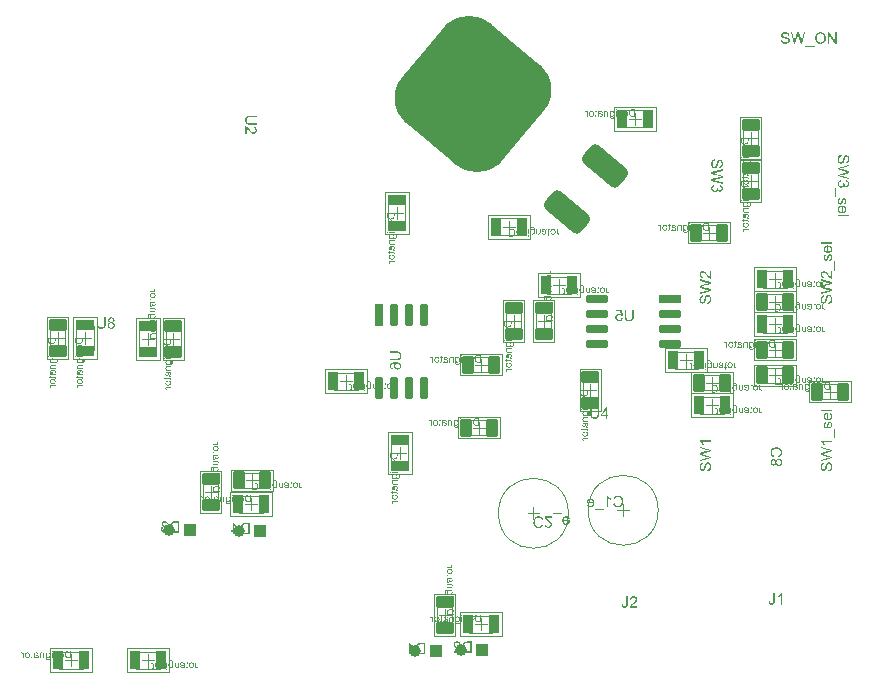
<source format=gbp>
G04*
G04 #@! TF.GenerationSoftware,Altium Limited,Altium Designer,22.5.1 (42)*
G04*
G04 Layer_Color=128*
%FSLAX44Y44*%
%MOMM*%
G71*
G04*
G04 #@! TF.SameCoordinates,4653A562-2A09-4D4C-8BBB-8B5FA310EEDD*
G04*
G04*
G04 #@! TF.FilePolarity,Positive*
G04*
G01*
G75*
%ADD13C,0.0500*%
G04:AMPARAMS|DCode=47|XSize=1mm|YSize=1.5mm|CornerRadius=0.1mm|HoleSize=0mm|Usage=FLASHONLY|Rotation=180.000|XOffset=0mm|YOffset=0mm|HoleType=Round|Shape=RoundedRectangle|*
%AMROUNDEDRECTD47*
21,1,1.0000,1.3000,0,0,180.0*
21,1,0.8000,1.5000,0,0,180.0*
1,1,0.2000,-0.4000,0.6500*
1,1,0.2000,0.4000,0.6500*
1,1,0.2000,0.4000,-0.6500*
1,1,0.2000,-0.4000,-0.6500*
%
%ADD47ROUNDEDRECTD47*%
G04:AMPARAMS|DCode=48|XSize=0.9mm|YSize=1.5mm|CornerRadius=0.09mm|HoleSize=0mm|Usage=FLASHONLY|Rotation=0.000|XOffset=0mm|YOffset=0mm|HoleType=Round|Shape=RoundedRectangle|*
%AMROUNDEDRECTD48*
21,1,0.9000,1.3200,0,0,0.0*
21,1,0.7200,1.5000,0,0,0.0*
1,1,0.1800,0.3600,-0.6600*
1,1,0.1800,-0.3600,-0.6600*
1,1,0.1800,-0.3600,0.6600*
1,1,0.1800,0.3600,0.6600*
%
%ADD48ROUNDEDRECTD48*%
G04:AMPARAMS|DCode=49|XSize=11mm|YSize=11mm|CornerRadius=2.75mm|HoleSize=0mm|Usage=FLASHONLY|Rotation=230.000|XOffset=0mm|YOffset=0mm|HoleType=Round|Shape=RoundedRectangle|*
%AMROUNDEDRECTD49*
21,1,11.0000,5.5000,0,0,230.0*
21,1,5.5000,11.0000,0,0,230.0*
1,1,5.5000,-3.8743,-0.3390*
1,1,5.5000,-0.3390,3.8743*
1,1,5.5000,3.8743,0.3390*
1,1,5.5000,0.3390,-3.8743*
%
%ADD49ROUNDEDRECTD49*%
G04:AMPARAMS|DCode=50|XSize=2mm|YSize=4mm|CornerRadius=0.5mm|HoleSize=0mm|Usage=FLASHONLY|Rotation=230.000|XOffset=0mm|YOffset=0mm|HoleType=Round|Shape=RoundedRectangle|*
%AMROUNDEDRECTD50*
21,1,2.0000,3.0000,0,0,230.0*
21,1,1.0000,4.0000,0,0,230.0*
1,1,1.0000,-1.4705,0.5812*
1,1,1.0000,-0.8277,1.3472*
1,1,1.0000,1.4705,-0.5812*
1,1,1.0000,0.8277,-1.3472*
%
%ADD50ROUNDEDRECTD50*%
G04:AMPARAMS|DCode=51|XSize=1.9mm|YSize=0.66mm|CornerRadius=0.165mm|HoleSize=0mm|Usage=FLASHONLY|Rotation=270.000|XOffset=0mm|YOffset=0mm|HoleType=Round|Shape=RoundedRectangle|*
%AMROUNDEDRECTD51*
21,1,1.9000,0.3300,0,0,270.0*
21,1,1.5700,0.6600,0,0,270.0*
1,1,0.3300,-0.1650,-0.7850*
1,1,0.3300,-0.1650,0.7850*
1,1,0.3300,0.1650,0.7850*
1,1,0.3300,0.1650,-0.7850*
%
%ADD51ROUNDEDRECTD51*%
%ADD52R,0.6600X1.9000*%
G04:AMPARAMS|DCode=53|XSize=1.9mm|YSize=0.66mm|CornerRadius=0.165mm|HoleSize=0mm|Usage=FLASHONLY|Rotation=180.000|XOffset=0mm|YOffset=0mm|HoleType=Round|Shape=RoundedRectangle|*
%AMROUNDEDRECTD53*
21,1,1.9000,0.3300,0,0,180.0*
21,1,1.5700,0.6600,0,0,180.0*
1,1,0.3300,-0.7850,0.1650*
1,1,0.3300,0.7850,0.1650*
1,1,0.3300,0.7850,-0.1650*
1,1,0.3300,-0.7850,-0.1650*
%
%ADD53ROUNDEDRECTD53*%
%ADD54R,1.9000X0.6600*%
G04:AMPARAMS|DCode=55|XSize=1mm|YSize=1.5mm|CornerRadius=0.1mm|HoleSize=0mm|Usage=FLASHONLY|Rotation=90.000|XOffset=0mm|YOffset=0mm|HoleType=Round|Shape=RoundedRectangle|*
%AMROUNDEDRECTD55*
21,1,1.0000,1.3000,0,0,90.0*
21,1,0.8000,1.5000,0,0,90.0*
1,1,0.2000,0.6500,0.4000*
1,1,0.2000,0.6500,-0.4000*
1,1,0.2000,-0.6500,-0.4000*
1,1,0.2000,-0.6500,0.4000*
%
%ADD55ROUNDEDRECTD55*%
%ADD56C,1.0000*%
%ADD57R,1.0000X1.0000*%
G04:AMPARAMS|DCode=58|XSize=0.9mm|YSize=1.5mm|CornerRadius=0.09mm|HoleSize=0mm|Usage=FLASHONLY|Rotation=90.000|XOffset=0mm|YOffset=0mm|HoleType=Round|Shape=RoundedRectangle|*
%AMROUNDEDRECTD58*
21,1,0.9000,1.3200,0,0,90.0*
21,1,0.7200,1.5000,0,0,90.0*
1,1,0.1800,0.6600,0.3600*
1,1,0.1800,0.6600,-0.3600*
1,1,0.1800,-0.6600,-0.3600*
1,1,0.1800,-0.6600,0.3600*
%
%ADD58ROUNDEDRECTD58*%
G36*
X2232858Y841722D02*
X2232955D01*
X2233219Y841694D01*
X2233510Y841653D01*
X2233815Y841583D01*
X2234148Y841500D01*
X2234453Y841389D01*
X2234467D01*
X2234494Y841376D01*
X2234536Y841348D01*
X2234592Y841320D01*
X2234730Y841251D01*
X2234910Y841126D01*
X2235119Y840987D01*
X2235327Y840807D01*
X2235521Y840599D01*
X2235701Y840363D01*
Y840349D01*
X2235715Y840335D01*
X2235743Y840294D01*
X2235770Y840252D01*
X2235840Y840114D01*
X2235923Y839933D01*
X2236020Y839711D01*
X2236089Y839448D01*
X2236159Y839170D01*
X2236186Y838865D01*
X2234966Y838768D01*
Y838782D01*
Y838810D01*
X2234952Y838851D01*
X2234938Y838921D01*
X2234897Y839073D01*
X2234841Y839281D01*
X2234758Y839503D01*
X2234633Y839725D01*
X2234481Y839933D01*
X2234286Y840127D01*
X2234259Y840141D01*
X2234189Y840197D01*
X2234051Y840280D01*
X2233870Y840363D01*
X2233635Y840446D01*
X2233357Y840529D01*
X2233011Y840585D01*
X2232622Y840599D01*
X2232428D01*
X2232345Y840585D01*
X2232234Y840571D01*
X2231984Y840543D01*
X2231707Y840488D01*
X2231429Y840419D01*
X2231166Y840308D01*
X2231055Y840238D01*
X2230944Y840169D01*
X2230916Y840155D01*
X2230861Y840100D01*
X2230778Y840003D01*
X2230694Y839892D01*
X2230597Y839739D01*
X2230514Y839573D01*
X2230459Y839379D01*
X2230431Y839157D01*
Y839129D01*
Y839073D01*
X2230445Y838976D01*
X2230473Y838865D01*
X2230514Y838727D01*
X2230583Y838588D01*
X2230667Y838449D01*
X2230792Y838311D01*
X2230805Y838297D01*
X2230875Y838255D01*
X2230930Y838214D01*
X2230986Y838186D01*
X2231069Y838144D01*
X2231166Y838089D01*
X2231291Y838047D01*
X2231429Y837992D01*
X2231582Y837936D01*
X2231762Y837867D01*
X2231956Y837811D01*
X2232178Y837742D01*
X2232428Y837686D01*
X2232705Y837617D01*
X2232719D01*
X2232775Y837603D01*
X2232858Y837589D01*
X2232955Y837562D01*
X2233080Y837534D01*
X2233232Y837492D01*
X2233385Y837451D01*
X2233551Y837409D01*
X2233912Y837312D01*
X2234259Y837215D01*
X2234425Y837160D01*
X2234578Y837104D01*
X2234716Y837062D01*
X2234827Y837007D01*
X2234841D01*
X2234869Y836993D01*
X2234910Y836965D01*
X2234966Y836938D01*
X2235119Y836854D01*
X2235299Y836743D01*
X2235507Y836591D01*
X2235715Y836424D01*
X2235909Y836230D01*
X2236075Y836022D01*
X2236089Y835995D01*
X2236145Y835925D01*
X2236200Y835800D01*
X2236284Y835634D01*
X2236353Y835440D01*
X2236422Y835204D01*
X2236464Y834941D01*
X2236478Y834663D01*
Y834649D01*
Y834635D01*
Y834594D01*
Y834538D01*
X2236450Y834386D01*
X2236422Y834192D01*
X2236367Y833970D01*
X2236297Y833734D01*
X2236186Y833484D01*
X2236034Y833221D01*
Y833207D01*
X2236020Y833193D01*
X2235951Y833110D01*
X2235853Y832985D01*
X2235715Y832846D01*
X2235535Y832680D01*
X2235313Y832500D01*
X2235063Y832333D01*
X2234772Y832181D01*
X2234758D01*
X2234730Y832167D01*
X2234689Y832153D01*
X2234633Y832125D01*
X2234550Y832097D01*
X2234453Y832056D01*
X2234231Y832001D01*
X2233967Y831931D01*
X2233649Y831862D01*
X2233302Y831820D01*
X2232927Y831806D01*
X2232705D01*
X2232594Y831820D01*
X2232470D01*
X2232331Y831834D01*
X2232164Y831848D01*
X2231818Y831903D01*
X2231457Y831959D01*
X2231097Y832056D01*
X2230750Y832181D01*
X2230736D01*
X2230708Y832195D01*
X2230667Y832222D01*
X2230611Y832250D01*
X2230445Y832333D01*
X2230251Y832458D01*
X2230029Y832625D01*
X2229793Y832819D01*
X2229571Y833055D01*
X2229363Y833318D01*
Y833332D01*
X2229335Y833360D01*
X2229321Y833401D01*
X2229280Y833457D01*
X2229252Y833526D01*
X2229211Y833609D01*
X2229113Y833817D01*
X2229016Y834081D01*
X2228933Y834372D01*
X2228878Y834705D01*
X2228850Y835051D01*
X2230043Y835163D01*
Y835149D01*
Y835135D01*
X2230057Y835093D01*
Y835038D01*
X2230084Y834913D01*
X2230126Y834733D01*
X2230181Y834552D01*
X2230237Y834344D01*
X2230334Y834150D01*
X2230431Y833970D01*
X2230445Y833956D01*
X2230486Y833900D01*
X2230556Y833803D01*
X2230667Y833706D01*
X2230805Y833581D01*
X2230958Y833457D01*
X2231166Y833332D01*
X2231388Y833221D01*
X2231402D01*
X2231416Y833207D01*
X2231457Y833193D01*
X2231499Y833179D01*
X2231638Y833138D01*
X2231818Y833082D01*
X2232040Y833027D01*
X2232289Y832985D01*
X2232567Y832957D01*
X2232872Y832943D01*
X2232997D01*
X2233135Y832957D01*
X2233302Y832971D01*
X2233496Y832999D01*
X2233718Y833027D01*
X2233940Y833082D01*
X2234148Y833151D01*
X2234176Y833165D01*
X2234245Y833193D01*
X2234342Y833249D01*
X2234467Y833304D01*
X2234592Y833401D01*
X2234730Y833498D01*
X2234869Y833609D01*
X2234980Y833748D01*
X2234994Y833762D01*
X2235021Y833817D01*
X2235063Y833887D01*
X2235119Y833997D01*
X2235174Y834109D01*
X2235216Y834247D01*
X2235243Y834400D01*
X2235257Y834566D01*
Y834580D01*
Y834649D01*
X2235243Y834733D01*
X2235229Y834844D01*
X2235188Y834954D01*
X2235146Y835093D01*
X2235077Y835232D01*
X2234980Y835357D01*
X2234966Y835370D01*
X2234924Y835412D01*
X2234869Y835468D01*
X2234772Y835551D01*
X2234661Y835634D01*
X2234508Y835731D01*
X2234328Y835828D01*
X2234120Y835911D01*
X2234106Y835925D01*
X2234037Y835939D01*
X2233926Y835981D01*
X2233857Y835995D01*
X2233759Y836022D01*
X2233662Y836064D01*
X2233537Y836092D01*
X2233399Y836133D01*
X2233232Y836175D01*
X2233066Y836217D01*
X2232872Y836272D01*
X2232650Y836327D01*
X2232414Y836383D01*
X2232400D01*
X2232359Y836397D01*
X2232289Y836411D01*
X2232206Y836438D01*
X2232095Y836466D01*
X2231970Y836494D01*
X2231693Y836577D01*
X2231388Y836674D01*
X2231069Y836771D01*
X2230792Y836868D01*
X2230667Y836924D01*
X2230556Y836979D01*
X2230542D01*
X2230528Y836993D01*
X2230445Y837049D01*
X2230320Y837118D01*
X2230181Y837229D01*
X2230015Y837354D01*
X2229848Y837506D01*
X2229682Y837686D01*
X2229543Y837881D01*
X2229530Y837908D01*
X2229488Y837978D01*
X2229433Y838089D01*
X2229377Y838227D01*
X2229321Y838408D01*
X2229266Y838616D01*
X2229224Y838838D01*
X2229211Y839073D01*
Y839087D01*
Y839101D01*
Y839143D01*
Y839198D01*
X2229238Y839337D01*
X2229266Y839517D01*
X2229308Y839725D01*
X2229377Y839961D01*
X2229474Y840197D01*
X2229613Y840433D01*
Y840446D01*
X2229627Y840460D01*
X2229696Y840543D01*
X2229793Y840654D01*
X2229918Y840793D01*
X2230084Y840946D01*
X2230292Y841112D01*
X2230542Y841265D01*
X2230819Y841403D01*
X2230833D01*
X2230861Y841417D01*
X2230903Y841431D01*
X2230958Y841459D01*
X2231027Y841487D01*
X2231124Y841514D01*
X2231332Y841570D01*
X2231596Y841625D01*
X2231901Y841681D01*
X2232220Y841722D01*
X2232581Y841736D01*
X2232761D01*
X2232858Y841722D01*
D02*
G37*
G36*
X2276322Y831973D02*
X2275004D01*
X2269984Y839503D01*
Y831973D01*
X2268763D01*
Y841570D01*
X2270067D01*
X2275101Y834025D01*
Y841570D01*
X2276322D01*
Y831973D01*
D02*
G37*
G36*
X2247059D02*
X2245811D01*
X2243800Y839281D01*
Y839295D01*
X2243786Y839323D01*
X2243772Y839365D01*
X2243759Y839434D01*
X2243717Y839586D01*
X2243675Y839767D01*
X2243620Y839961D01*
X2243564Y840141D01*
X2243523Y840294D01*
X2243509Y840363D01*
X2243495Y840405D01*
Y840391D01*
X2243481Y840377D01*
X2243467Y840294D01*
X2243440Y840169D01*
X2243398Y840016D01*
X2243356Y839850D01*
X2243301Y839656D01*
X2243259Y839462D01*
X2243204Y839281D01*
X2241179Y831973D01*
X2239848D01*
X2237337Y841570D01*
X2238655D01*
X2240083Y835273D01*
Y835259D01*
X2240097Y835232D01*
X2240111Y835176D01*
X2240125Y835107D01*
X2240139Y835010D01*
X2240167Y834913D01*
X2240194Y834788D01*
X2240222Y834649D01*
X2240291Y834358D01*
X2240361Y834025D01*
X2240430Y833665D01*
X2240500Y833304D01*
Y833318D01*
X2240513Y833373D01*
X2240541Y833443D01*
X2240555Y833554D01*
X2240583Y833665D01*
X2240624Y833803D01*
X2240694Y834109D01*
X2240777Y834414D01*
X2240805Y834566D01*
X2240846Y834705D01*
X2240874Y834830D01*
X2240902Y834941D01*
X2240929Y835024D01*
X2240943Y835079D01*
X2242760Y841570D01*
X2244299D01*
X2245659Y836702D01*
Y836688D01*
X2245686Y836619D01*
X2245714Y836522D01*
X2245742Y836397D01*
X2245783Y836230D01*
X2245839Y836050D01*
X2245894Y835842D01*
X2245950Y835606D01*
X2246019Y835343D01*
X2246075Y835079D01*
X2246199Y834511D01*
X2246324Y833914D01*
X2246421Y833304D01*
Y833318D01*
X2246435Y833346D01*
Y833401D01*
X2246463Y833471D01*
X2246477Y833554D01*
X2246505Y833651D01*
X2246518Y833776D01*
X2246560Y833914D01*
X2246629Y834219D01*
X2246712Y834580D01*
X2246796Y834968D01*
X2246907Y835398D01*
X2248404Y841570D01*
X2249694D01*
X2247059Y831973D01*
D02*
G37*
G36*
X2262772Y841722D02*
X2262897D01*
X2263022Y841708D01*
X2263188Y841681D01*
X2263355Y841653D01*
X2263715Y841583D01*
X2264131Y841473D01*
X2264533Y841306D01*
X2264741Y841209D01*
X2264949Y841098D01*
X2264963Y841084D01*
X2264991Y841070D01*
X2265047Y841029D01*
X2265130Y840987D01*
X2265213Y840918D01*
X2265324Y840835D01*
X2265560Y840640D01*
X2265809Y840391D01*
X2266087Y840086D01*
X2266350Y839725D01*
X2266572Y839323D01*
Y839309D01*
X2266600Y839268D01*
X2266628Y839212D01*
X2266655Y839129D01*
X2266711Y839018D01*
X2266752Y838893D01*
X2266808Y838740D01*
X2266863Y838574D01*
X2266905Y838394D01*
X2266960Y838200D01*
X2267016Y837978D01*
X2267057Y837756D01*
X2267113Y837271D01*
X2267141Y836743D01*
Y836730D01*
Y836674D01*
Y836605D01*
X2267127Y836494D01*
Y836369D01*
X2267113Y836217D01*
X2267085Y836050D01*
X2267071Y835870D01*
X2267002Y835468D01*
X2266891Y835024D01*
X2266738Y834580D01*
X2266655Y834358D01*
X2266544Y834136D01*
Y834122D01*
X2266517Y834081D01*
X2266489Y834025D01*
X2266433Y833942D01*
X2266378Y833845D01*
X2266308Y833748D01*
X2266114Y833484D01*
X2265879Y833207D01*
X2265601Y832916D01*
X2265268Y832638D01*
X2264880Y832389D01*
X2264866D01*
X2264839Y832361D01*
X2264769Y832333D01*
X2264686Y832292D01*
X2264589Y832250D01*
X2264478Y832208D01*
X2264339Y832153D01*
X2264187Y832097D01*
X2264020Y832042D01*
X2263840Y831987D01*
X2263438Y831903D01*
X2263008Y831834D01*
X2262550Y831806D01*
X2262411D01*
X2262328Y831820D01*
X2262204D01*
X2262065Y831848D01*
X2261912Y831862D01*
X2261732Y831889D01*
X2261358Y831973D01*
X2260955Y832084D01*
X2260539Y832250D01*
X2260331Y832347D01*
X2260123Y832458D01*
X2260109Y832472D01*
X2260082Y832486D01*
X2260026Y832527D01*
X2259943Y832583D01*
X2259860Y832638D01*
X2259763Y832722D01*
X2259527Y832930D01*
X2259263Y833179D01*
X2258986Y833484D01*
X2258736Y833831D01*
X2258501Y834233D01*
Y834247D01*
X2258473Y834289D01*
X2258445Y834344D01*
X2258417Y834427D01*
X2258376Y834538D01*
X2258334Y834663D01*
X2258279Y834802D01*
X2258237Y834954D01*
X2258182Y835135D01*
X2258126Y835315D01*
X2258043Y835731D01*
X2257988Y836161D01*
X2257960Y836633D01*
Y836646D01*
Y836660D01*
Y836743D01*
X2257974Y836868D01*
Y837035D01*
X2258001Y837229D01*
X2258029Y837465D01*
X2258071Y837728D01*
X2258126Y838006D01*
X2258182Y838297D01*
X2258265Y838602D01*
X2258376Y838907D01*
X2258501Y839226D01*
X2258639Y839531D01*
X2258820Y839836D01*
X2259014Y840114D01*
X2259236Y840377D01*
X2259250Y840391D01*
X2259291Y840433D01*
X2259374Y840502D01*
X2259471Y840585D01*
X2259596Y840696D01*
X2259749Y840807D01*
X2259929Y840932D01*
X2260137Y841057D01*
X2260359Y841181D01*
X2260609Y841306D01*
X2260886Y841417D01*
X2261177Y841528D01*
X2261496Y841611D01*
X2261829Y841681D01*
X2262176Y841722D01*
X2262550Y841736D01*
X2262675D01*
X2262772Y841722D01*
D02*
G37*
G36*
X2257447Y829310D02*
X2249639D01*
Y830156D01*
X2257447D01*
Y829310D01*
D02*
G37*
G36*
X2089859Y775728D02*
X2089073D01*
Y776625D01*
X2089859D01*
Y775728D01*
D02*
G37*
G36*
X2086392Y774961D02*
X2086596Y774924D01*
X2086781Y774868D01*
X2086938Y774813D01*
X2087067Y774757D01*
X2087160Y774702D01*
X2087197Y774683D01*
X2087224Y774665D01*
X2087233Y774656D01*
X2087243D01*
X2087400Y774535D01*
X2087539Y774387D01*
X2087659Y774249D01*
X2087760Y774110D01*
X2087834Y773981D01*
X2087890Y773879D01*
X2087908Y773842D01*
X2087927Y773814D01*
X2087936Y773796D01*
Y773786D01*
X2088019Y773574D01*
X2088075Y773361D01*
X2088121Y773158D01*
X2088149Y772973D01*
X2088167Y772806D01*
Y772742D01*
X2088177Y772677D01*
Y772631D01*
Y772594D01*
Y772575D01*
Y772566D01*
X2088167Y772390D01*
X2088158Y772215D01*
X2088093Y771900D01*
X2088056Y771752D01*
X2088010Y771623D01*
X2087964Y771494D01*
X2087918Y771383D01*
X2087872Y771272D01*
X2087825Y771179D01*
X2087779Y771105D01*
X2087742Y771031D01*
X2087705Y770985D01*
X2087677Y770939D01*
X2087668Y770920D01*
X2087659Y770911D01*
X2087557Y770791D01*
X2087446Y770689D01*
X2087326Y770597D01*
X2087206Y770514D01*
X2087076Y770449D01*
X2086956Y770393D01*
X2086836Y770347D01*
X2086716Y770310D01*
X2086605Y770282D01*
X2086503Y770264D01*
X2086411Y770245D01*
X2086328Y770236D01*
X2086263D01*
X2086216Y770227D01*
X2086170D01*
X2086032Y770236D01*
X2085893Y770255D01*
X2085764Y770282D01*
X2085643Y770319D01*
X2085431Y770421D01*
X2085237Y770532D01*
X2085163Y770587D01*
X2085089Y770643D01*
X2085024Y770698D01*
X2084978Y770745D01*
X2084941Y770782D01*
X2084913Y770809D01*
X2084894Y770828D01*
X2084885Y770837D01*
Y770698D01*
Y770578D01*
X2084894Y770458D01*
Y770356D01*
Y770264D01*
X2084904Y770181D01*
Y770107D01*
X2084913Y770042D01*
X2084922Y769949D01*
X2084931Y769875D01*
X2084941Y769838D01*
Y769829D01*
X2084987Y769691D01*
X2085052Y769570D01*
X2085116Y769469D01*
X2085181Y769376D01*
X2085246Y769312D01*
X2085301Y769256D01*
X2085338Y769228D01*
X2085347Y769219D01*
X2085468Y769145D01*
X2085606Y769090D01*
X2085745Y769053D01*
X2085874Y769025D01*
X2086004Y769006D01*
X2086096Y768997D01*
X2086189D01*
X2086364Y769006D01*
X2086531Y769034D01*
X2086669Y769071D01*
X2086781Y769117D01*
X2086873Y769154D01*
X2086938Y769191D01*
X2086975Y769219D01*
X2086993Y769228D01*
X2087067Y769293D01*
X2087123Y769376D01*
X2087169Y769460D01*
X2087206Y769543D01*
X2087224Y769626D01*
X2087243Y769691D01*
X2087252Y769728D01*
Y769746D01*
X2088019Y769848D01*
Y769709D01*
X2088001Y769589D01*
X2087982Y769469D01*
X2087955Y769358D01*
X2087872Y769164D01*
X2087779Y769006D01*
X2087687Y768886D01*
X2087613Y768803D01*
X2087548Y768748D01*
X2087539Y768738D01*
X2087529Y768729D01*
X2087326Y768600D01*
X2087104Y768507D01*
X2086882Y768443D01*
X2086669Y768396D01*
X2086568Y768378D01*
X2086475Y768369D01*
X2086401Y768359D01*
X2086328D01*
X2086272Y768350D01*
X2086189D01*
X2085939Y768359D01*
X2085708Y768396D01*
X2085505Y768433D01*
X2085338Y768489D01*
X2085199Y768535D01*
X2085144Y768553D01*
X2085098Y768581D01*
X2085061Y768590D01*
X2085033Y768609D01*
X2085024Y768618D01*
X2085015D01*
X2084848Y768720D01*
X2084700Y768840D01*
X2084580Y768960D01*
X2084478Y769071D01*
X2084404Y769173D01*
X2084358Y769256D01*
X2084321Y769312D01*
X2084312Y769321D01*
Y769330D01*
X2084275Y769423D01*
X2084238Y769524D01*
X2084210Y769635D01*
X2084182Y769755D01*
X2084146Y770014D01*
X2084118Y770264D01*
X2084108Y770384D01*
X2084099Y770495D01*
Y770597D01*
X2084090Y770680D01*
Y770754D01*
Y770809D01*
Y770846D01*
Y770856D01*
Y774868D01*
X2084811D01*
Y774295D01*
X2084913Y774415D01*
X2085024Y774517D01*
X2085135Y774609D01*
X2085246Y774683D01*
X2085366Y774748D01*
X2085477Y774803D01*
X2085588Y774850D01*
X2085690Y774887D01*
X2085791Y774914D01*
X2085884Y774933D01*
X2085967Y774951D01*
X2086032Y774961D01*
X2086087Y774970D01*
X2086170D01*
X2086392Y774961D01*
D02*
G37*
G36*
X2076185D02*
X2076379Y774942D01*
X2076564Y774914D01*
X2076712Y774887D01*
X2076841Y774859D01*
X2076934Y774831D01*
X2076971Y774822D01*
X2076999Y774813D01*
X2077008Y774803D01*
X2077017D01*
X2077174Y774739D01*
X2077313Y774656D01*
X2077433Y774582D01*
X2077535Y774508D01*
X2077609Y774434D01*
X2077664Y774378D01*
X2077701Y774341D01*
X2077711Y774332D01*
X2077794Y774212D01*
X2077868Y774082D01*
X2077923Y773953D01*
X2077969Y773833D01*
X2078006Y773712D01*
X2078034Y773629D01*
X2078043Y773592D01*
Y773565D01*
X2078053Y773555D01*
Y773546D01*
X2077285Y773444D01*
X2077230Y773611D01*
X2077174Y773759D01*
X2077110Y773879D01*
X2077054Y773971D01*
X2076999Y774045D01*
X2076952Y774091D01*
X2076915Y774119D01*
X2076906Y774128D01*
X2076795Y774193D01*
X2076666Y774239D01*
X2076527Y774276D01*
X2076398Y774295D01*
X2076268Y774313D01*
X2076176Y774323D01*
X2076083D01*
X2075871Y774313D01*
X2075686Y774286D01*
X2075538Y774239D01*
X2075408Y774193D01*
X2075316Y774138D01*
X2075242Y774101D01*
X2075196Y774064D01*
X2075186Y774054D01*
X2075112Y773971D01*
X2075057Y773870D01*
X2075011Y773759D01*
X2074983Y773648D01*
X2074965Y773546D01*
X2074955Y773454D01*
Y773398D01*
Y773389D01*
Y773380D01*
Y773361D01*
Y773324D01*
Y773259D01*
X2074965Y773204D01*
Y773185D01*
Y773176D01*
X2075057Y773148D01*
X2075159Y773121D01*
X2075371Y773065D01*
X2075612Y773019D01*
X2075834Y772973D01*
X2075945Y772954D01*
X2076046Y772945D01*
X2076139Y772927D01*
X2076213Y772917D01*
X2076277Y772908D01*
X2076324D01*
X2076361Y772899D01*
X2076370D01*
X2076536Y772880D01*
X2076675Y772853D01*
X2076795Y772834D01*
X2076888Y772816D01*
X2076962Y772806D01*
X2077017Y772788D01*
X2077054Y772779D01*
X2077063D01*
X2077184Y772742D01*
X2077285Y772705D01*
X2077387Y772658D01*
X2077470Y772622D01*
X2077544Y772585D01*
X2077590Y772548D01*
X2077627Y772529D01*
X2077637Y772520D01*
X2077729Y772455D01*
X2077803Y772381D01*
X2077877Y772307D01*
X2077932Y772233D01*
X2077979Y772168D01*
X2078016Y772113D01*
X2078034Y772076D01*
X2078043Y772067D01*
X2078090Y771965D01*
X2078127Y771854D01*
X2078154Y771752D01*
X2078173Y771651D01*
X2078182Y771568D01*
X2078191Y771503D01*
Y771466D01*
Y771447D01*
X2078182Y771336D01*
X2078173Y771244D01*
X2078127Y771050D01*
X2078062Y770892D01*
X2077988Y770754D01*
X2077914Y770643D01*
X2077849Y770560D01*
X2077803Y770514D01*
X2077784Y770495D01*
X2077618Y770375D01*
X2077433Y770282D01*
X2077230Y770218D01*
X2077045Y770171D01*
X2076878Y770144D01*
X2076805Y770134D01*
X2076740D01*
X2076684Y770125D01*
X2076610D01*
X2076444Y770134D01*
X2076277Y770153D01*
X2076130Y770171D01*
X2076000Y770199D01*
X2075898Y770227D01*
X2075815Y770255D01*
X2075760Y770264D01*
X2075741Y770273D01*
X2075584Y770338D01*
X2075436Y770421D01*
X2075297Y770514D01*
X2075159Y770597D01*
X2075048Y770680D01*
X2074965Y770745D01*
X2074909Y770791D01*
X2074900Y770809D01*
X2074891D01*
X2074872Y770689D01*
X2074854Y770578D01*
X2074835Y770477D01*
X2074807Y770393D01*
X2074780Y770319D01*
X2074761Y770273D01*
X2074752Y770236D01*
X2074743Y770227D01*
X2073920D01*
X2073966Y770329D01*
X2074012Y770430D01*
X2074049Y770523D01*
X2074068Y770606D01*
X2074095Y770680D01*
X2074105Y770735D01*
X2074114Y770772D01*
Y770782D01*
X2074123Y770846D01*
X2074133Y770929D01*
Y771022D01*
X2074142Y771124D01*
X2074151Y771355D01*
Y771586D01*
X2074160Y771808D01*
Y771910D01*
Y771993D01*
Y772067D01*
Y772122D01*
Y772159D01*
Y772168D01*
Y773222D01*
Y773398D01*
X2074169Y773555D01*
X2074179Y773676D01*
Y773777D01*
X2074188Y773851D01*
X2074197Y773907D01*
X2074207Y773934D01*
Y773944D01*
X2074234Y774064D01*
X2074271Y774165D01*
X2074308Y774249D01*
X2074354Y774332D01*
X2074391Y774387D01*
X2074419Y774434D01*
X2074438Y774461D01*
X2074447Y774471D01*
X2074521Y774545D01*
X2074604Y774619D01*
X2074697Y774674D01*
X2074789Y774730D01*
X2074872Y774766D01*
X2074937Y774794D01*
X2074983Y774813D01*
X2075002Y774822D01*
X2075150Y774868D01*
X2075307Y774905D01*
X2075464Y774933D01*
X2075621Y774951D01*
X2075760Y774961D01*
X2075861Y774970D01*
X2075963D01*
X2076185Y774961D01*
D02*
G37*
G36*
X2072820Y776015D02*
Y774868D01*
X2073402D01*
Y774258D01*
X2072820D01*
Y771577D01*
Y771447D01*
Y771336D01*
X2072810Y771235D01*
X2072801Y771133D01*
Y771050D01*
X2072792Y770976D01*
X2072773Y770856D01*
X2072755Y770763D01*
X2072746Y770698D01*
X2072727Y770661D01*
Y770652D01*
X2072690Y770569D01*
X2072635Y770504D01*
X2072579Y770440D01*
X2072533Y770393D01*
X2072478Y770347D01*
X2072441Y770319D01*
X2072413Y770301D01*
X2072404Y770292D01*
X2072302Y770245D01*
X2072200Y770218D01*
X2072089Y770190D01*
X2071978Y770181D01*
X2071886Y770171D01*
X2071812Y770162D01*
X2071738D01*
X2071534Y770171D01*
X2071433Y770181D01*
X2071340Y770199D01*
X2071257Y770208D01*
X2071192Y770218D01*
X2071155Y770227D01*
X2071137D01*
X2071239Y770920D01*
X2071313Y770911D01*
X2071387Y770902D01*
X2071451D01*
X2071497Y770892D01*
X2071590D01*
X2071710Y770902D01*
X2071793Y770920D01*
X2071840Y770939D01*
X2071858Y770948D01*
X2071923Y770994D01*
X2071960Y771040D01*
X2071987Y771077D01*
X2071997Y771096D01*
X2072006Y771142D01*
X2072015Y771207D01*
X2072025Y771355D01*
X2072034Y771420D01*
Y771475D01*
Y771512D01*
Y771531D01*
Y774258D01*
X2071239D01*
Y774868D01*
X2072034D01*
Y776486D01*
X2072820Y776015D01*
D02*
G37*
G36*
X2097589Y774961D02*
X2097755Y774942D01*
X2097912Y774914D01*
X2098060Y774868D01*
X2098199Y774822D01*
X2098328Y774766D01*
X2098448Y774711D01*
X2098550Y774646D01*
X2098652Y774591D01*
X2098735Y774526D01*
X2098809Y774471D01*
X2098864Y774424D01*
X2098911Y774378D01*
X2098948Y774350D01*
X2098966Y774332D01*
X2098975Y774323D01*
X2099077Y774193D01*
X2099170Y774054D01*
X2099253Y773916D01*
X2099327Y773768D01*
X2099382Y773611D01*
X2099429Y773463D01*
X2099502Y773167D01*
X2099530Y773037D01*
X2099549Y772908D01*
X2099558Y772797D01*
X2099567Y772695D01*
X2099576Y772612D01*
Y772557D01*
Y772511D01*
Y772501D01*
X2099567Y772298D01*
X2099549Y772104D01*
X2099521Y771919D01*
X2099484Y771752D01*
X2099438Y771595D01*
X2099391Y771447D01*
X2099336Y771318D01*
X2099281Y771198D01*
X2099225Y771096D01*
X2099170Y771003D01*
X2099123Y770929D01*
X2099077Y770865D01*
X2099040Y770809D01*
X2099012Y770772D01*
X2098994Y770754D01*
X2098985Y770745D01*
X2098864Y770634D01*
X2098744Y770541D01*
X2098615Y770458D01*
X2098476Y770384D01*
X2098347Y770329D01*
X2098208Y770273D01*
X2097949Y770199D01*
X2097829Y770181D01*
X2097718Y770162D01*
X2097616Y770144D01*
X2097533Y770134D01*
X2097468Y770125D01*
X2097367D01*
X2097080Y770144D01*
X2096821Y770190D01*
X2096590Y770245D01*
X2096498Y770282D01*
X2096405Y770319D01*
X2096322Y770356D01*
X2096248Y770393D01*
X2096192Y770421D01*
X2096137Y770449D01*
X2096100Y770477D01*
X2096072Y770495D01*
X2096054Y770514D01*
X2096045D01*
X2095860Y770680D01*
X2095712Y770856D01*
X2095582Y771040D01*
X2095490Y771216D01*
X2095416Y771373D01*
X2095388Y771447D01*
X2095360Y771503D01*
X2095342Y771558D01*
X2095333Y771595D01*
X2095323Y771614D01*
Y771623D01*
X2096137Y771725D01*
X2096211Y771549D01*
X2096294Y771401D01*
X2096377Y771272D01*
X2096451Y771170D01*
X2096516Y771096D01*
X2096572Y771040D01*
X2096618Y771003D01*
X2096627Y770994D01*
X2096747Y770920D01*
X2096867Y770865D01*
X2096997Y770828D01*
X2097108Y770800D01*
X2097209Y770782D01*
X2097293Y770772D01*
X2097367D01*
X2097478Y770782D01*
X2097579Y770791D01*
X2097764Y770837D01*
X2097931Y770902D01*
X2098079Y770976D01*
X2098190Y771040D01*
X2098273Y771105D01*
X2098328Y771151D01*
X2098338Y771170D01*
X2098347D01*
X2098476Y771336D01*
X2098578Y771521D01*
X2098652Y771725D01*
X2098707Y771910D01*
X2098735Y772076D01*
X2098754Y772150D01*
X2098763Y772215D01*
Y772270D01*
X2098772Y772307D01*
Y772335D01*
Y772344D01*
X2095305D01*
X2095296Y772437D01*
Y772501D01*
Y772538D01*
Y772548D01*
X2095305Y772760D01*
X2095323Y772954D01*
X2095351Y773139D01*
X2095388Y773315D01*
X2095434Y773472D01*
X2095481Y773620D01*
X2095536Y773749D01*
X2095591Y773870D01*
X2095647Y773981D01*
X2095703Y774073D01*
X2095749Y774147D01*
X2095795Y774212D01*
X2095832Y774267D01*
X2095860Y774304D01*
X2095878Y774323D01*
X2095887Y774332D01*
X2095998Y774443D01*
X2096118Y774545D01*
X2096248Y774628D01*
X2096377Y774702D01*
X2096507Y774766D01*
X2096627Y774813D01*
X2096756Y774859D01*
X2096867Y774887D01*
X2096988Y774914D01*
X2097089Y774933D01*
X2097182Y774951D01*
X2097256Y774961D01*
X2097321Y774970D01*
X2097413D01*
X2097589Y774961D01*
D02*
G37*
G36*
X2105660Y770227D02*
X2103358D01*
X2103145Y770236D01*
X2102951Y770245D01*
X2102775Y770264D01*
X2102627Y770282D01*
X2102498Y770301D01*
X2102406Y770310D01*
X2102378Y770319D01*
X2102350Y770329D01*
X2102332D01*
X2102165Y770375D01*
X2102017Y770430D01*
X2101888Y770477D01*
X2101777Y770532D01*
X2101684Y770578D01*
X2101620Y770615D01*
X2101583Y770643D01*
X2101564Y770652D01*
X2101444Y770735D01*
X2101342Y770837D01*
X2101241Y770929D01*
X2101157Y771022D01*
X2101083Y771105D01*
X2101028Y771170D01*
X2100991Y771216D01*
X2100982Y771235D01*
X2100889Y771383D01*
X2100797Y771540D01*
X2100723Y771688D01*
X2100667Y771836D01*
X2100612Y771965D01*
X2100575Y772067D01*
X2100566Y772104D01*
X2100556Y772132D01*
X2100547Y772150D01*
Y772159D01*
X2100492Y772381D01*
X2100446Y772603D01*
X2100418Y772816D01*
X2100390Y773019D01*
X2100381Y773195D01*
Y773269D01*
X2100372Y773333D01*
Y773380D01*
Y773426D01*
Y773444D01*
Y773454D01*
X2100381Y773768D01*
X2100408Y774054D01*
X2100455Y774313D01*
X2100473Y774434D01*
X2100501Y774535D01*
X2100529Y774637D01*
X2100547Y774720D01*
X2100566Y774794D01*
X2100593Y774859D01*
X2100603Y774914D01*
X2100621Y774951D01*
X2100630Y774970D01*
Y774979D01*
X2100732Y775219D01*
X2100852Y775432D01*
X2100982Y775617D01*
X2101102Y775774D01*
X2101213Y775904D01*
X2101305Y775996D01*
X2101342Y776024D01*
X2101370Y776052D01*
X2101379Y776061D01*
X2101389Y776070D01*
X2101537Y776190D01*
X2101694Y776283D01*
X2101851Y776366D01*
X2101999Y776431D01*
X2102128Y776477D01*
X2102230Y776505D01*
X2102267Y776523D01*
X2102295D01*
X2102313Y776532D01*
X2102322D01*
X2102480Y776560D01*
X2102664Y776588D01*
X2102849Y776606D01*
X2103034Y776616D01*
X2103201Y776625D01*
X2105660D01*
Y770227D01*
D02*
G37*
G36*
X2089859D02*
X2089073D01*
Y774868D01*
X2089859D01*
Y770227D01*
D02*
G37*
G36*
X2080900Y774961D02*
X2081067Y774933D01*
X2081215Y774896D01*
X2081363Y774850D01*
X2081492Y774794D01*
X2081612Y774730D01*
X2081723Y774656D01*
X2081816Y774591D01*
X2081908Y774517D01*
X2081982Y774443D01*
X2082047Y774378D01*
X2082102Y774323D01*
X2082139Y774276D01*
X2082167Y774239D01*
X2082185Y774212D01*
X2082195Y774202D01*
Y774868D01*
X2082897D01*
Y770227D01*
X2082112D01*
Y772751D01*
Y772908D01*
X2082093Y773065D01*
X2082074Y773195D01*
X2082056Y773315D01*
X2082028Y773426D01*
X2082000Y773528D01*
X2081964Y773620D01*
X2081927Y773694D01*
X2081899Y773759D01*
X2081862Y773814D01*
X2081834Y773860D01*
X2081806Y773897D01*
X2081769Y773944D01*
X2081751Y773962D01*
X2081612Y774073D01*
X2081464Y774147D01*
X2081316Y774202D01*
X2081187Y774249D01*
X2081067Y774267D01*
X2080974Y774276D01*
X2080937Y774286D01*
X2080891D01*
X2080780Y774276D01*
X2080669Y774267D01*
X2080577Y774239D01*
X2080503Y774212D01*
X2080438Y774184D01*
X2080383Y774165D01*
X2080355Y774147D01*
X2080345Y774138D01*
X2080262Y774082D01*
X2080188Y774018D01*
X2080133Y773953D01*
X2080087Y773897D01*
X2080059Y773842D01*
X2080031Y773796D01*
X2080013Y773768D01*
Y773759D01*
X2079985Y773657D01*
X2079957Y773546D01*
X2079939Y773426D01*
X2079930Y773306D01*
X2079920Y773204D01*
Y773121D01*
Y773056D01*
Y773047D01*
Y773037D01*
Y770227D01*
X2079134D01*
Y773074D01*
Y773269D01*
X2079144Y773426D01*
X2079153Y773555D01*
Y773666D01*
X2079162Y773740D01*
X2079171Y773796D01*
X2079181Y773833D01*
Y773842D01*
X2079208Y773962D01*
X2079255Y774073D01*
X2079292Y774165D01*
X2079328Y774258D01*
X2079375Y774323D01*
X2079402Y774369D01*
X2079421Y774406D01*
X2079430Y774415D01*
X2079504Y774508D01*
X2079587Y774582D01*
X2079671Y774656D01*
X2079763Y774711D01*
X2079837Y774757D01*
X2079902Y774785D01*
X2079939Y774803D01*
X2079957Y774813D01*
X2080087Y774868D01*
X2080225Y774905D01*
X2080355Y774933D01*
X2080475Y774951D01*
X2080577Y774961D01*
X2080651Y774970D01*
X2080725D01*
X2080900Y774961D01*
D02*
G37*
G36*
X2063888D02*
X2063981Y774942D01*
X2064073Y774914D01*
X2064147Y774887D01*
X2064203Y774859D01*
X2064258Y774831D01*
X2064286Y774813D01*
X2064295Y774803D01*
X2064378Y774730D01*
X2064462Y774637D01*
X2064545Y774526D01*
X2064619Y774424D01*
X2064693Y774323D01*
X2064739Y774239D01*
X2064776Y774175D01*
X2064785Y774165D01*
Y774868D01*
X2065497D01*
Y770227D01*
X2064711D01*
Y772649D01*
X2064702Y772834D01*
X2064693Y773000D01*
X2064674Y773158D01*
X2064646Y773296D01*
X2064619Y773407D01*
X2064600Y773491D01*
X2064591Y773546D01*
X2064582Y773565D01*
X2064545Y773666D01*
X2064499Y773749D01*
X2064452Y773823D01*
X2064406Y773888D01*
X2064360Y773934D01*
X2064332Y773971D01*
X2064304Y773990D01*
X2064295Y773999D01*
X2064221Y774054D01*
X2064138Y774091D01*
X2064055Y774119D01*
X2063990Y774138D01*
X2063925Y774147D01*
X2063879Y774156D01*
X2063833D01*
X2063731Y774147D01*
X2063629Y774128D01*
X2063528Y774101D01*
X2063445Y774073D01*
X2063371Y774045D01*
X2063315Y774018D01*
X2063278Y773999D01*
X2063269Y773990D01*
X2062982Y774711D01*
X2063139Y774794D01*
X2063287Y774859D01*
X2063417Y774905D01*
X2063537Y774942D01*
X2063639Y774961D01*
X2063722Y774970D01*
X2063787D01*
X2063888Y774961D01*
D02*
G37*
G36*
X2093077Y774951D02*
X2093188Y774942D01*
X2093289Y774924D01*
X2093373Y774905D01*
X2093437Y774887D01*
X2093474Y774877D01*
X2093493Y774868D01*
X2093604Y774831D01*
X2093705Y774794D01*
X2093789Y774757D01*
X2093863Y774720D01*
X2093918Y774693D01*
X2093955Y774665D01*
X2093983Y774656D01*
X2093992Y774646D01*
X2094084Y774582D01*
X2094158Y774508D01*
X2094223Y774424D01*
X2094279Y774360D01*
X2094325Y774295D01*
X2094353Y774249D01*
X2094371Y774212D01*
X2094380Y774202D01*
X2094427Y774101D01*
X2094464Y774008D01*
X2094482Y773907D01*
X2094501Y773823D01*
X2094510Y773740D01*
X2094519Y773685D01*
Y773648D01*
Y773629D01*
X2094510Y773500D01*
X2094491Y773389D01*
X2094464Y773278D01*
X2094436Y773185D01*
X2094408Y773111D01*
X2094380Y773047D01*
X2094362Y773010D01*
X2094353Y773000D01*
X2094279Y772899D01*
X2094196Y772816D01*
X2094112Y772742D01*
X2094029Y772677D01*
X2093955Y772631D01*
X2093900Y772594D01*
X2093863Y772575D01*
X2093844Y772566D01*
X2093779Y772538D01*
X2093696Y772501D01*
X2093511Y772437D01*
X2093317Y772381D01*
X2093114Y772316D01*
X2092938Y772270D01*
X2092855Y772242D01*
X2092781Y772224D01*
X2092725Y772205D01*
X2092679Y772196D01*
X2092651Y772187D01*
X2092642D01*
X2092522Y772159D01*
X2092420Y772132D01*
X2092328Y772104D01*
X2092245Y772076D01*
X2092171Y772057D01*
X2092106Y772030D01*
X2091995Y771993D01*
X2091921Y771965D01*
X2091875Y771937D01*
X2091847Y771928D01*
X2091838Y771919D01*
X2091755Y771863D01*
X2091699Y771789D01*
X2091653Y771725D01*
X2091625Y771660D01*
X2091607Y771595D01*
X2091597Y771549D01*
Y771512D01*
Y771503D01*
X2091607Y771392D01*
X2091634Y771299D01*
X2091681Y771207D01*
X2091727Y771133D01*
X2091782Y771068D01*
X2091819Y771022D01*
X2091856Y770994D01*
X2091866Y770985D01*
X2091976Y770911D01*
X2092097Y770865D01*
X2092235Y770828D01*
X2092365Y770800D01*
X2092485Y770782D01*
X2092578Y770772D01*
X2092670D01*
X2092864Y770782D01*
X2093031Y770809D01*
X2093169Y770846D01*
X2093289Y770892D01*
X2093382Y770939D01*
X2093456Y770976D01*
X2093493Y771003D01*
X2093511Y771013D01*
X2093613Y771114D01*
X2093696Y771235D01*
X2093752Y771355D01*
X2093798Y771466D01*
X2093835Y771568D01*
X2093853Y771660D01*
X2093872Y771715D01*
Y771725D01*
Y771734D01*
X2094648Y771614D01*
X2094584Y771355D01*
X2094501Y771124D01*
X2094399Y770939D01*
X2094297Y770782D01*
X2094205Y770652D01*
X2094122Y770569D01*
X2094066Y770514D01*
X2094057Y770504D01*
X2094048Y770495D01*
X2093955Y770430D01*
X2093853Y770375D01*
X2093631Y770282D01*
X2093400Y770218D01*
X2093178Y770171D01*
X2093077Y770153D01*
X2092984Y770144D01*
X2092892Y770134D01*
X2092818D01*
X2092753Y770125D01*
X2092670D01*
X2092466Y770134D01*
X2092291Y770153D01*
X2092124Y770181D01*
X2091976Y770218D01*
X2091856Y770255D01*
X2091764Y770282D01*
X2091708Y770301D01*
X2091699Y770310D01*
X2091690D01*
X2091533Y770393D01*
X2091403Y770477D01*
X2091292Y770569D01*
X2091191Y770652D01*
X2091117Y770726D01*
X2091070Y770791D01*
X2091033Y770828D01*
X2091024Y770846D01*
X2090950Y770976D01*
X2090895Y771114D01*
X2090849Y771235D01*
X2090821Y771346D01*
X2090802Y771447D01*
X2090793Y771521D01*
Y771568D01*
Y771586D01*
X2090802Y771734D01*
X2090821Y771863D01*
X2090858Y771974D01*
X2090885Y772076D01*
X2090923Y772159D01*
X2090959Y772215D01*
X2090978Y772252D01*
X2090987Y772261D01*
X2091061Y772353D01*
X2091144Y772437D01*
X2091228Y772511D01*
X2091311Y772566D01*
X2091394Y772612D01*
X2091449Y772640D01*
X2091487Y772658D01*
X2091505Y772668D01*
X2091570Y772695D01*
X2091644Y772723D01*
X2091819Y772788D01*
X2092014Y772853D01*
X2092208Y772908D01*
X2092383Y772964D01*
X2092466Y772982D01*
X2092531Y773000D01*
X2092587Y773019D01*
X2092633Y773028D01*
X2092661Y773037D01*
X2092670D01*
X2092772Y773065D01*
X2092864Y773093D01*
X2092947Y773111D01*
X2093021Y773139D01*
X2093141Y773167D01*
X2093234Y773195D01*
X2093299Y773222D01*
X2093336Y773232D01*
X2093354Y773241D01*
X2093363D01*
X2093437Y773278D01*
X2093502Y773306D01*
X2093557Y773343D01*
X2093595Y773370D01*
X2093631Y773398D01*
X2093650Y773426D01*
X2093659Y773435D01*
X2093669Y773444D01*
X2093724Y773537D01*
X2093752Y773629D01*
Y773666D01*
X2093761Y773694D01*
Y773712D01*
Y773722D01*
X2093752Y773805D01*
X2093724Y773888D01*
X2093687Y773962D01*
X2093641Y774018D01*
X2093604Y774073D01*
X2093567Y774110D01*
X2093539Y774128D01*
X2093530Y774138D01*
X2093428Y774202D01*
X2093308Y774249D01*
X2093178Y774276D01*
X2093058Y774304D01*
X2092938Y774313D01*
X2092846Y774323D01*
X2092753D01*
X2092596Y774313D01*
X2092448Y774295D01*
X2092328Y774258D01*
X2092235Y774221D01*
X2092152Y774184D01*
X2092097Y774147D01*
X2092060Y774128D01*
X2092050Y774119D01*
X2091958Y774036D01*
X2091893Y773944D01*
X2091838Y773851D01*
X2091792Y773768D01*
X2091764Y773685D01*
X2091745Y773620D01*
X2091736Y773583D01*
Y773565D01*
X2090969Y773666D01*
X2091006Y773823D01*
X2091043Y773962D01*
X2091089Y774082D01*
X2091135Y774193D01*
X2091181Y774267D01*
X2091218Y774332D01*
X2091237Y774369D01*
X2091246Y774378D01*
X2091329Y774471D01*
X2091422Y774554D01*
X2091523Y774628D01*
X2091625Y774693D01*
X2091718Y774739D01*
X2091792Y774776D01*
X2091838Y774794D01*
X2091847Y774803D01*
X2091856D01*
X2092014Y774859D01*
X2092180Y774896D01*
X2092337Y774933D01*
X2092485Y774951D01*
X2092624Y774961D01*
X2092725Y774970D01*
X2092947D01*
X2093077Y774951D01*
D02*
G37*
G36*
X2068742Y774961D02*
X2068890Y774951D01*
X2069177Y774887D01*
X2069427Y774803D01*
X2069537Y774757D01*
X2069639Y774711D01*
X2069732Y774665D01*
X2069806Y774619D01*
X2069879Y774572D01*
X2069935Y774535D01*
X2069981Y774498D01*
X2070018Y774471D01*
X2070037Y774461D01*
X2070046Y774452D01*
X2070175Y774332D01*
X2070277Y774193D01*
X2070379Y774045D01*
X2070453Y773897D01*
X2070527Y773740D01*
X2070582Y773574D01*
X2070628Y773417D01*
X2070665Y773269D01*
X2070702Y773121D01*
X2070721Y772991D01*
X2070739Y772862D01*
X2070749Y772760D01*
Y772668D01*
X2070758Y772603D01*
Y772566D01*
Y772548D01*
X2070749Y772335D01*
X2070730Y772132D01*
X2070702Y771946D01*
X2070665Y771771D01*
X2070619Y771614D01*
X2070573Y771466D01*
X2070517Y771327D01*
X2070462Y771207D01*
X2070406Y771096D01*
X2070351Y771003D01*
X2070305Y770929D01*
X2070259Y770865D01*
X2070222Y770809D01*
X2070194Y770772D01*
X2070175Y770754D01*
X2070166Y770745D01*
X2070046Y770634D01*
X2069926Y770541D01*
X2069796Y770458D01*
X2069667Y770384D01*
X2069537Y770329D01*
X2069399Y770273D01*
X2069149Y770199D01*
X2069038Y770181D01*
X2068927Y770162D01*
X2068835Y770144D01*
X2068752Y770134D01*
X2068678Y770125D01*
X2068585D01*
X2068363Y770134D01*
X2068160Y770171D01*
X2067966Y770218D01*
X2067809Y770264D01*
X2067670Y770319D01*
X2067614Y770338D01*
X2067568Y770356D01*
X2067522Y770375D01*
X2067494Y770393D01*
X2067485Y770403D01*
X2067476D01*
X2067291Y770523D01*
X2067134Y770652D01*
X2066995Y770782D01*
X2066884Y770911D01*
X2066801Y771022D01*
X2066736Y771114D01*
X2066718Y771151D01*
X2066699Y771179D01*
X2066690Y771188D01*
Y771198D01*
X2066597Y771410D01*
X2066533Y771641D01*
X2066477Y771873D01*
X2066449Y772104D01*
X2066431Y772205D01*
Y772298D01*
X2066422Y772390D01*
X2066412Y772464D01*
Y772529D01*
Y772575D01*
Y772603D01*
Y772612D01*
X2066422Y772816D01*
X2066440Y773000D01*
X2066468Y773176D01*
X2066505Y773343D01*
X2066551Y773500D01*
X2066607Y773639D01*
X2066662Y773777D01*
X2066718Y773888D01*
X2066773Y773990D01*
X2066828Y774082D01*
X2066884Y774165D01*
X2066930Y774230D01*
X2066967Y774276D01*
X2066995Y774313D01*
X2067013Y774332D01*
X2067023Y774341D01*
X2067143Y774452D01*
X2067263Y774545D01*
X2067392Y774637D01*
X2067522Y774702D01*
X2067651Y774766D01*
X2067781Y774813D01*
X2068030Y774896D01*
X2068151Y774914D01*
X2068252Y774933D01*
X2068345Y774951D01*
X2068428Y774961D01*
X2068493Y774970D01*
X2068585D01*
X2068742Y774961D01*
D02*
G37*
G36*
X1785223Y769614D02*
X1779676D01*
X1779662D01*
X1779621D01*
X1779551D01*
X1779468D01*
X1779371Y769600D01*
X1779246D01*
X1778983Y769586D01*
X1778678Y769559D01*
X1778372Y769517D01*
X1778081Y769462D01*
X1777956Y769434D01*
X1777832Y769392D01*
X1777804Y769378D01*
X1777734Y769351D01*
X1777637Y769281D01*
X1777499Y769198D01*
X1777360Y769101D01*
X1777207Y768962D01*
X1777055Y768796D01*
X1776930Y768602D01*
X1776916Y768574D01*
X1776875Y768505D01*
X1776833Y768380D01*
X1776777Y768213D01*
X1776708Y768019D01*
X1776667Y767770D01*
X1776625Y767506D01*
X1776611Y767215D01*
Y767076D01*
X1776625Y766993D01*
Y766868D01*
X1776639Y766743D01*
X1776694Y766438D01*
X1776764Y766105D01*
X1776875Y765786D01*
X1777027Y765481D01*
X1777124Y765343D01*
X1777235Y765218D01*
X1777249Y765204D01*
X1777263Y765190D01*
X1777305Y765162D01*
X1777360Y765121D01*
X1777443Y765079D01*
X1777526Y765024D01*
X1777651Y764968D01*
X1777776Y764913D01*
X1777929Y764857D01*
X1778109Y764816D01*
X1778317Y764760D01*
X1778539Y764719D01*
X1778788Y764677D01*
X1779052Y764649D01*
X1779357Y764622D01*
X1779676D01*
X1785223D01*
Y763346D01*
X1779676D01*
X1779662D01*
X1779607D01*
X1779537D01*
X1779440D01*
X1779315Y763360D01*
X1779177D01*
X1779010Y763373D01*
X1778844Y763387D01*
X1778469Y763429D01*
X1778081Y763484D01*
X1777707Y763568D01*
X1777526Y763623D01*
X1777360Y763678D01*
X1777346D01*
X1777318Y763692D01*
X1777277Y763720D01*
X1777221Y763748D01*
X1777069Y763831D01*
X1776875Y763956D01*
X1776653Y764122D01*
X1776431Y764316D01*
X1776195Y764566D01*
X1775987Y764871D01*
Y764885D01*
X1775959Y764913D01*
X1775945Y764954D01*
X1775904Y765024D01*
X1775862Y765107D01*
X1775821Y765218D01*
X1775779Y765329D01*
X1775724Y765468D01*
X1775668Y765620D01*
X1775626Y765786D01*
X1775585Y765967D01*
X1775543Y766175D01*
X1775515Y766383D01*
X1775488Y766605D01*
X1775460Y767104D01*
Y767229D01*
X1775474Y767326D01*
Y767437D01*
X1775488Y767576D01*
X1775502Y767728D01*
X1775515Y767881D01*
X1775571Y768227D01*
X1775654Y768602D01*
X1775765Y768962D01*
X1775918Y769309D01*
Y769323D01*
X1775945Y769351D01*
X1775973Y769392D01*
X1776001Y769448D01*
X1776112Y769600D01*
X1776264Y769781D01*
X1776458Y769989D01*
X1776680Y770183D01*
X1776958Y770377D01*
X1777263Y770529D01*
X1777277D01*
X1777305Y770543D01*
X1777360Y770557D01*
X1777429Y770585D01*
X1777513Y770613D01*
X1777623Y770640D01*
X1777748Y770682D01*
X1777901Y770710D01*
X1778067Y770737D01*
X1778248Y770779D01*
X1778442Y770807D01*
X1778650Y770835D01*
X1778885Y770862D01*
X1779135Y770876D01*
X1779399Y770890D01*
X1779676D01*
X1785223D01*
Y769614D01*
D02*
G37*
G36*
X1775890Y761862D02*
X1776015Y761848D01*
X1776153Y761820D01*
X1776292Y761792D01*
X1776445Y761737D01*
X1776458D01*
X1776472Y761723D01*
X1776556Y761695D01*
X1776680Y761640D01*
X1776847Y761557D01*
X1777041Y761446D01*
X1777263Y761307D01*
X1777485Y761154D01*
X1777720Y760960D01*
X1777734D01*
X1777748Y760932D01*
X1777832Y760863D01*
X1777956Y760738D01*
X1778137Y760558D01*
X1778345Y760350D01*
X1778594Y760087D01*
X1778872Y759768D01*
X1779163Y759421D01*
X1779177Y759407D01*
X1779218Y759352D01*
X1779288Y759268D01*
X1779371Y759171D01*
X1779482Y759046D01*
X1779607Y758894D01*
X1779745Y758741D01*
X1779898Y758561D01*
X1780231Y758214D01*
X1780564Y757868D01*
X1780730Y757701D01*
X1780896Y757549D01*
X1781049Y757410D01*
X1781201Y757299D01*
X1781215D01*
X1781229Y757271D01*
X1781271Y757243D01*
X1781326Y757216D01*
X1781479Y757119D01*
X1781659Y757008D01*
X1781881Y756911D01*
X1782117Y756814D01*
X1782380Y756758D01*
X1782630Y756730D01*
X1782644D01*
X1782658D01*
X1782741Y756744D01*
X1782880Y756758D01*
X1783032Y756800D01*
X1783226Y756855D01*
X1783421Y756952D01*
X1783615Y757077D01*
X1783809Y757243D01*
X1783837Y757271D01*
X1783892Y757341D01*
X1783961Y757438D01*
X1784058Y757590D01*
X1784142Y757784D01*
X1784225Y758006D01*
X1784280Y758270D01*
X1784294Y758561D01*
Y758644D01*
X1784280Y758700D01*
X1784266Y758866D01*
X1784225Y759060D01*
X1784169Y759268D01*
X1784072Y759504D01*
X1783947Y759726D01*
X1783781Y759934D01*
X1783753Y759962D01*
X1783684Y760017D01*
X1783573Y760100D01*
X1783407Y760184D01*
X1783212Y760281D01*
X1782963Y760364D01*
X1782685Y760419D01*
X1782366Y760447D01*
X1782491Y761654D01*
X1782505D01*
X1782547Y761640D01*
X1782616D01*
X1782713Y761626D01*
X1782824Y761598D01*
X1782949Y761570D01*
X1783102Y761529D01*
X1783254Y761487D01*
X1783587Y761376D01*
X1783920Y761210D01*
X1784086Y761113D01*
X1784253Y760988D01*
X1784405Y760863D01*
X1784544Y760724D01*
X1784558Y760711D01*
X1784572Y760683D01*
X1784613Y760641D01*
X1784655Y760572D01*
X1784710Y760489D01*
X1784766Y760392D01*
X1784835Y760281D01*
X1784904Y760142D01*
X1784974Y759989D01*
X1785043Y759823D01*
X1785099Y759643D01*
X1785154Y759449D01*
X1785196Y759240D01*
X1785237Y759019D01*
X1785251Y758783D01*
X1785265Y758533D01*
Y758395D01*
X1785251Y758298D01*
X1785237Y758186D01*
X1785223Y758048D01*
X1785196Y757895D01*
X1785168Y757743D01*
X1785071Y757382D01*
X1784932Y757022D01*
X1784849Y756841D01*
X1784752Y756661D01*
X1784627Y756495D01*
X1784488Y756342D01*
X1784474Y756328D01*
X1784461Y756300D01*
X1784405Y756273D01*
X1784350Y756217D01*
X1784280Y756148D01*
X1784183Y756078D01*
X1784086Y756009D01*
X1783961Y755926D01*
X1783698Y755787D01*
X1783365Y755649D01*
X1783199Y755593D01*
X1783004Y755565D01*
X1782810Y755538D01*
X1782602Y755524D01*
X1782574D01*
X1782505D01*
X1782394Y755538D01*
X1782242Y755552D01*
X1782075Y755579D01*
X1781881Y755635D01*
X1781673Y755690D01*
X1781465Y755773D01*
X1781437Y755787D01*
X1781368Y755815D01*
X1781257Y755871D01*
X1781104Y755954D01*
X1780938Y756065D01*
X1780730Y756203D01*
X1780522Y756370D01*
X1780286Y756564D01*
X1780258Y756592D01*
X1780175Y756661D01*
X1780106Y756730D01*
X1780037Y756800D01*
X1779953Y756883D01*
X1779842Y756994D01*
X1779731Y757105D01*
X1779607Y757243D01*
X1779468Y757382D01*
X1779315Y757549D01*
X1779163Y757729D01*
X1778983Y757923D01*
X1778802Y758145D01*
X1778608Y758367D01*
X1778594Y758381D01*
X1778566Y758408D01*
X1778525Y758464D01*
X1778469Y758533D01*
X1778386Y758616D01*
X1778303Y758714D01*
X1778123Y758935D01*
X1777915Y759171D01*
X1777707Y759393D01*
X1777526Y759587D01*
X1777457Y759670D01*
X1777388Y759740D01*
X1777374Y759754D01*
X1777332Y759795D01*
X1777277Y759851D01*
X1777193Y759920D01*
X1777097Y759989D01*
X1776999Y760073D01*
X1776764Y760239D01*
Y755510D01*
X1775626D01*
Y761876D01*
X1775640D01*
X1775696D01*
X1775779D01*
X1775890Y761862D01*
D02*
G37*
G36*
X2003317Y759675D02*
X2003533Y759493D01*
X2003729Y759311D01*
X2003914Y759137D01*
X2004080Y758961D01*
X2004224Y758803D01*
X2004357Y758655D01*
X2004470Y758505D01*
X2004582Y758374D01*
X2004682Y758253D01*
X2004752Y758139D01*
X2004821Y758045D01*
X2004867Y757969D01*
X2004903Y757902D01*
X2004937Y757855D01*
X2004950Y757826D01*
X2004960Y757817D01*
X2005098Y757499D01*
X2005188Y757167D01*
X2005233Y756870D01*
X2005249Y756582D01*
X2005250Y756342D01*
X2005236Y756150D01*
X2005222Y756089D01*
X2005216Y756039D01*
X2005220Y755999D01*
X2005211Y755988D01*
X2005103Y755618D01*
X2004954Y755265D01*
X2004774Y754919D01*
X2004590Y754613D01*
X2004502Y754485D01*
X2004413Y754357D01*
X2004333Y754240D01*
X2004260Y754154D01*
X2004208Y754069D01*
X2004126Y753972D01*
X2003778Y753601D01*
X2003612Y753447D01*
X2003454Y753303D01*
X2003286Y753168D01*
X2003136Y753055D01*
X2002995Y752952D01*
X2002852Y752870D01*
X2002718Y752798D01*
X2002613Y752739D01*
X2002508Y752680D01*
X2002421Y752642D01*
X2002344Y752615D01*
X2002306Y752592D01*
X2002266Y752588D01*
X2002257Y752578D01*
X2001896Y752476D01*
X2001549Y752436D01*
X2001249Y752429D01*
X2000968Y752445D01*
X2000735Y752475D01*
X2000562Y752509D01*
X2000501Y752524D01*
X2000450Y752530D01*
X2000419Y752537D01*
X2000409Y752546D01*
X2000243Y752611D01*
X2000066Y752686D01*
X1999720Y752866D01*
X1999382Y753076D01*
X1999063Y753289D01*
X1998924Y753387D01*
X1998786Y753485D01*
X1998678Y753575D01*
X1998571Y753646D01*
X1998496Y753709D01*
X1998442Y753755D01*
X1998398Y753791D01*
X1998388Y753800D01*
X1994068Y757425D01*
X1994902Y758418D01*
X1999221Y754793D01*
X1999470Y754585D01*
X1999725Y754407D01*
X1999949Y754257D01*
X2000170Y754126D01*
X2000370Y754014D01*
X2000569Y753921D01*
X2000736Y753835D01*
X2000891Y753779D01*
X2001024Y753741D01*
X2001158Y753702D01*
X2001259Y753691D01*
X2001351Y753669D01*
X2001421Y753665D01*
X2001472Y753660D01*
X2001492Y753661D01*
X2001512Y753663D01*
X2001680Y753688D01*
X2001846Y753732D01*
X2002164Y753870D01*
X2002459Y754046D01*
X2002730Y754260D01*
X2002973Y754461D01*
X2003065Y754549D01*
X2003147Y754647D01*
X2003212Y754702D01*
X2003302Y754810D01*
X2003482Y755046D01*
X2003622Y755279D01*
X2003752Y755500D01*
X2003825Y755697D01*
X2003891Y755863D01*
X2003940Y755987D01*
X2003953Y756068D01*
X2003960Y756099D01*
X2003990Y756331D01*
X2003980Y756561D01*
X2003952Y756768D01*
X2003907Y756935D01*
X2003853Y757090D01*
X2003823Y757207D01*
X2003787Y757274D01*
X2003775Y757303D01*
X2003705Y757417D01*
X2003626Y757520D01*
X2003435Y757754D01*
X2003225Y757986D01*
X2003005Y758206D01*
X2002809Y758390D01*
X2002712Y758471D01*
X2002645Y758545D01*
X2002581Y758600D01*
X2002527Y758645D01*
X2002494Y758672D01*
X2002483Y758681D01*
X1998164Y762306D01*
X1998997Y763299D01*
X2003317Y759675D01*
D02*
G37*
G36*
X1993489Y754892D02*
X1993835Y754823D01*
X1994164Y754731D01*
X1994423Y754624D01*
X1994537Y754584D01*
X1994630Y754542D01*
X1994704Y754498D01*
X1994757Y754473D01*
X1994798Y754457D01*
X1994809Y754447D01*
X1994201Y753394D01*
X1993927Y753550D01*
X1993667Y753657D01*
X1993431Y753727D01*
X1993227Y753769D01*
X1993056Y753784D01*
X1992926Y753783D01*
X1992836Y753785D01*
X1992816Y753783D01*
X1992590Y753733D01*
X1992377Y753654D01*
X1992205Y753559D01*
X1992044Y753455D01*
X1991914Y753344D01*
X1991810Y753265D01*
X1991738Y753178D01*
X1991586Y752975D01*
X1991484Y752766D01*
X1991411Y752569D01*
X1991356Y752394D01*
X1991340Y752243D01*
X1991330Y752122D01*
X1991328Y752032D01*
X1991330Y752012D01*
X1991360Y751784D01*
X1991427Y751580D01*
X1991523Y751408D01*
X1991616Y751256D01*
X1991717Y751135D01*
X1991785Y751041D01*
X1991850Y750987D01*
X1991861Y750978D01*
X1991871Y750968D01*
X1991990Y750869D01*
X1992116Y750800D01*
X1992345Y750700D01*
X1992570Y750639D01*
X1992783Y750608D01*
X1992953Y750613D01*
X1993092Y750625D01*
X1993181Y750643D01*
X1993200Y750645D01*
X1993210Y750655D01*
X1993461Y750757D01*
X1993681Y750867D01*
X1993889Y751005D01*
X1994058Y751140D01*
X1994197Y751262D01*
X1994318Y751363D01*
X1994436Y751503D01*
X1994462Y751555D01*
X1994507Y751609D01*
X1995407Y751038D01*
X1995257Y750925D01*
X1995127Y750813D01*
X1995015Y750723D01*
X1994922Y750635D01*
X1994848Y750569D01*
X1994767Y750471D01*
X1994598Y750227D01*
X1994469Y749985D01*
X1994380Y749747D01*
X1994328Y749532D01*
X1994304Y749350D01*
X1994297Y749210D01*
X1994294Y749119D01*
X1994298Y749080D01*
X1994342Y748803D01*
X1994424Y748550D01*
X1994534Y748330D01*
X1994670Y748141D01*
X1994783Y747991D01*
X1994893Y747881D01*
X1994927Y747834D01*
X1994960Y747807D01*
X1994981Y747788D01*
X1994992Y747779D01*
X1995248Y747602D01*
X1995509Y747475D01*
X1995747Y747385D01*
X1995981Y747336D01*
X1996183Y747313D01*
X1996335Y747297D01*
X1996445Y747296D01*
X1996485Y747300D01*
X1996781Y747346D01*
X1997043Y747439D01*
X1997273Y747559D01*
X1997472Y747686D01*
X1997631Y747810D01*
X1997741Y747920D01*
X1997789Y747954D01*
X1997843Y748019D01*
X1997995Y748222D01*
X1998106Y748442D01*
X1998188Y748649D01*
X1998232Y748833D01*
X1998268Y748987D01*
X1998287Y749118D01*
X1998280Y749198D01*
X1998287Y749228D01*
X1998245Y749485D01*
X1998163Y749738D01*
X1998061Y749989D01*
X1997930Y750228D01*
X1997813Y750418D01*
X1997756Y750503D01*
X1997700Y750568D01*
X1997655Y750624D01*
X1997621Y750671D01*
X1997608Y750700D01*
X1997598Y750709D01*
X1998486Y751527D01*
X1998641Y751361D01*
X1998776Y751192D01*
X1998997Y750842D01*
X1999156Y750505D01*
X1999210Y750350D01*
X1999263Y750194D01*
X1999306Y750048D01*
X1999328Y749920D01*
X1999358Y749802D01*
X1999366Y749703D01*
X1999382Y749634D01*
X1999388Y749575D01*
X1999391Y749535D01*
X1999393Y749515D01*
X1999381Y749304D01*
X1999370Y749093D01*
X1999337Y748900D01*
X1999284Y748705D01*
X1999165Y748345D01*
X1999012Y748031D01*
X1998934Y747894D01*
X1998865Y747768D01*
X1998795Y747662D01*
X1998733Y747566D01*
X1998689Y747493D01*
X1998608Y747395D01*
X1998425Y747199D01*
X1998249Y747034D01*
X1998063Y746877D01*
X1997875Y746741D01*
X1997685Y746624D01*
X1997513Y746529D01*
X1997330Y746443D01*
X1997166Y746379D01*
X1997012Y746305D01*
X1996866Y746262D01*
X1996739Y746221D01*
X1996631Y746202D01*
X1996543Y746184D01*
X1996474Y746168D01*
X1996434Y746164D01*
X1996414Y746163D01*
X1996176Y746142D01*
X1995945Y746152D01*
X1995723Y746172D01*
X1995510Y746204D01*
X1995326Y746248D01*
X1995131Y746301D01*
X1994800Y746432D01*
X1994663Y746510D01*
X1994537Y746579D01*
X1994421Y746639D01*
X1994326Y746701D01*
X1994252Y746744D01*
X1994198Y746789D01*
X1994166Y746817D01*
X1994155Y746826D01*
X1993905Y747054D01*
X1993703Y747297D01*
X1993553Y747533D01*
X1993434Y747743D01*
X1993348Y747926D01*
X1993295Y748081D01*
X1993266Y748179D01*
X1993253Y748208D01*
X1993218Y748495D01*
X1993214Y748775D01*
X1993251Y749038D01*
X1993309Y749283D01*
X1993372Y749489D01*
X1993428Y749644D01*
X1993454Y749696D01*
X1993470Y749737D01*
X1993477Y749768D01*
X1993486Y749779D01*
X1993235Y749677D01*
X1993011Y749607D01*
X1992794Y749568D01*
X1992607Y749542D01*
X1992448Y749528D01*
X1992318Y749527D01*
X1992247Y749530D01*
X1992217Y749538D01*
X1991993Y749578D01*
X1991787Y749640D01*
X1991591Y749713D01*
X1991423Y749799D01*
X1991286Y749877D01*
X1991191Y749938D01*
X1991126Y749993D01*
X1991104Y750011D01*
X1990930Y750176D01*
X1990774Y750362D01*
X1990648Y750541D01*
X1990553Y750713D01*
X1990479Y750867D01*
X1990418Y750992D01*
X1990392Y751069D01*
X1990379Y751098D01*
X1990308Y751342D01*
X1990276Y751589D01*
X1990266Y751819D01*
X1990267Y752039D01*
X1990282Y752210D01*
X1990298Y752362D01*
X1990320Y752454D01*
X1990319Y752474D01*
X1990328Y752485D01*
X1990405Y752751D01*
X1990503Y753000D01*
X1990612Y753240D01*
X1990724Y753440D01*
X1990821Y753598D01*
X1990910Y753726D01*
X1991136Y753996D01*
X1991285Y754129D01*
X1991583Y754376D01*
X1991878Y754551D01*
X1992146Y754695D01*
X1992281Y754747D01*
X1992388Y754786D01*
X1992494Y754825D01*
X1992583Y754843D01*
X1992652Y754859D01*
X1992700Y754873D01*
X1992729Y754886D01*
X1992749Y754888D01*
X1993127Y754921D01*
X1993489Y754892D01*
D02*
G37*
G36*
X2201573Y749538D02*
X2201564Y749325D01*
X2201555Y749131D01*
X2201536Y748955D01*
X2201518Y748807D01*
X2201499Y748678D01*
X2201490Y748586D01*
X2201481Y748558D01*
X2201471Y748530D01*
Y748512D01*
X2201425Y748345D01*
X2201370Y748197D01*
X2201324Y748068D01*
X2201268Y747957D01*
X2201222Y747864D01*
X2201185Y747800D01*
X2201157Y747763D01*
X2201148Y747744D01*
X2201065Y747624D01*
X2200963Y747522D01*
X2200871Y747421D01*
X2200778Y747337D01*
X2200695Y747263D01*
X2200630Y747208D01*
X2200584Y747171D01*
X2200565Y747162D01*
X2200417Y747069D01*
X2200260Y746977D01*
X2200112Y746903D01*
X2199964Y746847D01*
X2199835Y746792D01*
X2199733Y746755D01*
X2199696Y746746D01*
X2199668Y746736D01*
X2199650Y746727D01*
X2199641D01*
X2199419Y746672D01*
X2199197Y746626D01*
X2198984Y746598D01*
X2198781Y746570D01*
X2198605Y746561D01*
X2198531D01*
X2198467Y746552D01*
X2198420D01*
X2198374D01*
X2198356D01*
X2198346D01*
X2198032Y746561D01*
X2197746Y746589D01*
X2197487Y746635D01*
X2197366Y746653D01*
X2197265Y746681D01*
X2197163Y746709D01*
X2197080Y746727D01*
X2197006Y746746D01*
X2196941Y746773D01*
X2196886Y746783D01*
X2196849Y746801D01*
X2196830Y746810D01*
X2196821D01*
X2196581Y746912D01*
X2196368Y747032D01*
X2196183Y747162D01*
X2196026Y747282D01*
X2195896Y747393D01*
X2195804Y747485D01*
X2195776Y747522D01*
X2195748Y747550D01*
X2195739Y747559D01*
X2195730Y747569D01*
X2195610Y747717D01*
X2195517Y747874D01*
X2195434Y748031D01*
X2195369Y748179D01*
X2195323Y748308D01*
X2195295Y748410D01*
X2195277Y748447D01*
Y748475D01*
X2195268Y748493D01*
Y748502D01*
X2195240Y748660D01*
X2195212Y748844D01*
X2195194Y749029D01*
X2195184Y749214D01*
X2195175Y749381D01*
Y751840D01*
X2201573D01*
Y749538D01*
D02*
G37*
G36*
X2199502Y745747D02*
X2199696Y745729D01*
X2199881Y745701D01*
X2200048Y745664D01*
X2200205Y745618D01*
X2200353Y745572D01*
X2200482Y745516D01*
X2200602Y745461D01*
X2200704Y745405D01*
X2200797Y745350D01*
X2200871Y745303D01*
X2200935Y745257D01*
X2200991Y745220D01*
X2201028Y745192D01*
X2201046Y745174D01*
X2201055Y745165D01*
X2201166Y745044D01*
X2201259Y744924D01*
X2201342Y744795D01*
X2201416Y744656D01*
X2201471Y744527D01*
X2201527Y744388D01*
X2201601Y744129D01*
X2201619Y744009D01*
X2201638Y743898D01*
X2201656Y743796D01*
X2201666Y743713D01*
X2201675Y743648D01*
Y743547D01*
X2201656Y743260D01*
X2201610Y743001D01*
X2201555Y742770D01*
X2201518Y742678D01*
X2201481Y742585D01*
X2201444Y742502D01*
X2201407Y742428D01*
X2201379Y742373D01*
X2201351Y742317D01*
X2201324Y742280D01*
X2201305Y742252D01*
X2201286Y742234D01*
Y742225D01*
X2201120Y742040D01*
X2200944Y741892D01*
X2200759Y741762D01*
X2200584Y741670D01*
X2200427Y741596D01*
X2200353Y741568D01*
X2200297Y741540D01*
X2200242Y741522D01*
X2200205Y741513D01*
X2200186Y741503D01*
X2200177D01*
X2200075Y742317D01*
X2200251Y742391D01*
X2200399Y742474D01*
X2200528Y742557D01*
X2200630Y742631D01*
X2200704Y742696D01*
X2200759Y742752D01*
X2200797Y742798D01*
X2200806Y742807D01*
X2200880Y742927D01*
X2200935Y743047D01*
X2200972Y743177D01*
X2201000Y743288D01*
X2201018Y743390D01*
X2201028Y743473D01*
Y743547D01*
X2201018Y743658D01*
X2201009Y743759D01*
X2200963Y743944D01*
X2200898Y744111D01*
X2200824Y744259D01*
X2200759Y744370D01*
X2200695Y744453D01*
X2200649Y744508D01*
X2200630Y744518D01*
Y744527D01*
X2200464Y744656D01*
X2200279Y744758D01*
X2200075Y744832D01*
X2199890Y744887D01*
X2199724Y744915D01*
X2199650Y744933D01*
X2199585Y744943D01*
X2199530D01*
X2199493Y744952D01*
X2199465D01*
X2199456D01*
Y741485D01*
X2199363Y741476D01*
X2199299D01*
X2199262D01*
X2199252D01*
X2199040Y741485D01*
X2198846Y741503D01*
X2198661Y741531D01*
X2198485Y741568D01*
X2198328Y741614D01*
X2198180Y741661D01*
X2198051Y741716D01*
X2197930Y741771D01*
X2197819Y741827D01*
X2197727Y741882D01*
X2197653Y741929D01*
X2197588Y741975D01*
X2197533Y742012D01*
X2197496Y742040D01*
X2197477Y742058D01*
X2197468Y742067D01*
X2197357Y742178D01*
X2197255Y742299D01*
X2197172Y742428D01*
X2197098Y742557D01*
X2197034Y742687D01*
X2196987Y742807D01*
X2196941Y742936D01*
X2196913Y743047D01*
X2196886Y743168D01*
X2196867Y743269D01*
X2196849Y743362D01*
X2196839Y743436D01*
X2196830Y743501D01*
Y743593D01*
X2196839Y743769D01*
X2196858Y743935D01*
X2196886Y744092D01*
X2196932Y744240D01*
X2196978Y744379D01*
X2197034Y744508D01*
X2197089Y744628D01*
X2197154Y744730D01*
X2197209Y744832D01*
X2197274Y744915D01*
X2197329Y744989D01*
X2197376Y745044D01*
X2197422Y745091D01*
X2197450Y745128D01*
X2197468Y745146D01*
X2197477Y745155D01*
X2197607Y745257D01*
X2197746Y745350D01*
X2197884Y745433D01*
X2198032Y745507D01*
X2198189Y745562D01*
X2198337Y745609D01*
X2198633Y745682D01*
X2198763Y745710D01*
X2198892Y745729D01*
X2199003Y745738D01*
X2199105Y745747D01*
X2199188Y745756D01*
X2199243D01*
X2199290D01*
X2199299D01*
X2199502Y745747D01*
D02*
G37*
G36*
X2200445Y740764D02*
X2200676Y740681D01*
X2200861Y740579D01*
X2201018Y740477D01*
X2201148Y740385D01*
X2201231Y740302D01*
X2201286Y740246D01*
X2201296Y740237D01*
X2201305Y740228D01*
X2201370Y740135D01*
X2201425Y740033D01*
X2201518Y739811D01*
X2201582Y739580D01*
X2201629Y739358D01*
X2201647Y739257D01*
X2201656Y739164D01*
X2201666Y739072D01*
Y738998D01*
X2201675Y738933D01*
Y738850D01*
X2201666Y738646D01*
X2201647Y738471D01*
X2201619Y738304D01*
X2201582Y738157D01*
X2201545Y738036D01*
X2201518Y737944D01*
X2201499Y737888D01*
X2201490Y737879D01*
Y737870D01*
X2201407Y737713D01*
X2201324Y737583D01*
X2201231Y737472D01*
X2201148Y737371D01*
X2201074Y737297D01*
X2201009Y737250D01*
X2200972Y737214D01*
X2200954Y737204D01*
X2200824Y737130D01*
X2200686Y737075D01*
X2200565Y737029D01*
X2200454Y737001D01*
X2200353Y736982D01*
X2200279Y736973D01*
X2200233D01*
X2200214D01*
X2200066Y736982D01*
X2199937Y737001D01*
X2199826Y737038D01*
X2199724Y737066D01*
X2199641Y737103D01*
X2199585Y737140D01*
X2199548Y737158D01*
X2199539Y737167D01*
X2199447Y737241D01*
X2199363Y737324D01*
X2199290Y737408D01*
X2199234Y737491D01*
X2199188Y737574D01*
X2199160Y737629D01*
X2199142Y737666D01*
X2199132Y737685D01*
X2199105Y737750D01*
X2199077Y737824D01*
X2199012Y737999D01*
X2198947Y738194D01*
X2198892Y738388D01*
X2198836Y738563D01*
X2198818Y738646D01*
X2198799Y738711D01*
X2198781Y738767D01*
X2198772Y738813D01*
X2198763Y738841D01*
Y738850D01*
X2198735Y738952D01*
X2198707Y739044D01*
X2198689Y739127D01*
X2198661Y739201D01*
X2198633Y739322D01*
X2198605Y739414D01*
X2198578Y739479D01*
X2198568Y739516D01*
X2198559Y739534D01*
Y739543D01*
X2198522Y739617D01*
X2198494Y739682D01*
X2198457Y739737D01*
X2198430Y739774D01*
X2198402Y739811D01*
X2198374Y739830D01*
X2198365Y739839D01*
X2198356Y739848D01*
X2198263Y739904D01*
X2198171Y739932D01*
X2198134D01*
X2198106Y739941D01*
X2198088D01*
X2198078D01*
X2197995Y739932D01*
X2197912Y739904D01*
X2197838Y739867D01*
X2197782Y739821D01*
X2197727Y739784D01*
X2197690Y739747D01*
X2197672Y739719D01*
X2197662Y739710D01*
X2197598Y739608D01*
X2197551Y739488D01*
X2197524Y739358D01*
X2197496Y739238D01*
X2197487Y739118D01*
X2197477Y739026D01*
Y738933D01*
X2197487Y738776D01*
X2197505Y738628D01*
X2197542Y738508D01*
X2197579Y738415D01*
X2197616Y738332D01*
X2197653Y738277D01*
X2197672Y738240D01*
X2197681Y738231D01*
X2197764Y738138D01*
X2197856Y738073D01*
X2197949Y738018D01*
X2198032Y737972D01*
X2198115Y737944D01*
X2198180Y737925D01*
X2198217Y737916D01*
X2198235D01*
X2198134Y737149D01*
X2197977Y737186D01*
X2197838Y737223D01*
X2197718Y737269D01*
X2197607Y737315D01*
X2197533Y737361D01*
X2197468Y737398D01*
X2197431Y737417D01*
X2197422Y737426D01*
X2197329Y737509D01*
X2197246Y737602D01*
X2197172Y737703D01*
X2197108Y737805D01*
X2197061Y737898D01*
X2197024Y737972D01*
X2197006Y738018D01*
X2196997Y738027D01*
Y738036D01*
X2196941Y738194D01*
X2196904Y738360D01*
X2196867Y738517D01*
X2196849Y738665D01*
X2196839Y738804D01*
X2196830Y738905D01*
Y739127D01*
X2196849Y739257D01*
X2196858Y739368D01*
X2196876Y739469D01*
X2196895Y739553D01*
X2196913Y739617D01*
X2196923Y739654D01*
X2196932Y739673D01*
X2196969Y739784D01*
X2197006Y739885D01*
X2197043Y739969D01*
X2197080Y740043D01*
X2197108Y740098D01*
X2197135Y740135D01*
X2197144Y740163D01*
X2197154Y740172D01*
X2197218Y740265D01*
X2197292Y740339D01*
X2197376Y740403D01*
X2197440Y740459D01*
X2197505Y740505D01*
X2197551Y740533D01*
X2197588Y740551D01*
X2197598Y740560D01*
X2197699Y740607D01*
X2197792Y740644D01*
X2197893Y740662D01*
X2197977Y740681D01*
X2198060Y740690D01*
X2198115Y740699D01*
X2198152D01*
X2198171D01*
X2198300Y740690D01*
X2198411Y740671D01*
X2198522Y740644D01*
X2198615Y740616D01*
X2198689Y740588D01*
X2198753Y740560D01*
X2198790Y740542D01*
X2198799Y740533D01*
X2198901Y740459D01*
X2198984Y740376D01*
X2199058Y740292D01*
X2199123Y740209D01*
X2199169Y740135D01*
X2199206Y740080D01*
X2199225Y740043D01*
X2199234Y740024D01*
X2199262Y739959D01*
X2199299Y739876D01*
X2199363Y739691D01*
X2199419Y739497D01*
X2199484Y739294D01*
X2199530Y739118D01*
X2199558Y739035D01*
X2199576Y738961D01*
X2199595Y738905D01*
X2199604Y738859D01*
X2199613Y738831D01*
Y738822D01*
X2199641Y738702D01*
X2199668Y738600D01*
X2199696Y738508D01*
X2199724Y738425D01*
X2199742Y738351D01*
X2199770Y738286D01*
X2199807Y738175D01*
X2199835Y738101D01*
X2199863Y738055D01*
X2199872Y738027D01*
X2199881Y738018D01*
X2199937Y737935D01*
X2200011Y737879D01*
X2200075Y737833D01*
X2200140Y737805D01*
X2200205Y737787D01*
X2200251Y737777D01*
X2200288D01*
X2200297D01*
X2200408Y737787D01*
X2200501Y737814D01*
X2200593Y737861D01*
X2200667Y737907D01*
X2200732Y737962D01*
X2200778Y737999D01*
X2200806Y738036D01*
X2200815Y738046D01*
X2200889Y738157D01*
X2200935Y738277D01*
X2200972Y738415D01*
X2201000Y738545D01*
X2201018Y738665D01*
X2201028Y738757D01*
Y738850D01*
X2201018Y739044D01*
X2200991Y739211D01*
X2200954Y739349D01*
X2200907Y739469D01*
X2200861Y739562D01*
X2200824Y739636D01*
X2200797Y739673D01*
X2200787Y739691D01*
X2200686Y739793D01*
X2200565Y739876D01*
X2200445Y739932D01*
X2200334Y739978D01*
X2200233Y740015D01*
X2200140Y740033D01*
X2200085Y740052D01*
X2200075D01*
X2200066D01*
X2200186Y740828D01*
X2200445Y740764D01*
D02*
G37*
G36*
X2201573Y735253D02*
X2196932D01*
Y736039D01*
X2201573D01*
Y735253D01*
D02*
G37*
G36*
X2196072D02*
X2195175D01*
Y736039D01*
X2196072D01*
Y735253D01*
D02*
G37*
G36*
X2280423Y736677D02*
X2280409D01*
X2280395D01*
X2280353Y736663D01*
X2280298D01*
X2280173Y736636D01*
X2279993Y736594D01*
X2279812Y736539D01*
X2279604Y736483D01*
X2279410Y736386D01*
X2279230Y736289D01*
X2279216Y736275D01*
X2279160Y736234D01*
X2279063Y736164D01*
X2278966Y736053D01*
X2278842Y735915D01*
X2278717Y735762D01*
X2278592Y735554D01*
X2278481Y735332D01*
Y735318D01*
X2278467Y735304D01*
X2278453Y735263D01*
X2278439Y735221D01*
X2278398Y735082D01*
X2278342Y734902D01*
X2278287Y734680D01*
X2278245Y734431D01*
X2278217Y734153D01*
X2278203Y733848D01*
Y733723D01*
X2278217Y733585D01*
X2278231Y733418D01*
X2278259Y733224D01*
X2278287Y733002D01*
X2278342Y732780D01*
X2278412Y732572D01*
X2278425Y732544D01*
X2278453Y732475D01*
X2278509Y732378D01*
X2278564Y732253D01*
X2278661Y732129D01*
X2278758Y731990D01*
X2278869Y731851D01*
X2279008Y731740D01*
X2279022Y731726D01*
X2279077Y731699D01*
X2279147Y731657D01*
X2279258Y731601D01*
X2279368Y731546D01*
X2279507Y731504D01*
X2279660Y731477D01*
X2279826Y731463D01*
X2279840D01*
X2279909D01*
X2279993Y731477D01*
X2280103Y731490D01*
X2280214Y731532D01*
X2280353Y731574D01*
X2280492Y731643D01*
X2280617Y731740D01*
X2280630Y731754D01*
X2280672Y731796D01*
X2280728Y731851D01*
X2280811Y731948D01*
X2280894Y732059D01*
X2280991Y732212D01*
X2281088Y732392D01*
X2281171Y732600D01*
X2281185Y732614D01*
X2281199Y732683D01*
X2281241Y732794D01*
X2281255Y732863D01*
X2281282Y732961D01*
X2281324Y733058D01*
X2281352Y733183D01*
X2281393Y733321D01*
X2281435Y733488D01*
X2281476Y733654D01*
X2281532Y733848D01*
X2281587Y734070D01*
X2281643Y734306D01*
Y734320D01*
X2281657Y734361D01*
X2281671Y734431D01*
X2281698Y734514D01*
X2281726Y734625D01*
X2281754Y734750D01*
X2281837Y735027D01*
X2281934Y735332D01*
X2282031Y735651D01*
X2282128Y735928D01*
X2282184Y736053D01*
X2282239Y736164D01*
Y736178D01*
X2282253Y736192D01*
X2282309Y736275D01*
X2282378Y736400D01*
X2282489Y736539D01*
X2282614Y736705D01*
X2282766Y736871D01*
X2282946Y737038D01*
X2283141Y737177D01*
X2283168Y737190D01*
X2283238Y737232D01*
X2283349Y737288D01*
X2283487Y737343D01*
X2283668Y737399D01*
X2283876Y737454D01*
X2284098Y737496D01*
X2284333Y737509D01*
X2284347D01*
X2284361D01*
X2284403D01*
X2284458D01*
X2284597Y737482D01*
X2284777Y737454D01*
X2284985Y737412D01*
X2285221Y737343D01*
X2285457Y737246D01*
X2285692Y737107D01*
X2285706D01*
X2285720Y737093D01*
X2285803Y737024D01*
X2285914Y736927D01*
X2286053Y736802D01*
X2286206Y736636D01*
X2286372Y736428D01*
X2286525Y736178D01*
X2286663Y735901D01*
Y735887D01*
X2286677Y735859D01*
X2286691Y735817D01*
X2286719Y735762D01*
X2286747Y735693D01*
X2286774Y735596D01*
X2286830Y735388D01*
X2286885Y735124D01*
X2286941Y734819D01*
X2286982Y734500D01*
X2286996Y734139D01*
Y733959D01*
X2286982Y733862D01*
Y733765D01*
X2286954Y733502D01*
X2286913Y733210D01*
X2286844Y732905D01*
X2286760Y732572D01*
X2286649Y732267D01*
Y732253D01*
X2286635Y732226D01*
X2286608Y732184D01*
X2286580Y732129D01*
X2286511Y731990D01*
X2286386Y731809D01*
X2286247Y731601D01*
X2286067Y731394D01*
X2285859Y731199D01*
X2285623Y731019D01*
X2285609D01*
X2285595Y731005D01*
X2285554Y730977D01*
X2285512Y730950D01*
X2285374Y730880D01*
X2285193Y730797D01*
X2284971Y730700D01*
X2284708Y730631D01*
X2284430Y730561D01*
X2284125Y730534D01*
X2284028Y731754D01*
X2284042D01*
X2284070D01*
X2284111Y731768D01*
X2284181Y731782D01*
X2284333Y731823D01*
X2284541Y731879D01*
X2284763Y731962D01*
X2284985Y732087D01*
X2285193Y732239D01*
X2285387Y732434D01*
X2285401Y732461D01*
X2285457Y732531D01*
X2285540Y732669D01*
X2285623Y732850D01*
X2285706Y733085D01*
X2285789Y733363D01*
X2285845Y733709D01*
X2285859Y734098D01*
Y734292D01*
X2285845Y734375D01*
X2285831Y734486D01*
X2285803Y734736D01*
X2285748Y735013D01*
X2285679Y735291D01*
X2285568Y735554D01*
X2285498Y735665D01*
X2285429Y735776D01*
X2285415Y735804D01*
X2285360Y735859D01*
X2285262Y735942D01*
X2285152Y736025D01*
X2284999Y736123D01*
X2284833Y736206D01*
X2284639Y736261D01*
X2284417Y736289D01*
X2284389D01*
X2284333D01*
X2284236Y736275D01*
X2284125Y736247D01*
X2283987Y736206D01*
X2283848Y736136D01*
X2283709Y736053D01*
X2283571Y735928D01*
X2283557Y735915D01*
X2283515Y735845D01*
X2283474Y735790D01*
X2283446Y735734D01*
X2283404Y735651D01*
X2283349Y735554D01*
X2283307Y735429D01*
X2283252Y735291D01*
X2283196Y735138D01*
X2283127Y734958D01*
X2283071Y734763D01*
X2283002Y734542D01*
X2282946Y734292D01*
X2282877Y734015D01*
Y734001D01*
X2282863Y733945D01*
X2282849Y733862D01*
X2282822Y733765D01*
X2282794Y733640D01*
X2282752Y733488D01*
X2282711Y733335D01*
X2282669Y733169D01*
X2282572Y732808D01*
X2282475Y732461D01*
X2282419Y732295D01*
X2282364Y732142D01*
X2282322Y732004D01*
X2282267Y731893D01*
Y731879D01*
X2282253Y731851D01*
X2282225Y731809D01*
X2282198Y731754D01*
X2282114Y731601D01*
X2282003Y731421D01*
X2281851Y731213D01*
X2281685Y731005D01*
X2281490Y730811D01*
X2281282Y730645D01*
X2281255Y730631D01*
X2281185Y730575D01*
X2281060Y730520D01*
X2280894Y730436D01*
X2280700Y730367D01*
X2280464Y730298D01*
X2280201Y730256D01*
X2279923Y730242D01*
X2279909D01*
X2279895D01*
X2279854D01*
X2279798D01*
X2279646Y730270D01*
X2279452Y730298D01*
X2279230Y730353D01*
X2278994Y730423D01*
X2278744Y730534D01*
X2278481Y730686D01*
X2278467D01*
X2278453Y730700D01*
X2278370Y730769D01*
X2278245Y730866D01*
X2278106Y731005D01*
X2277940Y731185D01*
X2277760Y731407D01*
X2277593Y731657D01*
X2277441Y731948D01*
Y731962D01*
X2277427Y731990D01*
X2277413Y732031D01*
X2277385Y732087D01*
X2277357Y732170D01*
X2277316Y732267D01*
X2277260Y732489D01*
X2277191Y732753D01*
X2277122Y733072D01*
X2277080Y733418D01*
X2277066Y733793D01*
Y734015D01*
X2277080Y734126D01*
Y734250D01*
X2277094Y734389D01*
X2277108Y734556D01*
X2277163Y734902D01*
X2277219Y735263D01*
X2277316Y735623D01*
X2277441Y735970D01*
Y735984D01*
X2277455Y736012D01*
X2277482Y736053D01*
X2277510Y736109D01*
X2277593Y736275D01*
X2277718Y736469D01*
X2277885Y736691D01*
X2278079Y736927D01*
X2278315Y737149D01*
X2278578Y737357D01*
X2278592D01*
X2278620Y737385D01*
X2278661Y737399D01*
X2278717Y737440D01*
X2278786Y737468D01*
X2278869Y737509D01*
X2279077Y737607D01*
X2279341Y737704D01*
X2279632Y737787D01*
X2279965Y737842D01*
X2280311Y737870D01*
X2280423Y736677D01*
D02*
G37*
G36*
X2199410Y734347D02*
X2199585Y734338D01*
X2199900Y734273D01*
X2200048Y734236D01*
X2200177Y734190D01*
X2200307Y734144D01*
X2200417Y734098D01*
X2200528Y734052D01*
X2200621Y734005D01*
X2200695Y733959D01*
X2200769Y733922D01*
X2200815Y733885D01*
X2200861Y733857D01*
X2200880Y733848D01*
X2200889Y733839D01*
X2201009Y733737D01*
X2201111Y733626D01*
X2201203Y733506D01*
X2201286Y733386D01*
X2201351Y733256D01*
X2201407Y733136D01*
X2201453Y733016D01*
X2201490Y732896D01*
X2201518Y732785D01*
X2201536Y732683D01*
X2201555Y732591D01*
X2201564Y732507D01*
Y732443D01*
X2201573Y732396D01*
Y732350D01*
X2201564Y732212D01*
X2201545Y732073D01*
X2201518Y731944D01*
X2201481Y731823D01*
X2201379Y731611D01*
X2201268Y731416D01*
X2201213Y731342D01*
X2201157Y731268D01*
X2201102Y731204D01*
X2201055Y731158D01*
X2201018Y731121D01*
X2200991Y731093D01*
X2200972Y731074D01*
X2200963Y731065D01*
X2201102D01*
X2201222D01*
X2201342Y731074D01*
X2201444D01*
X2201536D01*
X2201619Y731084D01*
X2201693D01*
X2201758Y731093D01*
X2201850Y731102D01*
X2201924Y731111D01*
X2201962Y731121D01*
X2201971D01*
X2202109Y731167D01*
X2202230Y731232D01*
X2202331Y731296D01*
X2202424Y731361D01*
X2202489Y731426D01*
X2202544Y731481D01*
X2202572Y731518D01*
X2202581Y731527D01*
X2202655Y731648D01*
X2202710Y731786D01*
X2202747Y731925D01*
X2202775Y732054D01*
X2202794Y732184D01*
X2202803Y732276D01*
Y732369D01*
X2202794Y732544D01*
X2202766Y732711D01*
X2202729Y732850D01*
X2202683Y732961D01*
X2202646Y733053D01*
X2202609Y733118D01*
X2202581Y733155D01*
X2202572Y733173D01*
X2202507Y733247D01*
X2202424Y733303D01*
X2202341Y733349D01*
X2202257Y733386D01*
X2202174Y733404D01*
X2202109Y733423D01*
X2202072Y733432D01*
X2202054D01*
X2201952Y734199D01*
X2202091D01*
X2202211Y734181D01*
X2202331Y734162D01*
X2202442Y734135D01*
X2202636Y734052D01*
X2202794Y733959D01*
X2202914Y733867D01*
X2202997Y733793D01*
X2203052Y733728D01*
X2203062Y733719D01*
X2203071Y733709D01*
X2203200Y733506D01*
X2203293Y733284D01*
X2203358Y733062D01*
X2203404Y732850D01*
X2203422Y732748D01*
X2203432Y732655D01*
X2203441Y732581D01*
Y732507D01*
X2203450Y732452D01*
Y732369D01*
X2203441Y732119D01*
X2203404Y731888D01*
X2203367Y731685D01*
X2203311Y731518D01*
X2203265Y731379D01*
X2203247Y731324D01*
X2203219Y731278D01*
X2203210Y731241D01*
X2203191Y731213D01*
X2203182Y731204D01*
Y731195D01*
X2203080Y731028D01*
X2202960Y730880D01*
X2202840Y730760D01*
X2202729Y730658D01*
X2202627Y730584D01*
X2202544Y730538D01*
X2202489Y730501D01*
X2202479Y730492D01*
X2202470D01*
X2202377Y730455D01*
X2202276Y730418D01*
X2202165Y730390D01*
X2202045Y730362D01*
X2201786Y730325D01*
X2201536Y730298D01*
X2201416Y730288D01*
X2201305Y730279D01*
X2201203D01*
X2201120Y730270D01*
X2201046D01*
X2200991D01*
X2200954D01*
X2200944D01*
X2196932D01*
Y730991D01*
X2197505D01*
X2197385Y731093D01*
X2197283Y731204D01*
X2197191Y731315D01*
X2197117Y731426D01*
X2197052Y731546D01*
X2196997Y731657D01*
X2196950Y731768D01*
X2196913Y731870D01*
X2196886Y731971D01*
X2196867Y732064D01*
X2196849Y732147D01*
X2196839Y732212D01*
X2196830Y732267D01*
Y732350D01*
X2196839Y732572D01*
X2196876Y732776D01*
X2196932Y732961D01*
X2196987Y733118D01*
X2197043Y733247D01*
X2197098Y733340D01*
X2197117Y733376D01*
X2197135Y733404D01*
X2197144Y733413D01*
Y733423D01*
X2197265Y733580D01*
X2197413Y733719D01*
X2197551Y733839D01*
X2197690Y733941D01*
X2197819Y734015D01*
X2197921Y734070D01*
X2197958Y734088D01*
X2197986Y734107D01*
X2198004Y734116D01*
X2198014D01*
X2198226Y734199D01*
X2198439Y734255D01*
X2198642Y734301D01*
X2198827Y734329D01*
X2198994Y734347D01*
X2199058D01*
X2199123Y734357D01*
X2199169D01*
X2199206D01*
X2199225D01*
X2199234D01*
X2199410Y734347D01*
D02*
G37*
G36*
X2173356Y732867D02*
X2173342D01*
X2173328D01*
X2173287Y732853D01*
X2173231D01*
X2173107Y732826D01*
X2172926Y732784D01*
X2172746Y732729D01*
X2172538Y732673D01*
X2172344Y732576D01*
X2172164Y732479D01*
X2172150Y732465D01*
X2172094Y732423D01*
X2171997Y732354D01*
X2171900Y732243D01*
X2171775Y732104D01*
X2171650Y731952D01*
X2171526Y731744D01*
X2171415Y731522D01*
Y731508D01*
X2171401Y731494D01*
X2171387Y731453D01*
X2171373Y731411D01*
X2171331Y731272D01*
X2171276Y731092D01*
X2171220Y730870D01*
X2171179Y730621D01*
X2171151Y730343D01*
X2171137Y730038D01*
Y729913D01*
X2171151Y729775D01*
X2171165Y729608D01*
X2171193Y729414D01*
X2171220Y729192D01*
X2171276Y728970D01*
X2171345Y728762D01*
X2171359Y728735D01*
X2171387Y728665D01*
X2171442Y728568D01*
X2171498Y728443D01*
X2171595Y728318D01*
X2171692Y728180D01*
X2171803Y728041D01*
X2171942Y727930D01*
X2171956Y727916D01*
X2172011Y727888D01*
X2172080Y727847D01*
X2172191Y727792D01*
X2172302Y727736D01*
X2172441Y727694D01*
X2172593Y727667D01*
X2172760Y727653D01*
X2172774D01*
X2172843D01*
X2172926Y727667D01*
X2173037Y727681D01*
X2173148Y727722D01*
X2173287Y727764D01*
X2173425Y727833D01*
X2173550Y727930D01*
X2173564Y727944D01*
X2173606Y727986D01*
X2173661Y728041D01*
X2173745Y728138D01*
X2173828Y728249D01*
X2173925Y728402D01*
X2174022Y728582D01*
X2174105Y728790D01*
X2174119Y728804D01*
X2174133Y728873D01*
X2174174Y728984D01*
X2174188Y729053D01*
X2174216Y729151D01*
X2174258Y729248D01*
X2174285Y729372D01*
X2174327Y729511D01*
X2174369Y729678D01*
X2174410Y729844D01*
X2174466Y730038D01*
X2174521Y730260D01*
X2174577Y730496D01*
Y730510D01*
X2174590Y730551D01*
X2174604Y730621D01*
X2174632Y730704D01*
X2174660Y730815D01*
X2174688Y730940D01*
X2174771Y731217D01*
X2174868Y731522D01*
X2174965Y731841D01*
X2175062Y732118D01*
X2175117Y732243D01*
X2175173Y732354D01*
Y732368D01*
X2175187Y732382D01*
X2175242Y732465D01*
X2175312Y732590D01*
X2175423Y732729D01*
X2175547Y732895D01*
X2175700Y733061D01*
X2175880Y733228D01*
X2176074Y733367D01*
X2176102Y733380D01*
X2176172Y733422D01*
X2176282Y733477D01*
X2176421Y733533D01*
X2176601Y733588D01*
X2176809Y733644D01*
X2177031Y733686D01*
X2177267Y733699D01*
X2177281D01*
X2177295D01*
X2177336D01*
X2177392D01*
X2177531Y733672D01*
X2177711Y733644D01*
X2177919Y733602D01*
X2178155Y733533D01*
X2178390Y733436D01*
X2178626Y733297D01*
X2178640D01*
X2178654Y733283D01*
X2178737Y733214D01*
X2178848Y733117D01*
X2178987Y732992D01*
X2179139Y732826D01*
X2179306Y732618D01*
X2179458Y732368D01*
X2179597Y732091D01*
Y732077D01*
X2179611Y732049D01*
X2179625Y732008D01*
X2179652Y731952D01*
X2179680Y731883D01*
X2179708Y731786D01*
X2179763Y731578D01*
X2179819Y731314D01*
X2179874Y731009D01*
X2179916Y730690D01*
X2179930Y730329D01*
Y730149D01*
X2179916Y730052D01*
Y729955D01*
X2179888Y729691D01*
X2179847Y729400D01*
X2179777Y729095D01*
X2179694Y728762D01*
X2179583Y728457D01*
Y728443D01*
X2179569Y728416D01*
X2179541Y728374D01*
X2179514Y728318D01*
X2179444Y728180D01*
X2179320Y727999D01*
X2179181Y727792D01*
X2179001Y727583D01*
X2178793Y727389D01*
X2178557Y727209D01*
X2178543D01*
X2178529Y727195D01*
X2178488Y727167D01*
X2178446Y727140D01*
X2178307Y727070D01*
X2178127Y726987D01*
X2177905Y726890D01*
X2177641Y726821D01*
X2177364Y726751D01*
X2177059Y726724D01*
X2176962Y727944D01*
X2176976D01*
X2177004D01*
X2177045Y727958D01*
X2177115Y727972D01*
X2177267Y728013D01*
X2177475Y728069D01*
X2177697Y728152D01*
X2177919Y728277D01*
X2178127Y728429D01*
X2178321Y728624D01*
X2178335Y728651D01*
X2178390Y728721D01*
X2178474Y728859D01*
X2178557Y729040D01*
X2178640Y729275D01*
X2178723Y729553D01*
X2178779Y729900D01*
X2178793Y730288D01*
Y730482D01*
X2178779Y730565D01*
X2178765Y730676D01*
X2178737Y730926D01*
X2178682Y731203D01*
X2178612Y731480D01*
X2178501Y731744D01*
X2178432Y731855D01*
X2178363Y731966D01*
X2178349Y731994D01*
X2178293Y732049D01*
X2178196Y732132D01*
X2178085Y732215D01*
X2177933Y732313D01*
X2177766Y732396D01*
X2177572Y732451D01*
X2177350Y732479D01*
X2177323D01*
X2177267D01*
X2177170Y732465D01*
X2177059Y732437D01*
X2176920Y732396D01*
X2176782Y732326D01*
X2176643Y732243D01*
X2176504Y732118D01*
X2176490Y732104D01*
X2176449Y732035D01*
X2176407Y731980D01*
X2176380Y731924D01*
X2176338Y731841D01*
X2176282Y731744D01*
X2176241Y731619D01*
X2176185Y731480D01*
X2176130Y731328D01*
X2176060Y731148D01*
X2176005Y730954D01*
X2175936Y730732D01*
X2175880Y730482D01*
X2175811Y730205D01*
Y730191D01*
X2175797Y730135D01*
X2175783Y730052D01*
X2175755Y729955D01*
X2175728Y729830D01*
X2175686Y729678D01*
X2175645Y729525D01*
X2175603Y729359D01*
X2175506Y728998D01*
X2175409Y728651D01*
X2175353Y728485D01*
X2175298Y728332D01*
X2175256Y728194D01*
X2175201Y728083D01*
Y728069D01*
X2175187Y728041D01*
X2175159Y727999D01*
X2175131Y727944D01*
X2175048Y727792D01*
X2174937Y727611D01*
X2174785Y727403D01*
X2174618Y727195D01*
X2174424Y727001D01*
X2174216Y726834D01*
X2174188Y726821D01*
X2174119Y726765D01*
X2173994Y726710D01*
X2173828Y726627D01*
X2173634Y726557D01*
X2173398Y726488D01*
X2173134Y726446D01*
X2172857Y726432D01*
X2172843D01*
X2172829D01*
X2172788D01*
X2172732D01*
X2172580Y726460D01*
X2172385Y726488D01*
X2172164Y726543D01*
X2171928Y726613D01*
X2171678Y726724D01*
X2171415Y726876D01*
X2171401D01*
X2171387Y726890D01*
X2171304Y726959D01*
X2171179Y727056D01*
X2171040Y727195D01*
X2170874Y727375D01*
X2170693Y727597D01*
X2170527Y727847D01*
X2170374Y728138D01*
Y728152D01*
X2170361Y728180D01*
X2170347Y728221D01*
X2170319Y728277D01*
X2170291Y728360D01*
X2170250Y728457D01*
X2170194Y728679D01*
X2170125Y728942D01*
X2170056Y729261D01*
X2170014Y729608D01*
X2170000Y729983D01*
Y730205D01*
X2170014Y730315D01*
Y730440D01*
X2170028Y730579D01*
X2170042Y730745D01*
X2170097Y731092D01*
X2170153Y731453D01*
X2170250Y731813D01*
X2170374Y732160D01*
Y732174D01*
X2170388Y732202D01*
X2170416Y732243D01*
X2170444Y732299D01*
X2170527Y732465D01*
X2170652Y732659D01*
X2170818Y732881D01*
X2171012Y733117D01*
X2171248Y733339D01*
X2171512Y733547D01*
X2171526D01*
X2171553Y733575D01*
X2171595Y733588D01*
X2171650Y733630D01*
X2171720Y733658D01*
X2171803Y733699D01*
X2172011Y733796D01*
X2172274Y733894D01*
X2172566Y733977D01*
X2172899Y734032D01*
X2173245Y734060D01*
X2173356Y732867D01*
D02*
G37*
G36*
X2201573Y728291D02*
X2199049D01*
X2198892D01*
X2198735Y728273D01*
X2198605Y728254D01*
X2198485Y728236D01*
X2198374Y728208D01*
X2198273Y728180D01*
X2198180Y728143D01*
X2198106Y728107D01*
X2198041Y728079D01*
X2197986Y728042D01*
X2197940Y728014D01*
X2197903Y727986D01*
X2197856Y727949D01*
X2197838Y727931D01*
X2197727Y727792D01*
X2197653Y727644D01*
X2197598Y727496D01*
X2197551Y727367D01*
X2197533Y727247D01*
X2197524Y727154D01*
X2197514Y727117D01*
Y727071D01*
X2197524Y726960D01*
X2197533Y726849D01*
X2197561Y726757D01*
X2197588Y726683D01*
X2197616Y726618D01*
X2197634Y726562D01*
X2197653Y726535D01*
X2197662Y726525D01*
X2197718Y726442D01*
X2197782Y726368D01*
X2197847Y726313D01*
X2197903Y726267D01*
X2197958Y726239D01*
X2198004Y726211D01*
X2198032Y726193D01*
X2198041D01*
X2198143Y726165D01*
X2198254Y726137D01*
X2198374Y726119D01*
X2198494Y726109D01*
X2198596Y726100D01*
X2198679D01*
X2198744D01*
X2198753D01*
X2198763D01*
X2201573D01*
Y725314D01*
X2198725D01*
X2198531D01*
X2198374Y725324D01*
X2198245Y725333D01*
X2198134D01*
X2198060Y725342D01*
X2198004Y725351D01*
X2197967Y725361D01*
X2197958D01*
X2197838Y725388D01*
X2197727Y725435D01*
X2197634Y725471D01*
X2197542Y725508D01*
X2197477Y725555D01*
X2197431Y725583D01*
X2197394Y725601D01*
X2197385Y725610D01*
X2197292Y725684D01*
X2197218Y725767D01*
X2197144Y725851D01*
X2197089Y725943D01*
X2197043Y726017D01*
X2197015Y726082D01*
X2196997Y726119D01*
X2196987Y726137D01*
X2196932Y726267D01*
X2196895Y726405D01*
X2196867Y726535D01*
X2196849Y726655D01*
X2196839Y726757D01*
X2196830Y726831D01*
Y726905D01*
X2196839Y727080D01*
X2196867Y727247D01*
X2196904Y727395D01*
X2196950Y727543D01*
X2197006Y727672D01*
X2197070Y727792D01*
X2197144Y727903D01*
X2197209Y727996D01*
X2197283Y728088D01*
X2197357Y728162D01*
X2197422Y728227D01*
X2197477Y728282D01*
X2197524Y728319D01*
X2197561Y728347D01*
X2197588Y728365D01*
X2197598Y728375D01*
X2196932D01*
Y729077D01*
X2201573D01*
Y728291D01*
D02*
G37*
G36*
X2200464Y724362D02*
X2200556Y724353D01*
X2200750Y724307D01*
X2200907Y724242D01*
X2201046Y724168D01*
X2201157Y724094D01*
X2201240Y724029D01*
X2201286Y723983D01*
X2201305Y723964D01*
X2201425Y723798D01*
X2201518Y723613D01*
X2201582Y723410D01*
X2201629Y723225D01*
X2201656Y723058D01*
X2201666Y722984D01*
Y722920D01*
X2201675Y722864D01*
Y722790D01*
X2201666Y722624D01*
X2201647Y722458D01*
X2201629Y722310D01*
X2201601Y722180D01*
X2201573Y722078D01*
X2201545Y721995D01*
X2201536Y721940D01*
X2201527Y721921D01*
X2201462Y721764D01*
X2201379Y721616D01*
X2201286Y721477D01*
X2201203Y721339D01*
X2201120Y721228D01*
X2201055Y721145D01*
X2201009Y721089D01*
X2200991Y721080D01*
Y721071D01*
X2201111Y721052D01*
X2201222Y721034D01*
X2201324Y721015D01*
X2201407Y720987D01*
X2201481Y720960D01*
X2201527Y720941D01*
X2201564Y720932D01*
X2201573Y720923D01*
Y720100D01*
X2201471Y720146D01*
X2201370Y720192D01*
X2201277Y720229D01*
X2201194Y720248D01*
X2201120Y720275D01*
X2201065Y720285D01*
X2201028Y720294D01*
X2201018D01*
X2200954Y720303D01*
X2200871Y720312D01*
X2200778D01*
X2200676Y720322D01*
X2200445Y720331D01*
X2200214D01*
X2199992Y720340D01*
X2199890D01*
X2199807D01*
X2199733D01*
X2199678D01*
X2199641D01*
X2199632D01*
X2198578D01*
X2198402D01*
X2198245Y720350D01*
X2198125Y720359D01*
X2198023D01*
X2197949Y720368D01*
X2197893Y720377D01*
X2197866Y720387D01*
X2197856D01*
X2197736Y720414D01*
X2197634Y720451D01*
X2197551Y720488D01*
X2197468Y720534D01*
X2197413Y720571D01*
X2197366Y720599D01*
X2197339Y720618D01*
X2197329Y720627D01*
X2197255Y720701D01*
X2197182Y720784D01*
X2197126Y720876D01*
X2197070Y720969D01*
X2197034Y721052D01*
X2197006Y721117D01*
X2196987Y721163D01*
X2196978Y721182D01*
X2196932Y721329D01*
X2196895Y721487D01*
X2196867Y721644D01*
X2196849Y721801D01*
X2196839Y721940D01*
X2196830Y722041D01*
Y722143D01*
X2196839Y722365D01*
X2196858Y722559D01*
X2196886Y722744D01*
X2196913Y722892D01*
X2196941Y723021D01*
X2196969Y723114D01*
X2196978Y723151D01*
X2196987Y723179D01*
X2196997Y723188D01*
Y723197D01*
X2197061Y723354D01*
X2197144Y723493D01*
X2197218Y723613D01*
X2197292Y723715D01*
X2197366Y723789D01*
X2197422Y723844D01*
X2197459Y723881D01*
X2197468Y723891D01*
X2197588Y723974D01*
X2197718Y724048D01*
X2197847Y724103D01*
X2197967Y724149D01*
X2198088Y724186D01*
X2198171Y724214D01*
X2198208Y724223D01*
X2198235D01*
X2198245Y724233D01*
X2198254D01*
X2198356Y723465D01*
X2198189Y723410D01*
X2198041Y723354D01*
X2197921Y723290D01*
X2197829Y723234D01*
X2197755Y723179D01*
X2197708Y723132D01*
X2197681Y723095D01*
X2197672Y723086D01*
X2197607Y722975D01*
X2197561Y722846D01*
X2197524Y722707D01*
X2197505Y722578D01*
X2197487Y722448D01*
X2197477Y722356D01*
Y722263D01*
X2197487Y722051D01*
X2197514Y721866D01*
X2197561Y721718D01*
X2197607Y721588D01*
X2197662Y721496D01*
X2197699Y721422D01*
X2197736Y721376D01*
X2197746Y721367D01*
X2197829Y721292D01*
X2197930Y721237D01*
X2198041Y721191D01*
X2198152Y721163D01*
X2198254Y721145D01*
X2198346Y721135D01*
X2198402D01*
X2198411D01*
X2198420D01*
X2198439D01*
X2198476D01*
X2198541D01*
X2198596Y721145D01*
X2198615D01*
X2198624D01*
X2198651Y721237D01*
X2198679Y721339D01*
X2198735Y721551D01*
X2198781Y721792D01*
X2198827Y722014D01*
X2198846Y722125D01*
X2198855Y722226D01*
X2198873Y722319D01*
X2198883Y722393D01*
X2198892Y722458D01*
Y722504D01*
X2198901Y722541D01*
Y722550D01*
X2198920Y722716D01*
X2198947Y722855D01*
X2198966Y722975D01*
X2198984Y723068D01*
X2198994Y723142D01*
X2199012Y723197D01*
X2199021Y723234D01*
Y723243D01*
X2199058Y723364D01*
X2199095Y723465D01*
X2199142Y723567D01*
X2199178Y723650D01*
X2199216Y723724D01*
X2199252Y723770D01*
X2199271Y723807D01*
X2199280Y723817D01*
X2199345Y723909D01*
X2199419Y723983D01*
X2199493Y724057D01*
X2199567Y724112D01*
X2199632Y724159D01*
X2199687Y724196D01*
X2199724Y724214D01*
X2199733Y724223D01*
X2199835Y724270D01*
X2199946Y724307D01*
X2200048Y724334D01*
X2200149Y724353D01*
X2200233Y724362D01*
X2200297Y724371D01*
X2200334D01*
X2200353D01*
X2200464Y724362D01*
D02*
G37*
G36*
X2197542Y719000D02*
X2200223D01*
X2200353D01*
X2200464D01*
X2200565Y718990D01*
X2200667Y718981D01*
X2200750D01*
X2200824Y718972D01*
X2200944Y718953D01*
X2201037Y718935D01*
X2201102Y718926D01*
X2201139Y718907D01*
X2201148D01*
X2201231Y718870D01*
X2201296Y718815D01*
X2201360Y718759D01*
X2201407Y718713D01*
X2201453Y718658D01*
X2201481Y718621D01*
X2201499Y718593D01*
X2201508Y718584D01*
X2201555Y718482D01*
X2201582Y718380D01*
X2201610Y718269D01*
X2201619Y718158D01*
X2201629Y718066D01*
X2201638Y717992D01*
Y717918D01*
X2201629Y717714D01*
X2201619Y717613D01*
X2201601Y717520D01*
X2201592Y717437D01*
X2201582Y717372D01*
X2201573Y717335D01*
Y717317D01*
X2200880Y717419D01*
X2200889Y717493D01*
X2200898Y717567D01*
Y717631D01*
X2200907Y717678D01*
Y717770D01*
X2200898Y717890D01*
X2200880Y717973D01*
X2200861Y718020D01*
X2200852Y718038D01*
X2200806Y718103D01*
X2200759Y718140D01*
X2200723Y718167D01*
X2200704Y718177D01*
X2200658Y718186D01*
X2200593Y718195D01*
X2200445Y718204D01*
X2200381Y718214D01*
X2200325D01*
X2200288D01*
X2200269D01*
X2197542D01*
Y717419D01*
X2196932D01*
Y718214D01*
X2195314D01*
X2195785Y719000D01*
X2196932D01*
Y719582D01*
X2197542D01*
Y719000D01*
D02*
G37*
G36*
X2286830Y728065D02*
X2280533Y726637D01*
X2280520D01*
X2280492Y726623D01*
X2280436Y726609D01*
X2280367Y726595D01*
X2280270Y726581D01*
X2280173Y726553D01*
X2280048Y726526D01*
X2279909Y726498D01*
X2279618Y726429D01*
X2279285Y726359D01*
X2278925Y726290D01*
X2278564Y726220D01*
X2278578D01*
X2278633Y726207D01*
X2278703Y726179D01*
X2278814Y726165D01*
X2278925Y726137D01*
X2279063Y726096D01*
X2279368Y726026D01*
X2279674Y725943D01*
X2279826Y725915D01*
X2279965Y725874D01*
X2280090Y725846D01*
X2280201Y725818D01*
X2280284Y725791D01*
X2280339Y725777D01*
X2286830Y723960D01*
Y722421D01*
X2281962Y721061D01*
X2281948D01*
X2281879Y721034D01*
X2281782Y721006D01*
X2281657Y720978D01*
X2281490Y720937D01*
X2281310Y720881D01*
X2281102Y720826D01*
X2280866Y720770D01*
X2280603Y720701D01*
X2280339Y720645D01*
X2279771Y720521D01*
X2279174Y720396D01*
X2278564Y720299D01*
X2278578D01*
X2278606Y720285D01*
X2278661D01*
X2278730Y720257D01*
X2278814Y720243D01*
X2278911Y720216D01*
X2279036Y720202D01*
X2279174Y720160D01*
X2279479Y720091D01*
X2279840Y720007D01*
X2280228Y719924D01*
X2280658Y719813D01*
X2286830Y718316D01*
Y717026D01*
X2277233Y719661D01*
Y720909D01*
X2284541Y722920D01*
X2284555D01*
X2284583Y722934D01*
X2284625Y722948D01*
X2284694Y722962D01*
X2284846Y723003D01*
X2285027Y723045D01*
X2285221Y723100D01*
X2285401Y723156D01*
X2285554Y723197D01*
X2285623Y723211D01*
X2285665Y723225D01*
X2285651D01*
X2285637Y723239D01*
X2285554Y723253D01*
X2285429Y723280D01*
X2285276Y723322D01*
X2285110Y723364D01*
X2284916Y723419D01*
X2284722Y723461D01*
X2284541Y723516D01*
X2277233Y725541D01*
Y726872D01*
X2286830Y729382D01*
Y728065D01*
D02*
G37*
G36*
X2179763Y724255D02*
X2173467Y722827D01*
X2173453D01*
X2173425Y722813D01*
X2173370Y722799D01*
X2173301Y722785D01*
X2173204Y722771D01*
X2173107Y722743D01*
X2172982Y722716D01*
X2172843Y722688D01*
X2172552Y722618D01*
X2172219Y722549D01*
X2171858Y722480D01*
X2171498Y722411D01*
X2171512D01*
X2171567Y722397D01*
X2171637Y722369D01*
X2171747Y722355D01*
X2171858Y722327D01*
X2171997Y722286D01*
X2172302Y722216D01*
X2172607Y722133D01*
X2172760Y722105D01*
X2172899Y722064D01*
X2173023Y722036D01*
X2173134Y722008D01*
X2173217Y721981D01*
X2173273Y721967D01*
X2179763Y720150D01*
Y718611D01*
X2174896Y717252D01*
X2174882D01*
X2174812Y717224D01*
X2174715Y717196D01*
X2174590Y717168D01*
X2174424Y717127D01*
X2174244Y717071D01*
X2174036Y717016D01*
X2173800Y716960D01*
X2173537Y716891D01*
X2173273Y716835D01*
X2172704Y716711D01*
X2172108Y716586D01*
X2171498Y716489D01*
X2171512D01*
X2171539Y716475D01*
X2171595D01*
X2171664Y716447D01*
X2171747Y716433D01*
X2171844Y716405D01*
X2171969Y716392D01*
X2172108Y716350D01*
X2172413Y716281D01*
X2172774Y716198D01*
X2173162Y716114D01*
X2173592Y716003D01*
X2179763Y714505D01*
Y713216D01*
X2170166Y715851D01*
Y717099D01*
X2177475Y719110D01*
X2177489D01*
X2177517Y719124D01*
X2177558Y719138D01*
X2177628Y719151D01*
X2177780Y719193D01*
X2177961Y719235D01*
X2178155Y719290D01*
X2178335Y719346D01*
X2178488Y719387D01*
X2178557Y719401D01*
X2178598Y719415D01*
X2178585D01*
X2178571Y719429D01*
X2178488Y719443D01*
X2178363Y719470D01*
X2178210Y719512D01*
X2178044Y719554D01*
X2177849Y719609D01*
X2177655Y719651D01*
X2177475Y719706D01*
X2170166Y721731D01*
Y723062D01*
X2179763Y725573D01*
Y724255D01*
D02*
G37*
G36*
X2279923Y715126D02*
X2279909D01*
X2279882Y715112D01*
X2279826Y715098D01*
X2279757Y715084D01*
X2279674Y715070D01*
X2279577Y715043D01*
X2279368Y714973D01*
X2279119Y714876D01*
X2278883Y714751D01*
X2278661Y714613D01*
X2278467Y714446D01*
X2278453Y714418D01*
X2278398Y714363D01*
X2278328Y714252D01*
X2278259Y714113D01*
X2278176Y713947D01*
X2278106Y713739D01*
X2278051Y713503D01*
X2278037Y713254D01*
Y713170D01*
X2278051Y713115D01*
X2278065Y712962D01*
X2278106Y712768D01*
X2278176Y712546D01*
X2278273Y712310D01*
X2278412Y712075D01*
X2278606Y711853D01*
X2278633Y711825D01*
X2278717Y711756D01*
X2278842Y711673D01*
X2279008Y711562D01*
X2279216Y711451D01*
X2279452Y711367D01*
X2279729Y711298D01*
X2280034Y711270D01*
X2280048D01*
X2280076D01*
X2280117D01*
X2280173Y711284D01*
X2280325Y711298D01*
X2280506Y711340D01*
X2280728Y711395D01*
X2280950Y711492D01*
X2281171Y711631D01*
X2281379Y711811D01*
X2281407Y711839D01*
X2281463Y711908D01*
X2281546Y712019D01*
X2281643Y712172D01*
X2281740Y712366D01*
X2281823Y712602D01*
X2281879Y712865D01*
X2281906Y713157D01*
Y713281D01*
X2281893Y713378D01*
X2281879Y713503D01*
X2281851Y713642D01*
X2281823Y713808D01*
X2281782Y713989D01*
X2282822Y713850D01*
Y713781D01*
X2282808Y713725D01*
Y713545D01*
X2282836Y713392D01*
X2282863Y713212D01*
X2282905Y713004D01*
X2282974Y712768D01*
X2283071Y712546D01*
X2283196Y712310D01*
Y712297D01*
X2283210Y712283D01*
X2283266Y712214D01*
X2283363Y712116D01*
X2283487Y712005D01*
X2283668Y711895D01*
X2283876Y711797D01*
X2284111Y711728D01*
X2284250Y711700D01*
X2284403D01*
X2284417D01*
X2284430D01*
X2284514D01*
X2284625Y711728D01*
X2284777Y711756D01*
X2284944Y711811D01*
X2285124Y711881D01*
X2285304Y711992D01*
X2285471Y712144D01*
X2285484Y712158D01*
X2285540Y712227D01*
X2285609Y712324D01*
X2285692Y712449D01*
X2285762Y712616D01*
X2285831Y712810D01*
X2285887Y713032D01*
X2285901Y713281D01*
Y713392D01*
X2285873Y713517D01*
X2285845Y713683D01*
X2285789Y713864D01*
X2285720Y714044D01*
X2285609Y714238D01*
X2285471Y714418D01*
X2285457Y714432D01*
X2285387Y714488D01*
X2285290Y714571D01*
X2285152Y714668D01*
X2284971Y714765D01*
X2284749Y714862D01*
X2284486Y714946D01*
X2284181Y715001D01*
X2284389Y716180D01*
X2284403D01*
X2284444Y716166D01*
X2284500Y716152D01*
X2284583Y716138D01*
X2284680Y716111D01*
X2284791Y716069D01*
X2285054Y715986D01*
X2285360Y715847D01*
X2285665Y715681D01*
X2285956Y715472D01*
X2286219Y715209D01*
X2286233Y715195D01*
X2286247Y715167D01*
X2286275Y715126D01*
X2286317Y715070D01*
X2286372Y715001D01*
X2286427Y714904D01*
X2286483Y714807D01*
X2286552Y714682D01*
X2286663Y714405D01*
X2286774Y714086D01*
X2286844Y713711D01*
X2286871Y713517D01*
Y713170D01*
X2286857Y713018D01*
X2286830Y712838D01*
X2286788Y712616D01*
X2286719Y712366D01*
X2286635Y712116D01*
X2286525Y711867D01*
Y711853D01*
X2286511Y711839D01*
X2286469Y711756D01*
X2286386Y711631D01*
X2286289Y711492D01*
X2286150Y711326D01*
X2285998Y711160D01*
X2285817Y710993D01*
X2285609Y710854D01*
X2285582Y710841D01*
X2285512Y710799D01*
X2285387Y710743D01*
X2285235Y710674D01*
X2285054Y710605D01*
X2284846Y710549D01*
X2284611Y710508D01*
X2284375Y710494D01*
X2284347D01*
X2284264D01*
X2284153Y710508D01*
X2284001Y710535D01*
X2283820Y710577D01*
X2283626Y710646D01*
X2283432Y710730D01*
X2283238Y710841D01*
X2283210Y710854D01*
X2283154Y710896D01*
X2283058Y710979D01*
X2282946Y711090D01*
X2282822Y711229D01*
X2282683Y711395D01*
X2282558Y711589D01*
X2282433Y711825D01*
Y711811D01*
X2282419Y711784D01*
X2282406Y711742D01*
X2282392Y711686D01*
X2282336Y711534D01*
X2282253Y711340D01*
X2282142Y711118D01*
X2282003Y710896D01*
X2281823Y710688D01*
X2281615Y710494D01*
X2281587Y710480D01*
X2281504Y710424D01*
X2281366Y710341D01*
X2281185Y710258D01*
X2280963Y710175D01*
X2280700Y710092D01*
X2280395Y710036D01*
X2280062Y710022D01*
X2280048D01*
X2280006D01*
X2279937D01*
X2279854Y710036D01*
X2279743Y710050D01*
X2279618Y710078D01*
X2279479Y710106D01*
X2279327Y710133D01*
X2278994Y710244D01*
X2278814Y710327D01*
X2278647Y710411D01*
X2278467Y710521D01*
X2278287Y710646D01*
X2278106Y710785D01*
X2277940Y710951D01*
X2277926Y710965D01*
X2277898Y710993D01*
X2277857Y711049D01*
X2277801Y711118D01*
X2277732Y711201D01*
X2277663Y711312D01*
X2277579Y711437D01*
X2277510Y711589D01*
X2277427Y711742D01*
X2277344Y711922D01*
X2277274Y712103D01*
X2277205Y712310D01*
X2277150Y712532D01*
X2277108Y712768D01*
X2277080Y713004D01*
X2277066Y713268D01*
Y713392D01*
X2277080Y713475D01*
X2277094Y713586D01*
X2277108Y713711D01*
X2277136Y713850D01*
X2277163Y714003D01*
X2277247Y714335D01*
X2277385Y714682D01*
X2277469Y714862D01*
X2277566Y715029D01*
X2277690Y715195D01*
X2277815Y715362D01*
X2277829Y715376D01*
X2277857Y715403D01*
X2277898Y715445D01*
X2277954Y715486D01*
X2278023Y715556D01*
X2278120Y715625D01*
X2278217Y715708D01*
X2278342Y715791D01*
X2278481Y715875D01*
X2278620Y715958D01*
X2278952Y716111D01*
X2279341Y716235D01*
X2279549Y716277D01*
X2279771Y716305D01*
X2279923Y715126D01*
D02*
G37*
G36*
X2199465Y716929D02*
X2199668Y716910D01*
X2199854Y716882D01*
X2200029Y716845D01*
X2200186Y716799D01*
X2200334Y716753D01*
X2200473Y716697D01*
X2200593Y716642D01*
X2200704Y716587D01*
X2200797Y716531D01*
X2200871Y716485D01*
X2200935Y716439D01*
X2200991Y716402D01*
X2201028Y716374D01*
X2201046Y716355D01*
X2201055Y716346D01*
X2201166Y716226D01*
X2201259Y716106D01*
X2201342Y715976D01*
X2201416Y715847D01*
X2201471Y715717D01*
X2201527Y715579D01*
X2201568Y715440D01*
X2201573D01*
Y715423D01*
X2201601Y715329D01*
X2201619Y715218D01*
X2201638Y715107D01*
X2201656Y715015D01*
X2201666Y714932D01*
X2201675Y714858D01*
Y714765D01*
X2201666Y714543D01*
X2201629Y714340D01*
X2201582Y714146D01*
X2201573Y714114D01*
Y713138D01*
X2201564Y712925D01*
X2201555Y712731D01*
X2201536Y712555D01*
X2201518Y712408D01*
X2201499Y712278D01*
X2201490Y712186D01*
X2201481Y712158D01*
X2201471Y712130D01*
Y712112D01*
X2201425Y711945D01*
X2201370Y711797D01*
X2201327Y711677D01*
X2201573D01*
Y710891D01*
X2200726D01*
X2200695Y710863D01*
X2200630Y710808D01*
X2200584Y710771D01*
X2200565Y710762D01*
X2200417Y710669D01*
X2200260Y710577D01*
X2200112Y710503D01*
X2199964Y710447D01*
X2199835Y710392D01*
X2199733Y710355D01*
X2199696Y710346D01*
X2199668Y710337D01*
X2199650Y710327D01*
X2199641D01*
X2199419Y710272D01*
X2199197Y710226D01*
X2198984Y710198D01*
X2198781Y710170D01*
X2198605Y710161D01*
X2198531D01*
X2198467Y710152D01*
X2198420D01*
X2198374D01*
X2198356D01*
X2198346D01*
X2198032Y710161D01*
X2197745Y710189D01*
X2197671Y710202D01*
X2197662Y710170D01*
X2197653Y710105D01*
X2197644Y710059D01*
Y710013D01*
X2197653Y709911D01*
X2197672Y709809D01*
X2197699Y709708D01*
X2197727Y709625D01*
X2197755Y709551D01*
X2197782Y709495D01*
X2197801Y709458D01*
X2197810Y709449D01*
X2197089Y709162D01*
X2197006Y709320D01*
X2196941Y709467D01*
X2196895Y709597D01*
X2196858Y709717D01*
X2196839Y709819D01*
X2196830Y709902D01*
Y709967D01*
X2196839Y710068D01*
X2196858Y710161D01*
X2196886Y710253D01*
X2196913Y710327D01*
X2196937Y710374D01*
X2196886Y710383D01*
X2196849Y710401D01*
X2196830Y710410D01*
X2196821D01*
X2196581Y710512D01*
X2196368Y710632D01*
X2196183Y710762D01*
X2196026Y710882D01*
X2195896Y710993D01*
X2195804Y711085D01*
X2195776Y711122D01*
X2195748Y711150D01*
X2195739Y711159D01*
X2195730Y711169D01*
X2195610Y711317D01*
X2195517Y711474D01*
X2195434Y711631D01*
X2195369Y711779D01*
X2195323Y711908D01*
X2195295Y712010D01*
X2195277Y712047D01*
Y712075D01*
X2195268Y712093D01*
Y712102D01*
X2195240Y712260D01*
X2195212Y712444D01*
X2195194Y712629D01*
X2195184Y712814D01*
X2195175Y712981D01*
Y715440D01*
X2196941D01*
X2196997Y715607D01*
X2197043Y715717D01*
X2197089Y715819D01*
X2197135Y715912D01*
X2197182Y715986D01*
X2197228Y716059D01*
X2197265Y716115D01*
X2197302Y716161D01*
X2197329Y716198D01*
X2197339Y716217D01*
X2197348Y716226D01*
X2197468Y716355D01*
X2197607Y716457D01*
X2197755Y716559D01*
X2197903Y716633D01*
X2198060Y716707D01*
X2198226Y716762D01*
X2198383Y716808D01*
X2198531Y716845D01*
X2198679Y716882D01*
X2198809Y716901D01*
X2198938Y716919D01*
X2199040Y716929D01*
X2199132D01*
X2199197Y716938D01*
X2199234D01*
X2199252D01*
X2199465Y716929D01*
D02*
G37*
G36*
X2172857Y711316D02*
X2172843D01*
X2172815Y711302D01*
X2172760Y711288D01*
X2172690Y711274D01*
X2172607Y711260D01*
X2172510Y711233D01*
X2172302Y711163D01*
X2172053Y711066D01*
X2171817Y710941D01*
X2171595Y710803D01*
X2171401Y710636D01*
X2171387Y710609D01*
X2171331Y710553D01*
X2171262Y710442D01*
X2171193Y710303D01*
X2171109Y710137D01*
X2171040Y709929D01*
X2170985Y709693D01*
X2170971Y709444D01*
Y709360D01*
X2170985Y709305D01*
X2170999Y709152D01*
X2171040Y708958D01*
X2171109Y708736D01*
X2171207Y708501D01*
X2171345Y708265D01*
X2171539Y708043D01*
X2171567Y708015D01*
X2171650Y707946D01*
X2171775Y707863D01*
X2171942Y707752D01*
X2172150Y707641D01*
X2172385Y707558D01*
X2172663Y707488D01*
X2172968Y707460D01*
X2172982D01*
X2173009D01*
X2173051D01*
X2173107Y707474D01*
X2173259Y707488D01*
X2173439Y707530D01*
X2173661Y707585D01*
X2173883Y707682D01*
X2174105Y707821D01*
X2174313Y708001D01*
X2174341Y708029D01*
X2174396Y708098D01*
X2174480Y708209D01*
X2174577Y708362D01*
X2174674Y708556D01*
X2174757Y708792D01*
X2174812Y709055D01*
X2174840Y709346D01*
Y709471D01*
X2174826Y709568D01*
X2174812Y709693D01*
X2174785Y709832D01*
X2174757Y709998D01*
X2174715Y710179D01*
X2175755Y710040D01*
Y709971D01*
X2175741Y709915D01*
Y709735D01*
X2175769Y709582D01*
X2175797Y709402D01*
X2175839Y709194D01*
X2175908Y708958D01*
X2176005Y708736D01*
X2176130Y708501D01*
Y708487D01*
X2176144Y708473D01*
X2176199Y708403D01*
X2176296Y708306D01*
X2176421Y708195D01*
X2176601Y708084D01*
X2176809Y707987D01*
X2177045Y707918D01*
X2177184Y707890D01*
X2177336D01*
X2177350D01*
X2177364D01*
X2177447D01*
X2177558Y707918D01*
X2177711Y707946D01*
X2177877Y708001D01*
X2178058Y708071D01*
X2178238Y708182D01*
X2178404Y708334D01*
X2178418Y708348D01*
X2178474Y708417D01*
X2178543Y708514D01*
X2178626Y708639D01*
X2178696Y708806D01*
X2178765Y709000D01*
X2178820Y709222D01*
X2178834Y709471D01*
Y709582D01*
X2178806Y709707D01*
X2178779Y709874D01*
X2178723Y710054D01*
X2178654Y710234D01*
X2178543Y710428D01*
X2178404Y710609D01*
X2178390Y710622D01*
X2178321Y710678D01*
X2178224Y710761D01*
X2178085Y710858D01*
X2177905Y710955D01*
X2177683Y711052D01*
X2177420Y711135D01*
X2177115Y711191D01*
X2177323Y712370D01*
X2177336D01*
X2177378Y712356D01*
X2177433Y712342D01*
X2177517Y712328D01*
X2177614Y712300D01*
X2177725Y712259D01*
X2177988Y712176D01*
X2178293Y712037D01*
X2178598Y711870D01*
X2178890Y711663D01*
X2179153Y711399D01*
X2179167Y711385D01*
X2179181Y711357D01*
X2179209Y711316D01*
X2179250Y711260D01*
X2179306Y711191D01*
X2179361Y711094D01*
X2179417Y710997D01*
X2179486Y710872D01*
X2179597Y710595D01*
X2179708Y710276D01*
X2179777Y709901D01*
X2179805Y709707D01*
Y709360D01*
X2179791Y709208D01*
X2179763Y709027D01*
X2179722Y708806D01*
X2179652Y708556D01*
X2179569Y708306D01*
X2179458Y708057D01*
Y708043D01*
X2179444Y708029D01*
X2179403Y707946D01*
X2179320Y707821D01*
X2179223Y707682D01*
X2179084Y707516D01*
X2178931Y707349D01*
X2178751Y707183D01*
X2178543Y707044D01*
X2178515Y707030D01*
X2178446Y706989D01*
X2178321Y706933D01*
X2178168Y706864D01*
X2177988Y706795D01*
X2177780Y706739D01*
X2177544Y706698D01*
X2177309Y706684D01*
X2177281D01*
X2177198D01*
X2177087Y706698D01*
X2176934Y706725D01*
X2176754Y706767D01*
X2176560Y706836D01*
X2176366Y706919D01*
X2176172Y707030D01*
X2176144Y707044D01*
X2176088Y707086D01*
X2175991Y707169D01*
X2175880Y707280D01*
X2175755Y707419D01*
X2175617Y707585D01*
X2175492Y707779D01*
X2175367Y708015D01*
Y708001D01*
X2175353Y707973D01*
X2175339Y707932D01*
X2175325Y707876D01*
X2175270Y707724D01*
X2175187Y707530D01*
X2175076Y707308D01*
X2174937Y707086D01*
X2174757Y706878D01*
X2174549Y706684D01*
X2174521Y706670D01*
X2174438Y706614D01*
X2174299Y706531D01*
X2174119Y706448D01*
X2173897Y706365D01*
X2173634Y706282D01*
X2173328Y706226D01*
X2172996Y706212D01*
X2172982D01*
X2172940D01*
X2172871D01*
X2172788Y706226D01*
X2172677Y706240D01*
X2172552Y706268D01*
X2172413Y706295D01*
X2172261Y706323D01*
X2171928Y706434D01*
X2171747Y706517D01*
X2171581Y706600D01*
X2171401Y706712D01*
X2171220Y706836D01*
X2171040Y706975D01*
X2170874Y707141D01*
X2170860Y707155D01*
X2170832Y707183D01*
X2170791Y707238D01*
X2170735Y707308D01*
X2170666Y707391D01*
X2170596Y707502D01*
X2170513Y707627D01*
X2170444Y707779D01*
X2170361Y707932D01*
X2170277Y708112D01*
X2170208Y708292D01*
X2170139Y708501D01*
X2170083Y708722D01*
X2170042Y708958D01*
X2170014Y709194D01*
X2170000Y709457D01*
Y709582D01*
X2170014Y709666D01*
X2170028Y709776D01*
X2170042Y709901D01*
X2170069Y710040D01*
X2170097Y710192D01*
X2170180Y710525D01*
X2170319Y710872D01*
X2170402Y711052D01*
X2170499Y711219D01*
X2170624Y711385D01*
X2170749Y711552D01*
X2170763Y711565D01*
X2170791Y711593D01*
X2170832Y711635D01*
X2170888Y711676D01*
X2170957Y711746D01*
X2171054Y711815D01*
X2171151Y711898D01*
X2171276Y711982D01*
X2171415Y712065D01*
X2171553Y712148D01*
X2171886Y712300D01*
X2172274Y712425D01*
X2172482Y712467D01*
X2172704Y712495D01*
X2172857Y711316D01*
D02*
G37*
G36*
X2199502Y709347D02*
X2199696Y709329D01*
X2199881Y709301D01*
X2200048Y709264D01*
X2200205Y709218D01*
X2200353Y709172D01*
X2200482Y709116D01*
X2200602Y709061D01*
X2200704Y709005D01*
X2200797Y708950D01*
X2200871Y708903D01*
X2200935Y708857D01*
X2200991Y708820D01*
X2201028Y708792D01*
X2201046Y708774D01*
X2201055Y708765D01*
X2201166Y708644D01*
X2201259Y708524D01*
X2201342Y708395D01*
X2201416Y708256D01*
X2201471Y708127D01*
X2201527Y707988D01*
X2201601Y707729D01*
X2201619Y707609D01*
X2201638Y707498D01*
X2201656Y707396D01*
X2201666Y707313D01*
X2201675Y707248D01*
Y707147D01*
X2201656Y706860D01*
X2201610Y706601D01*
X2201555Y706370D01*
X2201518Y706278D01*
X2201481Y706185D01*
X2201444Y706102D01*
X2201407Y706028D01*
X2201379Y705973D01*
X2201351Y705917D01*
X2201324Y705880D01*
X2201305Y705852D01*
X2201286Y705834D01*
Y705825D01*
X2201120Y705640D01*
X2200944Y705492D01*
X2200759Y705362D01*
X2200584Y705270D01*
X2200427Y705196D01*
X2200353Y705168D01*
X2200297Y705140D01*
X2200242Y705122D01*
X2200205Y705113D01*
X2200186Y705103D01*
X2200177D01*
X2200075Y705917D01*
X2200251Y705991D01*
X2200399Y706074D01*
X2200528Y706157D01*
X2200630Y706231D01*
X2200704Y706296D01*
X2200759Y706352D01*
X2200797Y706398D01*
X2200806Y706407D01*
X2200880Y706527D01*
X2200935Y706647D01*
X2200972Y706777D01*
X2201000Y706888D01*
X2201018Y706990D01*
X2201028Y707073D01*
Y707147D01*
X2201018Y707258D01*
X2201009Y707359D01*
X2200963Y707544D01*
X2200898Y707711D01*
X2200824Y707859D01*
X2200759Y707970D01*
X2200695Y708053D01*
X2200649Y708108D01*
X2200630Y708118D01*
Y708127D01*
X2200464Y708256D01*
X2200279Y708358D01*
X2200075Y708432D01*
X2199890Y708487D01*
X2199724Y708515D01*
X2199650Y708534D01*
X2199585Y708543D01*
X2199530D01*
X2199493Y708552D01*
X2199465D01*
X2199456D01*
Y705085D01*
X2199363Y705076D01*
X2199299D01*
X2199262D01*
X2199252D01*
X2199040Y705085D01*
X2198846Y705103D01*
X2198661Y705131D01*
X2198485Y705168D01*
X2198328Y705214D01*
X2198180Y705261D01*
X2198051Y705316D01*
X2197930Y705372D01*
X2197819Y705427D01*
X2197727Y705482D01*
X2197653Y705529D01*
X2197588Y705575D01*
X2197533Y705612D01*
X2197496Y705640D01*
X2197477Y705658D01*
X2197468Y705667D01*
X2197357Y705778D01*
X2197255Y705899D01*
X2197172Y706028D01*
X2197098Y706157D01*
X2197034Y706287D01*
X2196987Y706407D01*
X2196941Y706536D01*
X2196913Y706647D01*
X2196886Y706768D01*
X2196867Y706869D01*
X2196849Y706962D01*
X2196839Y707036D01*
X2196830Y707101D01*
Y707193D01*
X2196839Y707369D01*
X2196858Y707535D01*
X2196886Y707692D01*
X2196932Y707840D01*
X2196978Y707979D01*
X2197034Y708108D01*
X2197089Y708229D01*
X2197154Y708330D01*
X2197209Y708432D01*
X2197274Y708515D01*
X2197329Y708589D01*
X2197376Y708644D01*
X2197422Y708691D01*
X2197450Y708728D01*
X2197468Y708746D01*
X2197477Y708755D01*
X2197607Y708857D01*
X2197745Y708950D01*
X2197884Y709033D01*
X2198032Y709107D01*
X2198189Y709162D01*
X2198337Y709209D01*
X2198633Y709283D01*
X2198763Y709310D01*
X2198892Y709329D01*
X2199003Y709338D01*
X2199104Y709347D01*
X2199188Y709356D01*
X2199243D01*
X2199290D01*
X2199299D01*
X2199502Y709347D01*
D02*
G37*
G36*
X2275416Y701812D02*
X2274570D01*
Y709620D01*
X2275416D01*
Y701812D01*
D02*
G37*
G36*
X2200445Y704364D02*
X2200676Y704281D01*
X2200861Y704179D01*
X2201018Y704077D01*
X2201148Y703985D01*
X2201231Y703902D01*
X2201286Y703846D01*
X2201296Y703837D01*
X2201305Y703828D01*
X2201370Y703735D01*
X2201425Y703633D01*
X2201518Y703411D01*
X2201582Y703180D01*
X2201629Y702959D01*
X2201647Y702857D01*
X2201656Y702764D01*
X2201666Y702672D01*
Y702598D01*
X2201675Y702533D01*
Y702450D01*
X2201666Y702247D01*
X2201647Y702071D01*
X2201619Y701905D01*
X2201582Y701757D01*
X2201545Y701636D01*
X2201518Y701544D01*
X2201499Y701488D01*
X2201490Y701479D01*
Y701470D01*
X2201407Y701313D01*
X2201324Y701183D01*
X2201231Y701072D01*
X2201148Y700971D01*
X2201074Y700897D01*
X2201009Y700851D01*
X2200972Y700814D01*
X2200954Y700804D01*
X2200824Y700730D01*
X2200685Y700675D01*
X2200565Y700629D01*
X2200454Y700601D01*
X2200353Y700582D01*
X2200279Y700573D01*
X2200233D01*
X2200214D01*
X2200066Y700582D01*
X2199937Y700601D01*
X2199826Y700638D01*
X2199724Y700666D01*
X2199641Y700703D01*
X2199585Y700740D01*
X2199548Y700758D01*
X2199539Y700767D01*
X2199447Y700841D01*
X2199363Y700924D01*
X2199290Y701008D01*
X2199234Y701091D01*
X2199188Y701174D01*
X2199160Y701229D01*
X2199142Y701266D01*
X2199132Y701285D01*
X2199104Y701350D01*
X2199077Y701424D01*
X2199012Y701599D01*
X2198947Y701794D01*
X2198892Y701988D01*
X2198836Y702163D01*
X2198818Y702247D01*
X2198799Y702311D01*
X2198781Y702367D01*
X2198772Y702413D01*
X2198763Y702441D01*
Y702450D01*
X2198735Y702552D01*
X2198707Y702644D01*
X2198689Y702727D01*
X2198661Y702801D01*
X2198633Y702922D01*
X2198605Y703014D01*
X2198578Y703079D01*
X2198568Y703116D01*
X2198559Y703134D01*
Y703143D01*
X2198522Y703217D01*
X2198494Y703282D01*
X2198457Y703337D01*
X2198430Y703374D01*
X2198402Y703411D01*
X2198374Y703430D01*
X2198365Y703439D01*
X2198356Y703448D01*
X2198263Y703504D01*
X2198171Y703532D01*
X2198134D01*
X2198106Y703541D01*
X2198087D01*
X2198078D01*
X2197995Y703532D01*
X2197912Y703504D01*
X2197838Y703467D01*
X2197782Y703421D01*
X2197727Y703384D01*
X2197690Y703347D01*
X2197672Y703319D01*
X2197662Y703310D01*
X2197598Y703208D01*
X2197551Y703088D01*
X2197523Y702959D01*
X2197496Y702838D01*
X2197487Y702718D01*
X2197477Y702626D01*
Y702533D01*
X2197487Y702376D01*
X2197505Y702228D01*
X2197542Y702108D01*
X2197579Y702015D01*
X2197616Y701932D01*
X2197653Y701877D01*
X2197672Y701840D01*
X2197681Y701831D01*
X2197764Y701738D01*
X2197856Y701673D01*
X2197949Y701618D01*
X2198032Y701572D01*
X2198115Y701544D01*
X2198180Y701525D01*
X2198217Y701516D01*
X2198235D01*
X2198134Y700749D01*
X2197977Y700786D01*
X2197838Y700823D01*
X2197718Y700869D01*
X2197607Y700915D01*
X2197533Y700961D01*
X2197468Y700998D01*
X2197431Y701017D01*
X2197422Y701026D01*
X2197329Y701109D01*
X2197246Y701202D01*
X2197172Y701303D01*
X2197108Y701405D01*
X2197061Y701498D01*
X2197024Y701572D01*
X2197006Y701618D01*
X2196996Y701627D01*
Y701636D01*
X2196941Y701794D01*
X2196904Y701960D01*
X2196867Y702117D01*
X2196849Y702265D01*
X2196839Y702404D01*
X2196830Y702505D01*
Y702727D01*
X2196849Y702857D01*
X2196858Y702968D01*
X2196876Y703069D01*
X2196895Y703153D01*
X2196913Y703217D01*
X2196923Y703254D01*
X2196932Y703273D01*
X2196969Y703384D01*
X2197006Y703485D01*
X2197043Y703569D01*
X2197080Y703643D01*
X2197108Y703698D01*
X2197135Y703735D01*
X2197144Y703763D01*
X2197154Y703772D01*
X2197218Y703865D01*
X2197292Y703939D01*
X2197376Y704003D01*
X2197440Y704059D01*
X2197505Y704105D01*
X2197551Y704133D01*
X2197588Y704151D01*
X2197598Y704160D01*
X2197699Y704207D01*
X2197792Y704244D01*
X2197893Y704262D01*
X2197977Y704281D01*
X2198060Y704290D01*
X2198115Y704299D01*
X2198152D01*
X2198171D01*
X2198300Y704290D01*
X2198411Y704271D01*
X2198522Y704244D01*
X2198615Y704216D01*
X2198689Y704188D01*
X2198753Y704160D01*
X2198790Y704142D01*
X2198799Y704133D01*
X2198901Y704059D01*
X2198984Y703976D01*
X2199058Y703892D01*
X2199123Y703809D01*
X2199169Y703735D01*
X2199206Y703680D01*
X2199225Y703643D01*
X2199234Y703624D01*
X2199262Y703559D01*
X2199299Y703476D01*
X2199363Y703291D01*
X2199419Y703097D01*
X2199484Y702894D01*
X2199530Y702718D01*
X2199558Y702635D01*
X2199576Y702561D01*
X2199595Y702505D01*
X2199604Y702459D01*
X2199613Y702431D01*
Y702422D01*
X2199641Y702302D01*
X2199668Y702200D01*
X2199696Y702108D01*
X2199724Y702025D01*
X2199742Y701951D01*
X2199770Y701886D01*
X2199807Y701775D01*
X2199835Y701701D01*
X2199863Y701655D01*
X2199872Y701627D01*
X2199881Y701618D01*
X2199937Y701535D01*
X2200011Y701479D01*
X2200075Y701433D01*
X2200140Y701405D01*
X2200205Y701387D01*
X2200251Y701377D01*
X2200288D01*
X2200297D01*
X2200408Y701387D01*
X2200501Y701414D01*
X2200593Y701461D01*
X2200667Y701507D01*
X2200732Y701562D01*
X2200778Y701599D01*
X2200806Y701636D01*
X2200815Y701646D01*
X2200889Y701757D01*
X2200935Y701877D01*
X2200972Y702015D01*
X2201000Y702145D01*
X2201018Y702265D01*
X2201028Y702357D01*
Y702450D01*
X2201018Y702644D01*
X2200991Y702811D01*
X2200954Y702949D01*
X2200907Y703069D01*
X2200861Y703162D01*
X2200824Y703236D01*
X2200797Y703273D01*
X2200787Y703291D01*
X2200685Y703393D01*
X2200565Y703476D01*
X2200445Y703532D01*
X2200334Y703578D01*
X2200233Y703615D01*
X2200140Y703633D01*
X2200085Y703652D01*
X2200075D01*
X2200066D01*
X2200186Y704428D01*
X2200445Y704364D01*
D02*
G37*
G36*
X2201573Y698853D02*
X2196932D01*
Y699639D01*
X2201573D01*
Y698853D01*
D02*
G37*
G36*
X2196072D02*
X2195175D01*
Y699639D01*
X2196072D01*
Y698853D01*
D02*
G37*
G36*
X2279493Y700370D02*
X2279479D01*
X2279465D01*
X2279382Y700342D01*
X2279244Y700314D01*
X2279091Y700259D01*
X2278925Y700190D01*
X2278744Y700106D01*
X2278564Y699982D01*
X2278412Y699829D01*
X2278398Y699801D01*
X2278356Y699746D01*
X2278301Y699635D01*
X2278231Y699496D01*
X2278162Y699316D01*
X2278106Y699108D01*
X2278065Y698858D01*
X2278051Y698567D01*
Y698428D01*
X2278065Y698290D01*
X2278093Y698109D01*
X2278134Y697915D01*
X2278190Y697707D01*
X2278259Y697527D01*
X2278370Y697360D01*
X2278384Y697346D01*
X2278425Y697291D01*
X2278495Y697236D01*
X2278592Y697152D01*
X2278703Y697083D01*
X2278842Y697014D01*
X2278980Y696972D01*
X2279147Y696958D01*
X2279160D01*
X2279216D01*
X2279285Y696972D01*
X2279382Y697000D01*
X2279479Y697041D01*
X2279577Y697111D01*
X2279687Y697194D01*
X2279771Y697319D01*
X2279785Y697333D01*
X2279798Y697374D01*
X2279840Y697444D01*
X2279882Y697555D01*
X2279937Y697721D01*
X2279979Y697818D01*
X2280006Y697929D01*
X2280048Y698054D01*
X2280090Y698193D01*
X2280131Y698345D01*
X2280173Y698525D01*
Y698539D01*
X2280187Y698581D01*
X2280201Y698650D01*
X2280228Y698733D01*
X2280256Y698844D01*
X2280298Y698969D01*
X2280367Y699233D01*
X2280464Y699538D01*
X2280547Y699829D01*
X2280644Y700106D01*
X2280700Y700231D01*
X2280741Y700328D01*
X2280755Y700356D01*
X2280783Y700412D01*
X2280838Y700495D01*
X2280908Y700606D01*
X2281005Y700730D01*
X2281116Y700855D01*
X2281241Y700980D01*
X2281393Y701091D01*
X2281407Y701105D01*
X2281463Y701133D01*
X2281560Y701174D01*
X2281671Y701216D01*
X2281809Y701257D01*
X2281976Y701299D01*
X2282142Y701327D01*
X2282336Y701341D01*
X2282364D01*
X2282419D01*
X2282503Y701327D01*
X2282628Y701313D01*
X2282752Y701285D01*
X2282905Y701257D01*
X2283044Y701202D01*
X2283196Y701133D01*
X2283210Y701119D01*
X2283266Y701091D01*
X2283335Y701049D01*
X2283432Y700980D01*
X2283529Y700897D01*
X2283654Y700800D01*
X2283765Y700689D01*
X2283862Y700550D01*
X2283876Y700536D01*
X2283890Y700495D01*
X2283931Y700439D01*
X2283973Y700356D01*
X2284028Y700245D01*
X2284084Y700120D01*
X2284139Y699968D01*
X2284195Y699801D01*
X2284209Y699773D01*
X2284222Y699718D01*
X2284250Y699621D01*
X2284278Y699496D01*
X2284306Y699344D01*
X2284319Y699177D01*
X2284347Y698983D01*
Y698650D01*
X2284333Y698498D01*
X2284319Y698290D01*
X2284292Y698068D01*
X2284236Y697832D01*
X2284181Y697582D01*
X2284098Y697346D01*
Y697333D01*
X2284084Y697319D01*
X2284056Y697250D01*
X2284001Y697139D01*
X2283931Y697000D01*
X2283834Y696847D01*
X2283723Y696695D01*
X2283598Y696556D01*
X2283460Y696431D01*
X2283446Y696417D01*
X2283390Y696390D01*
X2283293Y696334D01*
X2283182Y696265D01*
X2283016Y696196D01*
X2282836Y696126D01*
X2282628Y696071D01*
X2282392Y696015D01*
X2282239Y697166D01*
X2282267D01*
X2282322Y697180D01*
X2282419Y697208D01*
X2282544Y697250D01*
X2282669Y697319D01*
X2282808Y697402D01*
X2282946Y697499D01*
X2283071Y697638D01*
X2283085Y697652D01*
X2283113Y697707D01*
X2283168Y697790D01*
X2283224Y697915D01*
X2283279Y698054D01*
X2283335Y698234D01*
X2283363Y698456D01*
X2283376Y698692D01*
Y698830D01*
X2283363Y698969D01*
X2283349Y699149D01*
X2283307Y699330D01*
X2283266Y699524D01*
X2283196Y699704D01*
X2283099Y699857D01*
X2283085Y699871D01*
X2283058Y699912D01*
X2283002Y699968D01*
X2282919Y700023D01*
X2282836Y700092D01*
X2282725Y700148D01*
X2282600Y700190D01*
X2282475Y700203D01*
X2282461D01*
X2282433D01*
X2282392Y700190D01*
X2282336D01*
X2282198Y700148D01*
X2282059Y700065D01*
X2282045Y700051D01*
X2282031Y700037D01*
X2281990Y700009D01*
X2281948Y699954D01*
X2281906Y699898D01*
X2281851Y699815D01*
X2281809Y699718D01*
X2281754Y699607D01*
Y699593D01*
X2281740Y699566D01*
X2281726Y699510D01*
X2281685Y699413D01*
X2281643Y699274D01*
X2281601Y699094D01*
X2281560Y698983D01*
X2281532Y698858D01*
X2281490Y698719D01*
X2281449Y698567D01*
Y698553D01*
X2281435Y698512D01*
X2281421Y698442D01*
X2281393Y698359D01*
X2281366Y698262D01*
X2281338Y698137D01*
X2281255Y697874D01*
X2281171Y697582D01*
X2281074Y697291D01*
X2280977Y697028D01*
X2280936Y696917D01*
X2280894Y696820D01*
X2280880Y696792D01*
X2280852Y696736D01*
X2280811Y696653D01*
X2280741Y696528D01*
X2280658Y696404D01*
X2280547Y696279D01*
X2280423Y696154D01*
X2280284Y696043D01*
X2280270Y696029D01*
X2280214Y696001D01*
X2280131Y695946D01*
X2280006Y695890D01*
X2279854Y695849D01*
X2279687Y695793D01*
X2279493Y695766D01*
X2279271Y695752D01*
X2279244D01*
X2279174D01*
X2279063Y695766D01*
X2278911Y695793D01*
X2278744Y695835D01*
X2278564Y695904D01*
X2278356Y695987D01*
X2278162Y696098D01*
X2278134Y696112D01*
X2278079Y696168D01*
X2277982Y696237D01*
X2277871Y696348D01*
X2277746Y696501D01*
X2277607Y696667D01*
X2277482Y696861D01*
X2277357Y697097D01*
Y697111D01*
X2277344Y697125D01*
X2277316Y697208D01*
X2277274Y697346D01*
X2277219Y697527D01*
X2277163Y697749D01*
X2277122Y697998D01*
X2277094Y698262D01*
X2277080Y698567D01*
Y698692D01*
X2277094Y698789D01*
Y698900D01*
X2277108Y699038D01*
X2277122Y699177D01*
X2277150Y699330D01*
X2277219Y699663D01*
X2277316Y700009D01*
X2277455Y700342D01*
X2277538Y700495D01*
X2277635Y700633D01*
X2277649Y700647D01*
X2277663Y700661D01*
X2277746Y700744D01*
X2277871Y700869D01*
X2278065Y701008D01*
X2278301Y701160D01*
X2278578Y701313D01*
X2278925Y701438D01*
X2279313Y701535D01*
X2279493Y700370D01*
D02*
G37*
G36*
X2199410Y697947D02*
X2199585Y697938D01*
X2199900Y697873D01*
X2200048Y697836D01*
X2200177Y697790D01*
X2200307Y697744D01*
X2200417Y697698D01*
X2200528Y697652D01*
X2200621Y697605D01*
X2200695Y697559D01*
X2200769Y697522D01*
X2200815Y697485D01*
X2200861Y697457D01*
X2200880Y697448D01*
X2200889Y697439D01*
X2201009Y697337D01*
X2201111Y697226D01*
X2201203Y697106D01*
X2201286Y696986D01*
X2201351Y696856D01*
X2201407Y696736D01*
X2201453Y696616D01*
X2201490Y696496D01*
X2201518Y696385D01*
X2201536Y696283D01*
X2201555Y696191D01*
X2201564Y696107D01*
Y696043D01*
X2201573Y695996D01*
Y695950D01*
X2201564Y695812D01*
X2201545Y695673D01*
X2201518Y695544D01*
X2201481Y695423D01*
X2201379Y695211D01*
X2201268Y695016D01*
X2201212Y694942D01*
X2201157Y694869D01*
X2201102Y694804D01*
X2201055Y694758D01*
X2201018Y694721D01*
X2200991Y694693D01*
X2200972Y694674D01*
X2200963Y694665D01*
X2201102D01*
X2201222D01*
X2201342Y694674D01*
X2201444D01*
X2201536D01*
X2201619Y694684D01*
X2201693D01*
X2201758Y694693D01*
X2201850Y694702D01*
X2201924Y694711D01*
X2201961Y694721D01*
X2201971D01*
X2202109Y694767D01*
X2202230Y694832D01*
X2202331Y694896D01*
X2202424Y694961D01*
X2202488Y695026D01*
X2202544Y695081D01*
X2202572Y695118D01*
X2202581Y695127D01*
X2202655Y695248D01*
X2202710Y695386D01*
X2202747Y695525D01*
X2202775Y695654D01*
X2202793Y695784D01*
X2202803Y695876D01*
Y695969D01*
X2202793Y696144D01*
X2202766Y696311D01*
X2202729Y696450D01*
X2202683Y696561D01*
X2202646Y696653D01*
X2202609Y696718D01*
X2202581Y696755D01*
X2202572Y696773D01*
X2202507Y696847D01*
X2202424Y696903D01*
X2202341Y696949D01*
X2202257Y696986D01*
X2202174Y697004D01*
X2202109Y697023D01*
X2202072Y697032D01*
X2202054D01*
X2201952Y697799D01*
X2202091D01*
X2202211Y697781D01*
X2202331Y697762D01*
X2202442Y697735D01*
X2202636Y697652D01*
X2202793Y697559D01*
X2202914Y697467D01*
X2202997Y697393D01*
X2203052Y697328D01*
X2203062Y697319D01*
X2203071Y697309D01*
X2203200Y697106D01*
X2203293Y696884D01*
X2203358Y696662D01*
X2203404Y696450D01*
X2203422Y696348D01*
X2203432Y696255D01*
X2203441Y696181D01*
Y696107D01*
X2203450Y696052D01*
Y695969D01*
X2203441Y695719D01*
X2203404Y695488D01*
X2203367Y695285D01*
X2203311Y695118D01*
X2203265Y694979D01*
X2203247Y694924D01*
X2203219Y694878D01*
X2203210Y694841D01*
X2203191Y694813D01*
X2203182Y694804D01*
Y694795D01*
X2203080Y694628D01*
X2202960Y694480D01*
X2202840Y694360D01*
X2202729Y694258D01*
X2202627Y694184D01*
X2202544Y694138D01*
X2202488Y694101D01*
X2202479Y694092D01*
X2202470D01*
X2202377Y694055D01*
X2202276Y694018D01*
X2202165Y693990D01*
X2202045Y693962D01*
X2201786Y693925D01*
X2201536Y693898D01*
X2201416Y693888D01*
X2201305Y693879D01*
X2201203D01*
X2201120Y693870D01*
X2201046D01*
X2200991D01*
X2200954D01*
X2200944D01*
X2196932D01*
Y694591D01*
X2197505D01*
X2197385Y694693D01*
X2197283Y694804D01*
X2197191Y694915D01*
X2197117Y695026D01*
X2197052Y695146D01*
X2196996Y695257D01*
X2196950Y695368D01*
X2196913Y695470D01*
X2196886Y695571D01*
X2196867Y695664D01*
X2196849Y695747D01*
X2196839Y695812D01*
X2196830Y695867D01*
Y695950D01*
X2196839Y696172D01*
X2196876Y696376D01*
X2196932Y696561D01*
X2196987Y696718D01*
X2197043Y696847D01*
X2197098Y696940D01*
X2197117Y696977D01*
X2197135Y697004D01*
X2197144Y697013D01*
Y697023D01*
X2197265Y697180D01*
X2197413Y697319D01*
X2197551Y697439D01*
X2197690Y697541D01*
X2197819Y697615D01*
X2197921Y697670D01*
X2197958Y697689D01*
X2197986Y697707D01*
X2198004Y697716D01*
X2198014D01*
X2198226Y697799D01*
X2198439Y697855D01*
X2198642Y697901D01*
X2198827Y697929D01*
X2198994Y697947D01*
X2199058D01*
X2199123Y697957D01*
X2199169D01*
X2199206D01*
X2199225D01*
X2199234D01*
X2199410Y697947D01*
D02*
G37*
G36*
X2201573Y691891D02*
X2199049D01*
X2198892D01*
X2198735Y691873D01*
X2198605Y691854D01*
X2198485Y691836D01*
X2198374Y691808D01*
X2198272Y691780D01*
X2198180Y691743D01*
X2198106Y691707D01*
X2198041Y691679D01*
X2197986Y691642D01*
X2197940Y691614D01*
X2197903Y691586D01*
X2197856Y691549D01*
X2197838Y691531D01*
X2197727Y691392D01*
X2197653Y691244D01*
X2197598Y691096D01*
X2197551Y690967D01*
X2197533Y690847D01*
X2197523Y690754D01*
X2197514Y690717D01*
Y690671D01*
X2197523Y690560D01*
X2197533Y690449D01*
X2197560Y690357D01*
X2197588Y690283D01*
X2197616Y690218D01*
X2197634Y690163D01*
X2197653Y690135D01*
X2197662Y690126D01*
X2197718Y690042D01*
X2197782Y689968D01*
X2197847Y689913D01*
X2197903Y689867D01*
X2197958Y689839D01*
X2198004Y689811D01*
X2198032Y689793D01*
X2198041D01*
X2198143Y689765D01*
X2198254Y689737D01*
X2198374Y689719D01*
X2198494Y689709D01*
X2198596Y689700D01*
X2198679D01*
X2198744D01*
X2198753D01*
X2198763D01*
X2201573D01*
Y688914D01*
X2198725D01*
X2198531D01*
X2198374Y688924D01*
X2198245Y688933D01*
X2198134D01*
X2198060Y688942D01*
X2198004Y688951D01*
X2197967Y688961D01*
X2197958D01*
X2197838Y688988D01*
X2197727Y689035D01*
X2197634Y689072D01*
X2197542Y689109D01*
X2197477Y689155D01*
X2197431Y689183D01*
X2197394Y689201D01*
X2197385Y689210D01*
X2197292Y689284D01*
X2197218Y689367D01*
X2197144Y689451D01*
X2197089Y689543D01*
X2197043Y689617D01*
X2197015Y689682D01*
X2196996Y689719D01*
X2196987Y689737D01*
X2196932Y689867D01*
X2196895Y690005D01*
X2196867Y690135D01*
X2196849Y690255D01*
X2196839Y690357D01*
X2196830Y690431D01*
Y690505D01*
X2196839Y690680D01*
X2196867Y690847D01*
X2196904Y690995D01*
X2196950Y691143D01*
X2197006Y691272D01*
X2197070Y691392D01*
X2197144Y691503D01*
X2197209Y691596D01*
X2197283Y691688D01*
X2197357Y691762D01*
X2197422Y691827D01*
X2197477Y691882D01*
X2197523Y691919D01*
X2197560Y691947D01*
X2197588Y691965D01*
X2197598Y691975D01*
X2196932D01*
Y692677D01*
X2201573D01*
Y691891D01*
D02*
G37*
G36*
X2280936Y694739D02*
X2281088Y694725D01*
X2281255Y694712D01*
X2281449Y694684D01*
X2281643Y694642D01*
X2282087Y694531D01*
X2282309Y694462D01*
X2282544Y694379D01*
X2282766Y694268D01*
X2282974Y694143D01*
X2283182Y694004D01*
X2283376Y693852D01*
X2283390Y693838D01*
X2283418Y693810D01*
X2283460Y693755D01*
X2283529Y693685D01*
X2283598Y693602D01*
X2283681Y693491D01*
X2283779Y693366D01*
X2283862Y693214D01*
X2283959Y693061D01*
X2284042Y692881D01*
X2284125Y692687D01*
X2284195Y692479D01*
X2284264Y692257D01*
X2284306Y692021D01*
X2284333Y691771D01*
X2284347Y691508D01*
Y691369D01*
X2284333Y691272D01*
X2284319Y691161D01*
X2284292Y691022D01*
X2284264Y690870D01*
X2284222Y690690D01*
X2284181Y690523D01*
X2284111Y690329D01*
X2284042Y690149D01*
X2283945Y689955D01*
X2283834Y689761D01*
X2283709Y689566D01*
X2283557Y689386D01*
X2283390Y689220D01*
X2283376Y689206D01*
X2283349Y689178D01*
X2283293Y689136D01*
X2283210Y689081D01*
X2283113Y689012D01*
X2283002Y688942D01*
X2282863Y688859D01*
X2282697Y688776D01*
X2282517Y688693D01*
X2282322Y688609D01*
X2282101Y688540D01*
X2281865Y688471D01*
X2281601Y688415D01*
X2281324Y688374D01*
X2281033Y688346D01*
X2280714Y688332D01*
X2280700D01*
X2280644D01*
X2280547D01*
X2280409Y688346D01*
Y693547D01*
X2280395D01*
X2280353D01*
X2280298Y693533D01*
X2280214D01*
X2280117Y693519D01*
X2280006Y693491D01*
X2279757Y693449D01*
X2279479Y693366D01*
X2279174Y693255D01*
X2278897Y693103D01*
X2278647Y692909D01*
Y692895D01*
X2278620Y692881D01*
X2278550Y692798D01*
X2278453Y692673D01*
X2278356Y692506D01*
X2278245Y692285D01*
X2278148Y692035D01*
X2278079Y691758D01*
X2278065Y691605D01*
X2278051Y691439D01*
Y691328D01*
X2278065Y691203D01*
X2278093Y691050D01*
X2278134Y690884D01*
X2278190Y690690D01*
X2278273Y690509D01*
X2278384Y690329D01*
X2278398Y690315D01*
X2278453Y690246D01*
X2278536Y690163D01*
X2278647Y690066D01*
X2278800Y689955D01*
X2278994Y689830D01*
X2279216Y689705D01*
X2279479Y689594D01*
X2279327Y688374D01*
X2279313D01*
X2279285Y688388D01*
X2279230Y688401D01*
X2279147Y688429D01*
X2279063Y688471D01*
X2278952Y688512D01*
X2278717Y688623D01*
X2278453Y688762D01*
X2278176Y688956D01*
X2277912Y689178D01*
X2277663Y689455D01*
Y689469D01*
X2277635Y689497D01*
X2277607Y689539D01*
X2277566Y689594D01*
X2277524Y689677D01*
X2277482Y689761D01*
X2277427Y689872D01*
X2277371Y689996D01*
X2277316Y690135D01*
X2277260Y690274D01*
X2277177Y690620D01*
X2277108Y691009D01*
X2277080Y691439D01*
Y691591D01*
X2277094Y691688D01*
X2277108Y691813D01*
X2277136Y691966D01*
X2277163Y692132D01*
X2277191Y692312D01*
X2277302Y692701D01*
X2277385Y692909D01*
X2277469Y693103D01*
X2277579Y693311D01*
X2277704Y693505D01*
X2277843Y693685D01*
X2278009Y693866D01*
X2278023Y693879D01*
X2278051Y693907D01*
X2278106Y693949D01*
X2278190Y694004D01*
X2278287Y694074D01*
X2278398Y694143D01*
X2278536Y694226D01*
X2278689Y694309D01*
X2278869Y694393D01*
X2279063Y694476D01*
X2279285Y694545D01*
X2279521Y694614D01*
X2279771Y694670D01*
X2280048Y694712D01*
X2280339Y694739D01*
X2280644Y694753D01*
X2280658D01*
X2280728D01*
X2280811D01*
X2280936Y694739D01*
D02*
G37*
G36*
X2286830Y685739D02*
X2277233D01*
Y686917D01*
X2286830D01*
Y685739D01*
D02*
G37*
G36*
X2200464Y687962D02*
X2200556Y687953D01*
X2200750Y687907D01*
X2200907Y687842D01*
X2201046Y687768D01*
X2201157Y687694D01*
X2201240Y687629D01*
X2201286Y687583D01*
X2201305Y687564D01*
X2201425Y687398D01*
X2201518Y687213D01*
X2201582Y687010D01*
X2201629Y686825D01*
X2201656Y686658D01*
X2201666Y686584D01*
Y686520D01*
X2201675Y686464D01*
Y686390D01*
X2201666Y686224D01*
X2201647Y686058D01*
X2201629Y685910D01*
X2201601Y685780D01*
X2201573Y685678D01*
X2201545Y685595D01*
X2201536Y685540D01*
X2201527Y685521D01*
X2201462Y685364D01*
X2201379Y685216D01*
X2201286Y685078D01*
X2201203Y684939D01*
X2201120Y684828D01*
X2201055Y684745D01*
X2201009Y684689D01*
X2200991Y684680D01*
Y684671D01*
X2201111Y684652D01*
X2201222Y684634D01*
X2201324Y684615D01*
X2201407Y684587D01*
X2201481Y684560D01*
X2201527Y684541D01*
X2201564Y684532D01*
X2201573Y684523D01*
Y683700D01*
X2201471Y683746D01*
X2201370Y683792D01*
X2201277Y683829D01*
X2201194Y683848D01*
X2201120Y683876D01*
X2201065Y683885D01*
X2201028Y683894D01*
X2201018D01*
X2200954Y683903D01*
X2200871Y683913D01*
X2200778D01*
X2200676Y683922D01*
X2200445Y683931D01*
X2200214D01*
X2199992Y683940D01*
X2199890D01*
X2199807D01*
X2199733D01*
X2199678D01*
X2199641D01*
X2199632D01*
X2198578D01*
X2198402D01*
X2198245Y683950D01*
X2198125Y683959D01*
X2198023D01*
X2197949Y683968D01*
X2197893Y683977D01*
X2197866Y683987D01*
X2197856D01*
X2197736Y684014D01*
X2197634Y684051D01*
X2197551Y684088D01*
X2197468Y684134D01*
X2197413Y684171D01*
X2197366Y684199D01*
X2197339Y684218D01*
X2197329Y684227D01*
X2197255Y684301D01*
X2197182Y684384D01*
X2197126Y684476D01*
X2197070Y684569D01*
X2197034Y684652D01*
X2197006Y684717D01*
X2196987Y684763D01*
X2196978Y684782D01*
X2196932Y684930D01*
X2196895Y685087D01*
X2196867Y685244D01*
X2196849Y685401D01*
X2196839Y685540D01*
X2196830Y685641D01*
Y685743D01*
X2196839Y685965D01*
X2196858Y686159D01*
X2196886Y686344D01*
X2196913Y686492D01*
X2196941Y686621D01*
X2196969Y686714D01*
X2196978Y686751D01*
X2196987Y686779D01*
X2196996Y686788D01*
Y686797D01*
X2197061Y686954D01*
X2197144Y687093D01*
X2197218Y687213D01*
X2197292Y687315D01*
X2197366Y687389D01*
X2197422Y687444D01*
X2197459Y687481D01*
X2197468Y687491D01*
X2197588Y687574D01*
X2197718Y687648D01*
X2197847Y687703D01*
X2197967Y687749D01*
X2198087Y687786D01*
X2198171Y687814D01*
X2198208Y687823D01*
X2198235D01*
X2198245Y687833D01*
X2198254D01*
X2198356Y687065D01*
X2198189Y687010D01*
X2198041Y686954D01*
X2197921Y686890D01*
X2197829Y686834D01*
X2197755Y686779D01*
X2197708Y686732D01*
X2197681Y686695D01*
X2197672Y686686D01*
X2197607Y686575D01*
X2197560Y686446D01*
X2197523Y686307D01*
X2197505Y686178D01*
X2197487Y686048D01*
X2197477Y685956D01*
Y685863D01*
X2197487Y685651D01*
X2197514Y685466D01*
X2197560Y685318D01*
X2197607Y685188D01*
X2197662Y685096D01*
X2197699Y685022D01*
X2197736Y684976D01*
X2197745Y684967D01*
X2197829Y684893D01*
X2197930Y684837D01*
X2198041Y684791D01*
X2198152Y684763D01*
X2198254Y684745D01*
X2198346Y684735D01*
X2198402D01*
X2198411D01*
X2198420D01*
X2198439D01*
X2198476D01*
X2198541D01*
X2198596Y684745D01*
X2198615D01*
X2198624D01*
X2198651Y684837D01*
X2198679Y684939D01*
X2198735Y685151D01*
X2198781Y685392D01*
X2198827Y685614D01*
X2198846Y685725D01*
X2198855Y685826D01*
X2198873Y685919D01*
X2198883Y685993D01*
X2198892Y686058D01*
Y686104D01*
X2198901Y686141D01*
Y686150D01*
X2198920Y686316D01*
X2198947Y686455D01*
X2198966Y686575D01*
X2198984Y686668D01*
X2198994Y686742D01*
X2199012Y686797D01*
X2199021Y686834D01*
Y686843D01*
X2199058Y686964D01*
X2199095Y687065D01*
X2199142Y687167D01*
X2199178Y687250D01*
X2199216Y687324D01*
X2199252Y687370D01*
X2199271Y687407D01*
X2199280Y687417D01*
X2199345Y687509D01*
X2199419Y687583D01*
X2199493Y687657D01*
X2199567Y687712D01*
X2199632Y687759D01*
X2199687Y687796D01*
X2199724Y687814D01*
X2199733Y687823D01*
X2199835Y687870D01*
X2199946Y687907D01*
X2200048Y687934D01*
X2200149Y687953D01*
X2200233Y687962D01*
X2200297Y687971D01*
X2200334D01*
X2200353D01*
X2200464Y687962D01*
D02*
G37*
G36*
X1901853Y686038D02*
X1901844Y685825D01*
X1901835Y685631D01*
X1901816Y685455D01*
X1901798Y685307D01*
X1901779Y685178D01*
X1901770Y685086D01*
X1901761Y685058D01*
X1901751Y685030D01*
Y685012D01*
X1901705Y684845D01*
X1901650Y684697D01*
X1901604Y684568D01*
X1901548Y684457D01*
X1901502Y684364D01*
X1901465Y684300D01*
X1901437Y684263D01*
X1901428Y684244D01*
X1901345Y684124D01*
X1901243Y684022D01*
X1901151Y683921D01*
X1901058Y683837D01*
X1900975Y683763D01*
X1900910Y683708D01*
X1900864Y683671D01*
X1900845Y683662D01*
X1900697Y683569D01*
X1900540Y683477D01*
X1900392Y683403D01*
X1900244Y683347D01*
X1900115Y683292D01*
X1900013Y683255D01*
X1899976Y683246D01*
X1899948Y683236D01*
X1899930Y683227D01*
X1899921D01*
X1899699Y683172D01*
X1899477Y683126D01*
X1899264Y683098D01*
X1899061Y683070D01*
X1898885Y683061D01*
X1898811D01*
X1898747Y683052D01*
X1898700D01*
X1898654D01*
X1898636D01*
X1898626D01*
X1898312Y683061D01*
X1898026Y683089D01*
X1897767Y683135D01*
X1897646Y683153D01*
X1897545Y683181D01*
X1897443Y683209D01*
X1897360Y683227D01*
X1897286Y683246D01*
X1897221Y683273D01*
X1897166Y683283D01*
X1897129Y683301D01*
X1897110Y683310D01*
X1897101D01*
X1896861Y683412D01*
X1896648Y683532D01*
X1896463Y683662D01*
X1896306Y683782D01*
X1896176Y683893D01*
X1896084Y683985D01*
X1896056Y684022D01*
X1896028Y684050D01*
X1896019Y684059D01*
X1896010Y684069D01*
X1895890Y684217D01*
X1895797Y684374D01*
X1895714Y684531D01*
X1895649Y684679D01*
X1895603Y684808D01*
X1895575Y684910D01*
X1895557Y684947D01*
Y684975D01*
X1895548Y684993D01*
Y685002D01*
X1895520Y685160D01*
X1895492Y685344D01*
X1895474Y685529D01*
X1895464Y685714D01*
X1895455Y685881D01*
Y688340D01*
X1901853D01*
Y686038D01*
D02*
G37*
G36*
X2197542Y682600D02*
X2200223D01*
X2200353D01*
X2200464D01*
X2200565Y682590D01*
X2200667Y682581D01*
X2200750D01*
X2200824Y682572D01*
X2200944Y682553D01*
X2201037Y682535D01*
X2201102Y682526D01*
X2201139Y682507D01*
X2201148D01*
X2201231Y682470D01*
X2201296Y682415D01*
X2201360Y682359D01*
X2201407Y682313D01*
X2201453Y682258D01*
X2201481Y682221D01*
X2201499Y682193D01*
X2201508Y682184D01*
X2201555Y682082D01*
X2201582Y681980D01*
X2201610Y681869D01*
X2201619Y681758D01*
X2201629Y681666D01*
X2201638Y681592D01*
Y681518D01*
X2201629Y681314D01*
X2201619Y681213D01*
X2201601Y681120D01*
X2201592Y681037D01*
X2201582Y680972D01*
X2201573Y680935D01*
Y680917D01*
X2200880Y681019D01*
X2200889Y681093D01*
X2200898Y681167D01*
Y681231D01*
X2200907Y681277D01*
Y681370D01*
X2200898Y681490D01*
X2200880Y681573D01*
X2200861Y681620D01*
X2200852Y681638D01*
X2200806Y681703D01*
X2200759Y681740D01*
X2200723Y681768D01*
X2200704Y681777D01*
X2200658Y681786D01*
X2200593Y681795D01*
X2200445Y681805D01*
X2200380Y681814D01*
X2200325D01*
X2200288D01*
X2200269D01*
X2197542D01*
Y681019D01*
X2196932D01*
Y681814D01*
X2195314D01*
X2195785Y682600D01*
X2196932D01*
Y683182D01*
X2197542D01*
Y682600D01*
D02*
G37*
G36*
X2152089Y679208D02*
X2151303D01*
Y680105D01*
X2152089D01*
Y679208D01*
D02*
G37*
G36*
X1899782Y682247D02*
X1899976Y682229D01*
X1900161Y682201D01*
X1900328Y682164D01*
X1900485Y682118D01*
X1900633Y682072D01*
X1900762Y682016D01*
X1900882Y681961D01*
X1900984Y681905D01*
X1901077Y681850D01*
X1901151Y681803D01*
X1901215Y681757D01*
X1901271Y681720D01*
X1901308Y681692D01*
X1901326Y681674D01*
X1901335Y681665D01*
X1901446Y681544D01*
X1901539Y681424D01*
X1901622Y681295D01*
X1901696Y681156D01*
X1901751Y681027D01*
X1901807Y680888D01*
X1901881Y680629D01*
X1901899Y680509D01*
X1901918Y680398D01*
X1901936Y680296D01*
X1901946Y680213D01*
X1901955Y680148D01*
Y680047D01*
X1901936Y679760D01*
X1901890Y679501D01*
X1901835Y679270D01*
X1901798Y679178D01*
X1901761Y679085D01*
X1901724Y679002D01*
X1901687Y678928D01*
X1901659Y678873D01*
X1901631Y678817D01*
X1901604Y678780D01*
X1901585Y678752D01*
X1901566Y678734D01*
Y678725D01*
X1901400Y678540D01*
X1901224Y678392D01*
X1901039Y678262D01*
X1900864Y678170D01*
X1900707Y678096D01*
X1900633Y678068D01*
X1900577Y678040D01*
X1900522Y678022D01*
X1900485Y678013D01*
X1900466Y678003D01*
X1900457D01*
X1900355Y678817D01*
X1900531Y678891D01*
X1900679Y678974D01*
X1900808Y679057D01*
X1900910Y679131D01*
X1900984Y679196D01*
X1901039Y679252D01*
X1901077Y679298D01*
X1901086Y679307D01*
X1901160Y679427D01*
X1901215Y679547D01*
X1901252Y679677D01*
X1901280Y679788D01*
X1901298Y679890D01*
X1901308Y679973D01*
Y680047D01*
X1901298Y680158D01*
X1901289Y680259D01*
X1901243Y680444D01*
X1901178Y680611D01*
X1901104Y680759D01*
X1901039Y680870D01*
X1900975Y680953D01*
X1900929Y681008D01*
X1900910Y681018D01*
Y681027D01*
X1900744Y681156D01*
X1900559Y681258D01*
X1900355Y681332D01*
X1900170Y681387D01*
X1900004Y681415D01*
X1899930Y681433D01*
X1899865Y681443D01*
X1899810D01*
X1899773Y681452D01*
X1899745D01*
X1899736D01*
Y677985D01*
X1899643Y677976D01*
X1899579D01*
X1899542D01*
X1899532D01*
X1899320Y677985D01*
X1899126Y678003D01*
X1898941Y678031D01*
X1898765Y678068D01*
X1898608Y678114D01*
X1898460Y678161D01*
X1898331Y678216D01*
X1898210Y678271D01*
X1898099Y678327D01*
X1898007Y678382D01*
X1897933Y678429D01*
X1897868Y678475D01*
X1897813Y678512D01*
X1897776Y678540D01*
X1897757Y678558D01*
X1897748Y678567D01*
X1897637Y678678D01*
X1897535Y678799D01*
X1897452Y678928D01*
X1897378Y679057D01*
X1897314Y679187D01*
X1897267Y679307D01*
X1897221Y679436D01*
X1897193Y679547D01*
X1897166Y679668D01*
X1897147Y679769D01*
X1897129Y679862D01*
X1897119Y679936D01*
X1897110Y680001D01*
Y680093D01*
X1897119Y680269D01*
X1897138Y680435D01*
X1897166Y680592D01*
X1897212Y680740D01*
X1897258Y680879D01*
X1897314Y681008D01*
X1897369Y681128D01*
X1897434Y681230D01*
X1897489Y681332D01*
X1897554Y681415D01*
X1897609Y681489D01*
X1897656Y681544D01*
X1897702Y681591D01*
X1897730Y681628D01*
X1897748Y681646D01*
X1897757Y681655D01*
X1897887Y681757D01*
X1898026Y681850D01*
X1898164Y681933D01*
X1898312Y682007D01*
X1898469Y682062D01*
X1898617Y682109D01*
X1898913Y682182D01*
X1899043Y682210D01*
X1899172Y682229D01*
X1899283Y682238D01*
X1899385Y682247D01*
X1899468Y682256D01*
X1899523D01*
X1899570D01*
X1899579D01*
X1899782Y682247D01*
D02*
G37*
G36*
X2148622Y678441D02*
X2148826Y678404D01*
X2149010Y678348D01*
X2149168Y678293D01*
X2149297Y678237D01*
X2149390Y678182D01*
X2149427Y678163D01*
X2149454Y678145D01*
X2149464Y678136D01*
X2149473D01*
X2149630Y678015D01*
X2149769Y677867D01*
X2149889Y677729D01*
X2149991Y677590D01*
X2150065Y677461D01*
X2150120Y677359D01*
X2150138Y677322D01*
X2150157Y677294D01*
X2150166Y677276D01*
Y677266D01*
X2150249Y677054D01*
X2150305Y676841D01*
X2150351Y676638D01*
X2150379Y676453D01*
X2150397Y676286D01*
Y676222D01*
X2150407Y676157D01*
Y676111D01*
Y676074D01*
Y676055D01*
Y676046D01*
X2150397Y675870D01*
X2150388Y675695D01*
X2150323Y675380D01*
X2150286Y675232D01*
X2150240Y675103D01*
X2150194Y674974D01*
X2150148Y674863D01*
X2150101Y674752D01*
X2150055Y674659D01*
X2150009Y674585D01*
X2149972Y674511D01*
X2149935Y674465D01*
X2149907Y674419D01*
X2149898Y674400D01*
X2149889Y674391D01*
X2149787Y674271D01*
X2149676Y674169D01*
X2149556Y674077D01*
X2149436Y673994D01*
X2149306Y673929D01*
X2149186Y673873D01*
X2149066Y673827D01*
X2148946Y673790D01*
X2148835Y673762D01*
X2148733Y673744D01*
X2148641Y673725D01*
X2148557Y673716D01*
X2148493D01*
X2148447Y673707D01*
X2148400D01*
X2148262Y673716D01*
X2148123Y673735D01*
X2147993Y673762D01*
X2147873Y673799D01*
X2147661Y673901D01*
X2147466Y674012D01*
X2147392Y674067D01*
X2147319Y674123D01*
X2147254Y674178D01*
X2147208Y674225D01*
X2147171Y674262D01*
X2147143Y674289D01*
X2147124Y674308D01*
X2147115Y674317D01*
Y674178D01*
Y674058D01*
X2147124Y673938D01*
Y673836D01*
Y673744D01*
X2147134Y673661D01*
Y673587D01*
X2147143Y673522D01*
X2147152Y673429D01*
X2147161Y673355D01*
X2147171Y673318D01*
Y673309D01*
X2147217Y673171D01*
X2147282Y673050D01*
X2147346Y672949D01*
X2147411Y672856D01*
X2147476Y672792D01*
X2147531Y672736D01*
X2147568Y672708D01*
X2147577Y672699D01*
X2147698Y672625D01*
X2147836Y672570D01*
X2147975Y672533D01*
X2148104Y672505D01*
X2148234Y672486D01*
X2148326Y672477D01*
X2148419D01*
X2148594Y672486D01*
X2148761Y672514D01*
X2148900Y672551D01*
X2149010Y672597D01*
X2149103Y672634D01*
X2149168Y672671D01*
X2149205Y672699D01*
X2149223Y672708D01*
X2149297Y672773D01*
X2149353Y672856D01*
X2149399Y672940D01*
X2149436Y673023D01*
X2149454Y673106D01*
X2149473Y673171D01*
X2149482Y673208D01*
Y673226D01*
X2150249Y673328D01*
Y673189D01*
X2150231Y673069D01*
X2150212Y672949D01*
X2150185Y672838D01*
X2150101Y672644D01*
X2150009Y672486D01*
X2149917Y672366D01*
X2149843Y672283D01*
X2149778Y672228D01*
X2149769Y672218D01*
X2149759Y672209D01*
X2149556Y672080D01*
X2149334Y671987D01*
X2149112Y671923D01*
X2148900Y671876D01*
X2148798Y671858D01*
X2148705Y671849D01*
X2148631Y671839D01*
X2148557D01*
X2148502Y671830D01*
X2148419D01*
X2148169Y671839D01*
X2147938Y671876D01*
X2147735Y671913D01*
X2147568Y671969D01*
X2147430Y672015D01*
X2147374Y672033D01*
X2147328Y672061D01*
X2147291Y672070D01*
X2147263Y672089D01*
X2147254Y672098D01*
X2147245D01*
X2147078Y672200D01*
X2146930Y672320D01*
X2146810Y672440D01*
X2146708Y672551D01*
X2146634Y672653D01*
X2146588Y672736D01*
X2146551Y672792D01*
X2146542Y672801D01*
Y672810D01*
X2146505Y672903D01*
X2146468Y673004D01*
X2146440Y673115D01*
X2146413Y673235D01*
X2146375Y673494D01*
X2146348Y673744D01*
X2146339Y673864D01*
X2146329Y673975D01*
Y674077D01*
X2146320Y674160D01*
Y674234D01*
Y674289D01*
Y674326D01*
Y674336D01*
Y678348D01*
X2147041D01*
Y677775D01*
X2147143Y677895D01*
X2147254Y677997D01*
X2147365Y678089D01*
X2147476Y678163D01*
X2147596Y678228D01*
X2147707Y678283D01*
X2147818Y678330D01*
X2147919Y678367D01*
X2148021Y678394D01*
X2148114Y678413D01*
X2148197Y678431D01*
X2148262Y678441D01*
X2148317Y678450D01*
X2148400D01*
X2148622Y678441D01*
D02*
G37*
G36*
X2138415D02*
X2138609Y678422D01*
X2138794Y678394D01*
X2138942Y678367D01*
X2139072Y678339D01*
X2139164Y678311D01*
X2139201Y678302D01*
X2139229Y678293D01*
X2139238Y678283D01*
X2139247D01*
X2139404Y678219D01*
X2139543Y678136D01*
X2139663Y678062D01*
X2139765Y677988D01*
X2139839Y677914D01*
X2139894Y677858D01*
X2139931Y677821D01*
X2139941Y677812D01*
X2140024Y677692D01*
X2140098Y677562D01*
X2140153Y677433D01*
X2140199Y677313D01*
X2140236Y677192D01*
X2140264Y677109D01*
X2140273Y677072D01*
Y677045D01*
X2140283Y677035D01*
Y677026D01*
X2139515Y676924D01*
X2139460Y677091D01*
X2139404Y677239D01*
X2139340Y677359D01*
X2139284Y677451D01*
X2139229Y677525D01*
X2139182Y677571D01*
X2139145Y677599D01*
X2139136Y677608D01*
X2139025Y677673D01*
X2138896Y677719D01*
X2138757Y677756D01*
X2138628Y677775D01*
X2138498Y677793D01*
X2138406Y677803D01*
X2138313D01*
X2138101Y677793D01*
X2137916Y677766D01*
X2137768Y677719D01*
X2137638Y677673D01*
X2137546Y677618D01*
X2137472Y677581D01*
X2137426Y677544D01*
X2137417Y677534D01*
X2137343Y677451D01*
X2137287Y677350D01*
X2137241Y677239D01*
X2137213Y677128D01*
X2137195Y677026D01*
X2137185Y676934D01*
Y676878D01*
Y676869D01*
Y676860D01*
Y676841D01*
Y676804D01*
Y676739D01*
X2137195Y676684D01*
Y676665D01*
Y676656D01*
X2137287Y676628D01*
X2137389Y676601D01*
X2137601Y676545D01*
X2137842Y676499D01*
X2138064Y676453D01*
X2138175Y676434D01*
X2138276Y676425D01*
X2138369Y676407D01*
X2138443Y676397D01*
X2138508Y676388D01*
X2138554D01*
X2138591Y676379D01*
X2138600D01*
X2138766Y676360D01*
X2138905Y676333D01*
X2139025Y676314D01*
X2139118Y676296D01*
X2139192Y676286D01*
X2139247Y676268D01*
X2139284Y676259D01*
X2139293D01*
X2139414Y676222D01*
X2139515Y676185D01*
X2139617Y676138D01*
X2139700Y676102D01*
X2139774Y676065D01*
X2139820Y676028D01*
X2139857Y676009D01*
X2139867Y676000D01*
X2139959Y675935D01*
X2140033Y675861D01*
X2140107Y675787D01*
X2140162Y675713D01*
X2140209Y675648D01*
X2140246Y675593D01*
X2140264Y675556D01*
X2140273Y675547D01*
X2140320Y675445D01*
X2140357Y675334D01*
X2140384Y675232D01*
X2140403Y675131D01*
X2140412Y675048D01*
X2140421Y674983D01*
Y674946D01*
Y674927D01*
X2140412Y674816D01*
X2140403Y674724D01*
X2140357Y674530D01*
X2140292Y674372D01*
X2140218Y674234D01*
X2140144Y674123D01*
X2140079Y674040D01*
X2140033Y673994D01*
X2140014Y673975D01*
X2139848Y673855D01*
X2139663Y673762D01*
X2139460Y673698D01*
X2139275Y673651D01*
X2139108Y673624D01*
X2139034Y673614D01*
X2138970D01*
X2138914Y673605D01*
X2138840D01*
X2138674Y673614D01*
X2138508Y673633D01*
X2138360Y673651D01*
X2138230Y673679D01*
X2138128Y673707D01*
X2138045Y673735D01*
X2137990Y673744D01*
X2137971Y673753D01*
X2137814Y673818D01*
X2137666Y673901D01*
X2137527Y673994D01*
X2137389Y674077D01*
X2137278Y674160D01*
X2137195Y674225D01*
X2137139Y674271D01*
X2137130Y674289D01*
X2137121D01*
X2137102Y674169D01*
X2137084Y674058D01*
X2137065Y673957D01*
X2137037Y673873D01*
X2137010Y673799D01*
X2136991Y673753D01*
X2136982Y673716D01*
X2136973Y673707D01*
X2136150D01*
X2136196Y673809D01*
X2136242Y673910D01*
X2136279Y674003D01*
X2136298Y674086D01*
X2136326Y674160D01*
X2136335Y674215D01*
X2136344Y674252D01*
Y674262D01*
X2136353Y674326D01*
X2136362Y674409D01*
Y674502D01*
X2136372Y674604D01*
X2136381Y674835D01*
Y675066D01*
X2136390Y675288D01*
Y675390D01*
Y675473D01*
Y675547D01*
Y675602D01*
Y675639D01*
Y675648D01*
Y676702D01*
Y676878D01*
X2136400Y677035D01*
X2136409Y677156D01*
Y677257D01*
X2136418Y677331D01*
X2136427Y677387D01*
X2136436Y677414D01*
Y677424D01*
X2136464Y677544D01*
X2136501Y677645D01*
X2136538Y677729D01*
X2136584Y677812D01*
X2136621Y677867D01*
X2136649Y677914D01*
X2136668Y677941D01*
X2136677Y677951D01*
X2136751Y678025D01*
X2136834Y678099D01*
X2136927Y678154D01*
X2137019Y678210D01*
X2137102Y678246D01*
X2137167Y678274D01*
X2137213Y678293D01*
X2137232Y678302D01*
X2137379Y678348D01*
X2137537Y678385D01*
X2137694Y678413D01*
X2137851Y678431D01*
X2137990Y678441D01*
X2138091Y678450D01*
X2138193D01*
X2138415Y678441D01*
D02*
G37*
G36*
X2199465Y680529D02*
X2199668Y680510D01*
X2199853Y680482D01*
X2200029Y680445D01*
X2200186Y680399D01*
X2200334Y680353D01*
X2200473Y680297D01*
X2200593Y680242D01*
X2200704Y680186D01*
X2200797Y680131D01*
X2200871Y680085D01*
X2200935Y680039D01*
X2200991Y680002D01*
X2201028Y679974D01*
X2201046Y679955D01*
X2201055Y679946D01*
X2201166Y679826D01*
X2201259Y679706D01*
X2201342Y679576D01*
X2201416Y679447D01*
X2201471Y679317D01*
X2201527Y679179D01*
X2201601Y678929D01*
X2201619Y678818D01*
X2201638Y678707D01*
X2201656Y678615D01*
X2201666Y678532D01*
X2201675Y678458D01*
Y678365D01*
X2201666Y678143D01*
X2201629Y677940D01*
X2201582Y677746D01*
X2201536Y677589D01*
X2201481Y677450D01*
X2201462Y677394D01*
X2201444Y677348D01*
X2201425Y677302D01*
X2201407Y677274D01*
X2201398Y677265D01*
Y677256D01*
X2201277Y677071D01*
X2201148Y676914D01*
X2201018Y676775D01*
X2200889Y676664D01*
X2200778Y676581D01*
X2200685Y676516D01*
X2200649Y676498D01*
X2200621Y676479D01*
X2200612Y676470D01*
X2200602D01*
X2200390Y676377D01*
X2200159Y676313D01*
X2199927Y676257D01*
X2199696Y676229D01*
X2199595Y676211D01*
X2199502D01*
X2199410Y676202D01*
X2199336Y676192D01*
X2199271D01*
X2199225D01*
X2199197D01*
X2199188D01*
X2198984Y676202D01*
X2198799Y676220D01*
X2198624Y676248D01*
X2198457Y676285D01*
X2198300Y676331D01*
X2198161Y676387D01*
X2198023Y676442D01*
X2197912Y676498D01*
X2197810Y676553D01*
X2197718Y676609D01*
X2197634Y676664D01*
X2197570Y676710D01*
X2197523Y676747D01*
X2197487Y676775D01*
X2197468Y676793D01*
X2197459Y676803D01*
X2197348Y676923D01*
X2197255Y677043D01*
X2197163Y677172D01*
X2197098Y677302D01*
X2197034Y677431D01*
X2196987Y677561D01*
X2196904Y677810D01*
X2196886Y677931D01*
X2196867Y678032D01*
X2196849Y678125D01*
X2196839Y678208D01*
X2196830Y678273D01*
Y678365D01*
X2196839Y678522D01*
X2196849Y678670D01*
X2196913Y678957D01*
X2196996Y679206D01*
X2197043Y679317D01*
X2197089Y679419D01*
X2197135Y679512D01*
X2197182Y679586D01*
X2197228Y679660D01*
X2197265Y679715D01*
X2197302Y679761D01*
X2197329Y679798D01*
X2197339Y679817D01*
X2197348Y679826D01*
X2197468Y679955D01*
X2197607Y680057D01*
X2197755Y680159D01*
X2197903Y680233D01*
X2198060Y680307D01*
X2198226Y680362D01*
X2198383Y680408D01*
X2198531Y680445D01*
X2198679Y680482D01*
X2198809Y680501D01*
X2198938Y680519D01*
X2199040Y680529D01*
X2199132D01*
X2199197Y680538D01*
X2199234D01*
X2199252D01*
X2199465Y680529D01*
D02*
G37*
G36*
X2018701Y676901D02*
X2018932Y676864D01*
X2019135Y676827D01*
X2019302Y676771D01*
X2019440Y676725D01*
X2019496Y676707D01*
X2019542Y676679D01*
X2019579Y676670D01*
X2019607Y676651D01*
X2019616Y676642D01*
X2019625D01*
X2019792Y676540D01*
X2019940Y676420D01*
X2020060Y676300D01*
X2020162Y676189D01*
X2020236Y676087D01*
X2020282Y676004D01*
X2020319Y675948D01*
X2020328Y675939D01*
Y675930D01*
X2020365Y675837D01*
X2020402Y675736D01*
X2020430Y675625D01*
X2020457Y675505D01*
X2020495Y675246D01*
X2020522Y674996D01*
X2020531Y674876D01*
X2020541Y674765D01*
Y674663D01*
X2020550Y674580D01*
Y674506D01*
Y674451D01*
Y674414D01*
Y674404D01*
Y670392D01*
X2019829D01*
Y670965D01*
X2019727Y670845D01*
X2019616Y670743D01*
X2019505Y670651D01*
X2019394Y670577D01*
X2019274Y670512D01*
X2019163Y670457D01*
X2019052Y670410D01*
X2018951Y670373D01*
X2018849Y670346D01*
X2018756Y670327D01*
X2018673Y670309D01*
X2018608Y670299D01*
X2018553Y670290D01*
X2018470D01*
X2018248Y670299D01*
X2018044Y670336D01*
X2017859Y670392D01*
X2017702Y670447D01*
X2017573Y670503D01*
X2017480Y670558D01*
X2017444Y670577D01*
X2017416Y670595D01*
X2017406Y670604D01*
X2017397D01*
X2017240Y670725D01*
X2017101Y670873D01*
X2016981Y671011D01*
X2016879Y671150D01*
X2016806Y671279D01*
X2016750Y671381D01*
X2016732Y671418D01*
X2016713Y671446D01*
X2016704Y671464D01*
Y671474D01*
X2016621Y671686D01*
X2016565Y671899D01*
X2016519Y672102D01*
X2016491Y672287D01*
X2016473Y672454D01*
Y672518D01*
X2016463Y672583D01*
Y672629D01*
Y672666D01*
Y672685D01*
Y672694D01*
X2016473Y672870D01*
X2016482Y673045D01*
X2016547Y673360D01*
X2016584Y673508D01*
X2016630Y673637D01*
X2016676Y673766D01*
X2016722Y673877D01*
X2016768Y673988D01*
X2016815Y674081D01*
X2016861Y674155D01*
X2016898Y674229D01*
X2016935Y674275D01*
X2016963Y674321D01*
X2016972Y674340D01*
X2016981Y674349D01*
X2017083Y674469D01*
X2017194Y674571D01*
X2017314Y674663D01*
X2017434Y674746D01*
X2017564Y674811D01*
X2017684Y674867D01*
X2017804Y674913D01*
X2017924Y674950D01*
X2018035Y674978D01*
X2018137Y674996D01*
X2018229Y675015D01*
X2018313Y675024D01*
X2018377D01*
X2018423Y675033D01*
X2018470D01*
X2018608Y675024D01*
X2018747Y675005D01*
X2018876Y674978D01*
X2018997Y674941D01*
X2019209Y674839D01*
X2019404Y674728D01*
X2019478Y674673D01*
X2019552Y674617D01*
X2019616Y674562D01*
X2019662Y674515D01*
X2019699Y674478D01*
X2019727Y674451D01*
X2019746Y674432D01*
X2019755Y674423D01*
Y674562D01*
Y674682D01*
X2019746Y674802D01*
Y674904D01*
Y674996D01*
X2019736Y675079D01*
Y675153D01*
X2019727Y675218D01*
X2019718Y675311D01*
X2019709Y675385D01*
X2019699Y675422D01*
Y675431D01*
X2019653Y675569D01*
X2019588Y675690D01*
X2019524Y675791D01*
X2019459Y675884D01*
X2019394Y675948D01*
X2019339Y676004D01*
X2019302Y676032D01*
X2019293Y676041D01*
X2019172Y676115D01*
X2019034Y676170D01*
X2018895Y676207D01*
X2018766Y676235D01*
X2018636Y676254D01*
X2018544Y676263D01*
X2018451D01*
X2018276Y676254D01*
X2018109Y676226D01*
X2017970Y676189D01*
X2017859Y676143D01*
X2017767Y676106D01*
X2017702Y676069D01*
X2017665Y676041D01*
X2017647Y676032D01*
X2017573Y675967D01*
X2017517Y675884D01*
X2017471Y675800D01*
X2017434Y675717D01*
X2017416Y675634D01*
X2017397Y675569D01*
X2017388Y675532D01*
Y675514D01*
X2016621Y675412D01*
Y675551D01*
X2016639Y675671D01*
X2016658Y675791D01*
X2016685Y675902D01*
X2016768Y676096D01*
X2016861Y676254D01*
X2016953Y676374D01*
X2017027Y676457D01*
X2017092Y676512D01*
X2017101Y676522D01*
X2017111Y676531D01*
X2017314Y676660D01*
X2017536Y676753D01*
X2017758Y676817D01*
X2017970Y676864D01*
X2018072Y676882D01*
X2018165Y676891D01*
X2018239Y676901D01*
X2018313D01*
X2018368Y676910D01*
X2018451D01*
X2018701Y676901D01*
D02*
G37*
G36*
X2135050Y679495D02*
Y678348D01*
X2135632D01*
Y677738D01*
X2135050D01*
Y675057D01*
Y674927D01*
Y674816D01*
X2135040Y674715D01*
X2135031Y674613D01*
Y674530D01*
X2135022Y674456D01*
X2135003Y674336D01*
X2134985Y674243D01*
X2134976Y674178D01*
X2134957Y674141D01*
Y674132D01*
X2134920Y674049D01*
X2134865Y673984D01*
X2134809Y673920D01*
X2134763Y673873D01*
X2134707Y673827D01*
X2134671Y673799D01*
X2134643Y673781D01*
X2134634Y673772D01*
X2134532Y673725D01*
X2134430Y673698D01*
X2134319Y673670D01*
X2134208Y673661D01*
X2134116Y673651D01*
X2134042Y673642D01*
X2133968D01*
X2133764Y673651D01*
X2133663Y673661D01*
X2133570Y673679D01*
X2133487Y673688D01*
X2133422Y673698D01*
X2133385Y673707D01*
X2133367D01*
X2133469Y674400D01*
X2133543Y674391D01*
X2133617Y674382D01*
X2133681D01*
X2133728Y674372D01*
X2133820D01*
X2133940Y674382D01*
X2134023Y674400D01*
X2134070Y674419D01*
X2134088Y674428D01*
X2134153Y674474D01*
X2134190Y674520D01*
X2134218Y674557D01*
X2134227Y674576D01*
X2134236Y674622D01*
X2134245Y674687D01*
X2134254Y674835D01*
X2134264Y674900D01*
Y674955D01*
Y674992D01*
Y675011D01*
Y677738D01*
X2133469D01*
Y678348D01*
X2134264D01*
Y679966D01*
X2135050Y679495D01*
D02*
G37*
G36*
X2033105Y675089D02*
X2033207Y675079D01*
X2033300Y675061D01*
X2033383Y675052D01*
X2033448Y675042D01*
X2033485Y675033D01*
X2033503D01*
X2033401Y674340D01*
X2033327Y674349D01*
X2033253Y674358D01*
X2033189D01*
X2033143Y674368D01*
X2033050D01*
X2032930Y674358D01*
X2032847Y674340D01*
X2032800Y674321D01*
X2032782Y674312D01*
X2032717Y674266D01*
X2032680Y674220D01*
X2032652Y674183D01*
X2032643Y674164D01*
X2032634Y674118D01*
X2032625Y674053D01*
X2032616Y673905D01*
X2032606Y673840D01*
Y673785D01*
Y673748D01*
Y673729D01*
Y671002D01*
X2033401D01*
Y670392D01*
X2032606D01*
Y668774D01*
X2031820Y669245D01*
Y670392D01*
X2031238D01*
Y671002D01*
X2031820D01*
Y673683D01*
Y673813D01*
Y673924D01*
X2031830Y674025D01*
X2031839Y674127D01*
Y674210D01*
X2031848Y674284D01*
X2031867Y674404D01*
X2031885Y674497D01*
X2031894Y674562D01*
X2031913Y674599D01*
Y674608D01*
X2031950Y674691D01*
X2032005Y674756D01*
X2032061Y674820D01*
X2032107Y674867D01*
X2032162Y674913D01*
X2032199Y674941D01*
X2032227Y674959D01*
X2032236Y674968D01*
X2032338Y675015D01*
X2032440Y675042D01*
X2032551Y675070D01*
X2032662Y675079D01*
X2032754Y675089D01*
X2032828Y675098D01*
X2032902D01*
X2033105Y675089D01*
D02*
G37*
G36*
X1900725Y677264D02*
X1900956Y677181D01*
X1901141Y677079D01*
X1901298Y676977D01*
X1901428Y676885D01*
X1901511Y676802D01*
X1901566Y676746D01*
X1901576Y676737D01*
X1901585Y676728D01*
X1901650Y676635D01*
X1901705Y676533D01*
X1901798Y676311D01*
X1901862Y676080D01*
X1901909Y675858D01*
X1901927Y675757D01*
X1901936Y675664D01*
X1901946Y675572D01*
Y675498D01*
X1901955Y675433D01*
Y675350D01*
X1901946Y675146D01*
X1901927Y674971D01*
X1901899Y674804D01*
X1901862Y674657D01*
X1901825Y674536D01*
X1901798Y674444D01*
X1901779Y674388D01*
X1901770Y674379D01*
Y674370D01*
X1901687Y674213D01*
X1901604Y674083D01*
X1901511Y673972D01*
X1901428Y673871D01*
X1901354Y673797D01*
X1901289Y673750D01*
X1901252Y673714D01*
X1901234Y673704D01*
X1901104Y673630D01*
X1900966Y673575D01*
X1900845Y673529D01*
X1900734Y673501D01*
X1900633Y673482D01*
X1900559Y673473D01*
X1900513D01*
X1900494D01*
X1900346Y673482D01*
X1900217Y673501D01*
X1900106Y673538D01*
X1900004Y673566D01*
X1899921Y673603D01*
X1899865Y673640D01*
X1899828Y673658D01*
X1899819Y673667D01*
X1899727Y673741D01*
X1899643Y673824D01*
X1899570Y673908D01*
X1899514Y673991D01*
X1899468Y674074D01*
X1899440Y674129D01*
X1899422Y674166D01*
X1899412Y674185D01*
X1899385Y674250D01*
X1899357Y674324D01*
X1899292Y674499D01*
X1899227Y674694D01*
X1899172Y674888D01*
X1899116Y675063D01*
X1899098Y675146D01*
X1899079Y675211D01*
X1899061Y675267D01*
X1899052Y675313D01*
X1899043Y675341D01*
Y675350D01*
X1899015Y675452D01*
X1898987Y675544D01*
X1898969Y675627D01*
X1898941Y675701D01*
X1898913Y675822D01*
X1898885Y675914D01*
X1898858Y675979D01*
X1898848Y676016D01*
X1898839Y676034D01*
Y676043D01*
X1898802Y676117D01*
X1898774Y676182D01*
X1898737Y676237D01*
X1898710Y676274D01*
X1898682Y676311D01*
X1898654Y676330D01*
X1898645Y676339D01*
X1898636Y676348D01*
X1898543Y676404D01*
X1898451Y676432D01*
X1898414D01*
X1898386Y676441D01*
X1898368D01*
X1898358D01*
X1898275Y676432D01*
X1898192Y676404D01*
X1898118Y676367D01*
X1898062Y676321D01*
X1898007Y676284D01*
X1897970Y676247D01*
X1897952Y676219D01*
X1897942Y676210D01*
X1897878Y676108D01*
X1897831Y675988D01*
X1897804Y675858D01*
X1897776Y675738D01*
X1897767Y675618D01*
X1897757Y675526D01*
Y675433D01*
X1897767Y675276D01*
X1897785Y675128D01*
X1897822Y675008D01*
X1897859Y674915D01*
X1897896Y674832D01*
X1897933Y674777D01*
X1897952Y674740D01*
X1897961Y674731D01*
X1898044Y674638D01*
X1898136Y674573D01*
X1898229Y674518D01*
X1898312Y674472D01*
X1898395Y674444D01*
X1898460Y674425D01*
X1898497Y674416D01*
X1898515D01*
X1898414Y673649D01*
X1898257Y673686D01*
X1898118Y673723D01*
X1897998Y673769D01*
X1897887Y673815D01*
X1897813Y673861D01*
X1897748Y673898D01*
X1897711Y673917D01*
X1897702Y673926D01*
X1897609Y674009D01*
X1897526Y674102D01*
X1897452Y674203D01*
X1897388Y674305D01*
X1897341Y674398D01*
X1897304Y674472D01*
X1897286Y674518D01*
X1897277Y674527D01*
Y674536D01*
X1897221Y674694D01*
X1897184Y674860D01*
X1897147Y675017D01*
X1897129Y675165D01*
X1897119Y675304D01*
X1897110Y675405D01*
Y675627D01*
X1897129Y675757D01*
X1897138Y675868D01*
X1897156Y675969D01*
X1897175Y676053D01*
X1897193Y676117D01*
X1897203Y676154D01*
X1897212Y676173D01*
X1897249Y676284D01*
X1897286Y676385D01*
X1897323Y676469D01*
X1897360Y676543D01*
X1897388Y676598D01*
X1897415Y676635D01*
X1897424Y676663D01*
X1897434Y676672D01*
X1897498Y676765D01*
X1897572Y676839D01*
X1897656Y676903D01*
X1897720Y676959D01*
X1897785Y677005D01*
X1897831Y677033D01*
X1897868Y677051D01*
X1897878Y677060D01*
X1897979Y677107D01*
X1898072Y677144D01*
X1898173Y677162D01*
X1898257Y677181D01*
X1898340Y677190D01*
X1898395Y677199D01*
X1898432D01*
X1898451D01*
X1898580Y677190D01*
X1898691Y677171D01*
X1898802Y677144D01*
X1898895Y677116D01*
X1898969Y677088D01*
X1899033Y677060D01*
X1899070Y677042D01*
X1899079Y677033D01*
X1899181Y676959D01*
X1899264Y676876D01*
X1899338Y676792D01*
X1899403Y676709D01*
X1899449Y676635D01*
X1899486Y676580D01*
X1899505Y676543D01*
X1899514Y676524D01*
X1899542Y676459D01*
X1899579Y676376D01*
X1899643Y676191D01*
X1899699Y675997D01*
X1899764Y675794D01*
X1899810Y675618D01*
X1899838Y675535D01*
X1899856Y675461D01*
X1899875Y675405D01*
X1899884Y675359D01*
X1899893Y675331D01*
Y675322D01*
X1899921Y675202D01*
X1899948Y675100D01*
X1899976Y675008D01*
X1900004Y674925D01*
X1900022Y674851D01*
X1900050Y674786D01*
X1900087Y674675D01*
X1900115Y674601D01*
X1900143Y674555D01*
X1900152Y674527D01*
X1900161Y674518D01*
X1900217Y674435D01*
X1900291Y674379D01*
X1900355Y674333D01*
X1900420Y674305D01*
X1900485Y674287D01*
X1900531Y674277D01*
X1900568D01*
X1900577D01*
X1900688Y674287D01*
X1900781Y674314D01*
X1900873Y674361D01*
X1900947Y674407D01*
X1901012Y674462D01*
X1901058Y674499D01*
X1901086Y674536D01*
X1901095Y674546D01*
X1901169Y674657D01*
X1901215Y674777D01*
X1901252Y674915D01*
X1901280Y675045D01*
X1901298Y675165D01*
X1901308Y675257D01*
Y675350D01*
X1901298Y675544D01*
X1901271Y675711D01*
X1901234Y675849D01*
X1901187Y675969D01*
X1901141Y676062D01*
X1901104Y676136D01*
X1901077Y676173D01*
X1901067Y676191D01*
X1900966Y676293D01*
X1900845Y676376D01*
X1900725Y676432D01*
X1900614Y676478D01*
X1900513Y676515D01*
X1900420Y676533D01*
X1900365Y676552D01*
X1900355D01*
X1900346D01*
X1900466Y677328D01*
X1900725Y677264D01*
D02*
G37*
G36*
X2159819Y678441D02*
X2159985Y678422D01*
X2160142Y678394D01*
X2160290Y678348D01*
X2160429Y678302D01*
X2160558Y678246D01*
X2160678Y678191D01*
X2160780Y678126D01*
X2160882Y678071D01*
X2160965Y678006D01*
X2161039Y677951D01*
X2161095Y677904D01*
X2161141Y677858D01*
X2161178Y677830D01*
X2161196Y677812D01*
X2161205Y677803D01*
X2161307Y677673D01*
X2161400Y677534D01*
X2161483Y677396D01*
X2161557Y677248D01*
X2161612Y677091D01*
X2161658Y676943D01*
X2161732Y676647D01*
X2161760Y676517D01*
X2161779Y676388D01*
X2161788Y676277D01*
X2161797Y676175D01*
X2161806Y676092D01*
Y676037D01*
Y675991D01*
Y675981D01*
X2161797Y675778D01*
X2161779Y675584D01*
X2161751Y675399D01*
X2161714Y675232D01*
X2161668Y675075D01*
X2161622Y674927D01*
X2161566Y674798D01*
X2161510Y674678D01*
X2161455Y674576D01*
X2161400Y674483D01*
X2161353Y674409D01*
X2161307Y674345D01*
X2161270Y674289D01*
X2161242Y674252D01*
X2161224Y674234D01*
X2161215Y674225D01*
X2161095Y674114D01*
X2160974Y674021D01*
X2160845Y673938D01*
X2160706Y673864D01*
X2160577Y673809D01*
X2160438Y673753D01*
X2160179Y673679D01*
X2160059Y673661D01*
X2159948Y673642D01*
X2159846Y673624D01*
X2159763Y673614D01*
X2159698Y673605D01*
X2159597D01*
X2159310Y673624D01*
X2159051Y673670D01*
X2158820Y673725D01*
X2158728Y673762D01*
X2158635Y673799D01*
X2158552Y673836D01*
X2158478Y673873D01*
X2158423Y673901D01*
X2158367Y673929D01*
X2158330Y673957D01*
X2158302Y673975D01*
X2158284Y673994D01*
X2158275D01*
X2158090Y674160D01*
X2157942Y674336D01*
X2157812Y674520D01*
X2157720Y674696D01*
X2157646Y674853D01*
X2157618Y674927D01*
X2157590Y674983D01*
X2157572Y675038D01*
X2157563Y675075D01*
X2157553Y675094D01*
Y675103D01*
X2158367Y675205D01*
X2158441Y675029D01*
X2158524Y674881D01*
X2158607Y674752D01*
X2158681Y674650D01*
X2158746Y674576D01*
X2158802Y674520D01*
X2158848Y674483D01*
X2158857Y674474D01*
X2158977Y674400D01*
X2159097Y674345D01*
X2159227Y674308D01*
X2159338Y674280D01*
X2159440Y674262D01*
X2159523Y674252D01*
X2159597D01*
X2159708Y674262D01*
X2159809Y674271D01*
X2159994Y674317D01*
X2160161Y674382D01*
X2160309Y674456D01*
X2160420Y674520D01*
X2160503Y674585D01*
X2160558Y674631D01*
X2160567Y674650D01*
X2160577D01*
X2160706Y674816D01*
X2160808Y675001D01*
X2160882Y675205D01*
X2160937Y675390D01*
X2160965Y675556D01*
X2160983Y675630D01*
X2160993Y675695D01*
Y675750D01*
X2161002Y675787D01*
Y675815D01*
Y675824D01*
X2157535D01*
X2157526Y675917D01*
Y675981D01*
Y676018D01*
Y676028D01*
X2157535Y676240D01*
X2157553Y676434D01*
X2157581Y676619D01*
X2157618Y676795D01*
X2157664Y676952D01*
X2157711Y677100D01*
X2157766Y677229D01*
X2157822Y677350D01*
X2157877Y677461D01*
X2157932Y677553D01*
X2157979Y677627D01*
X2158025Y677692D01*
X2158062Y677747D01*
X2158090Y677784D01*
X2158108Y677803D01*
X2158117Y677812D01*
X2158228Y677923D01*
X2158349Y678025D01*
X2158478Y678108D01*
X2158607Y678182D01*
X2158737Y678246D01*
X2158857Y678293D01*
X2158987Y678339D01*
X2159097Y678367D01*
X2159218Y678394D01*
X2159319Y678413D01*
X2159412Y678431D01*
X2159486Y678441D01*
X2159550Y678450D01*
X2159643D01*
X2159819Y678441D01*
D02*
G37*
G36*
X2167890Y673707D02*
X2165588D01*
X2165375Y673716D01*
X2165181Y673725D01*
X2165005Y673744D01*
X2164857Y673762D01*
X2164728Y673781D01*
X2164635Y673790D01*
X2164608Y673799D01*
X2164580Y673809D01*
X2164562D01*
X2164395Y673855D01*
X2164247Y673910D01*
X2164118Y673957D01*
X2164007Y674012D01*
X2163914Y674058D01*
X2163850Y674095D01*
X2163813Y674123D01*
X2163794Y674132D01*
X2163674Y674215D01*
X2163572Y674317D01*
X2163471Y674409D01*
X2163387Y674502D01*
X2163313Y674585D01*
X2163258Y674650D01*
X2163221Y674696D01*
X2163212Y674715D01*
X2163119Y674863D01*
X2163027Y675020D01*
X2162953Y675168D01*
X2162897Y675316D01*
X2162842Y675445D01*
X2162805Y675547D01*
X2162796Y675584D01*
X2162786Y675611D01*
X2162777Y675630D01*
Y675639D01*
X2162722Y675861D01*
X2162675Y676083D01*
X2162648Y676296D01*
X2162620Y676499D01*
X2162611Y676675D01*
Y676749D01*
X2162601Y676813D01*
Y676860D01*
Y676906D01*
Y676924D01*
Y676934D01*
X2162611Y677248D01*
X2162639Y677534D01*
X2162685Y677793D01*
X2162703Y677914D01*
X2162731Y678015D01*
X2162759Y678117D01*
X2162777Y678200D01*
X2162796Y678274D01*
X2162823Y678339D01*
X2162833Y678394D01*
X2162851Y678431D01*
X2162860Y678450D01*
Y678459D01*
X2162962Y678699D01*
X2163082Y678912D01*
X2163212Y679097D01*
X2163332Y679254D01*
X2163443Y679384D01*
X2163535Y679476D01*
X2163572Y679504D01*
X2163600Y679532D01*
X2163609Y679541D01*
X2163618Y679550D01*
X2163766Y679670D01*
X2163924Y679763D01*
X2164081Y679846D01*
X2164229Y679911D01*
X2164358Y679957D01*
X2164460Y679985D01*
X2164497Y680003D01*
X2164525D01*
X2164543Y680012D01*
X2164552D01*
X2164709Y680040D01*
X2164894Y680068D01*
X2165079Y680086D01*
X2165264Y680096D01*
X2165431Y680105D01*
X2167890D01*
Y673707D01*
D02*
G37*
G36*
X2152089D02*
X2151303D01*
Y678348D01*
X2152089D01*
Y673707D01*
D02*
G37*
G36*
X2143130Y678441D02*
X2143297Y678413D01*
X2143445Y678376D01*
X2143593Y678330D01*
X2143722Y678274D01*
X2143842Y678210D01*
X2143953Y678136D01*
X2144046Y678071D01*
X2144138Y677997D01*
X2144212Y677923D01*
X2144277Y677858D01*
X2144332Y677803D01*
X2144369Y677756D01*
X2144397Y677719D01*
X2144415Y677692D01*
X2144425Y677682D01*
Y678348D01*
X2145127D01*
Y673707D01*
X2144341D01*
Y676231D01*
Y676388D01*
X2144323Y676545D01*
X2144305Y676675D01*
X2144286Y676795D01*
X2144258Y676906D01*
X2144230Y677008D01*
X2144194Y677100D01*
X2144156Y677174D01*
X2144129Y677239D01*
X2144092Y677294D01*
X2144064Y677340D01*
X2144036Y677377D01*
X2143999Y677424D01*
X2143981Y677442D01*
X2143842Y677553D01*
X2143694Y677627D01*
X2143546Y677682D01*
X2143417Y677729D01*
X2143297Y677747D01*
X2143204Y677756D01*
X2143167Y677766D01*
X2143121D01*
X2143010Y677756D01*
X2142899Y677747D01*
X2142807Y677719D01*
X2142733Y677692D01*
X2142668Y677664D01*
X2142612Y677645D01*
X2142585Y677627D01*
X2142576Y677618D01*
X2142492Y677562D01*
X2142418Y677498D01*
X2142363Y677433D01*
X2142317Y677377D01*
X2142289Y677322D01*
X2142261Y677276D01*
X2142243Y677248D01*
Y677239D01*
X2142215Y677137D01*
X2142187Y677026D01*
X2142169Y676906D01*
X2142159Y676786D01*
X2142150Y676684D01*
Y676601D01*
Y676536D01*
Y676527D01*
Y676517D01*
Y673707D01*
X2141364D01*
Y676554D01*
Y676749D01*
X2141374Y676906D01*
X2141383Y677035D01*
Y677146D01*
X2141392Y677220D01*
X2141401Y677276D01*
X2141411Y677313D01*
Y677322D01*
X2141438Y677442D01*
X2141485Y677553D01*
X2141521Y677645D01*
X2141559Y677738D01*
X2141605Y677803D01*
X2141633Y677849D01*
X2141651Y677886D01*
X2141660Y677895D01*
X2141734Y677988D01*
X2141817Y678062D01*
X2141901Y678136D01*
X2141993Y678191D01*
X2142067Y678237D01*
X2142132Y678265D01*
X2142169Y678283D01*
X2142187Y678293D01*
X2142317Y678348D01*
X2142455Y678385D01*
X2142585Y678413D01*
X2142705Y678431D01*
X2142807Y678441D01*
X2142881Y678450D01*
X2142955D01*
X2143130Y678441D01*
D02*
G37*
G36*
X2126118D02*
X2126211Y678422D01*
X2126303Y678394D01*
X2126377Y678367D01*
X2126433Y678339D01*
X2126488Y678311D01*
X2126516Y678293D01*
X2126525Y678283D01*
X2126608Y678210D01*
X2126692Y678117D01*
X2126775Y678006D01*
X2126849Y677904D01*
X2126923Y677803D01*
X2126969Y677719D01*
X2127006Y677655D01*
X2127015Y677645D01*
Y678348D01*
X2127727D01*
Y673707D01*
X2126941D01*
Y676129D01*
X2126932Y676314D01*
X2126923Y676480D01*
X2126904Y676638D01*
X2126877Y676776D01*
X2126849Y676887D01*
X2126830Y676971D01*
X2126821Y677026D01*
X2126812Y677045D01*
X2126775Y677146D01*
X2126729Y677229D01*
X2126682Y677303D01*
X2126636Y677368D01*
X2126590Y677414D01*
X2126562Y677451D01*
X2126534Y677470D01*
X2126525Y677479D01*
X2126451Y677534D01*
X2126368Y677571D01*
X2126285Y677599D01*
X2126220Y677618D01*
X2126155Y677627D01*
X2126109Y677636D01*
X2126063D01*
X2125961Y677627D01*
X2125860Y677608D01*
X2125758Y677581D01*
X2125675Y677553D01*
X2125601Y677525D01*
X2125545Y677498D01*
X2125508Y677479D01*
X2125499Y677470D01*
X2125212Y678191D01*
X2125370Y678274D01*
X2125517Y678339D01*
X2125647Y678385D01*
X2125767Y678422D01*
X2125869Y678441D01*
X2125952Y678450D01*
X2126017D01*
X2126118Y678441D01*
D02*
G37*
G36*
X2155307Y678431D02*
X2155418Y678422D01*
X2155519Y678404D01*
X2155603Y678385D01*
X2155667Y678367D01*
X2155704Y678357D01*
X2155723Y678348D01*
X2155834Y678311D01*
X2155935Y678274D01*
X2156019Y678237D01*
X2156093Y678200D01*
X2156148Y678173D01*
X2156185Y678145D01*
X2156213Y678136D01*
X2156222Y678126D01*
X2156315Y678062D01*
X2156389Y677988D01*
X2156453Y677904D01*
X2156509Y677840D01*
X2156555Y677775D01*
X2156583Y677729D01*
X2156601Y677692D01*
X2156610Y677682D01*
X2156657Y677581D01*
X2156694Y677488D01*
X2156712Y677387D01*
X2156731Y677303D01*
X2156740Y677220D01*
X2156749Y677165D01*
Y677128D01*
Y677109D01*
X2156740Y676980D01*
X2156721Y676869D01*
X2156694Y676758D01*
X2156666Y676665D01*
X2156638Y676591D01*
X2156610Y676527D01*
X2156592Y676490D01*
X2156583Y676480D01*
X2156509Y676379D01*
X2156425Y676296D01*
X2156342Y676222D01*
X2156259Y676157D01*
X2156185Y676111D01*
X2156130Y676074D01*
X2156093Y676055D01*
X2156074Y676046D01*
X2156009Y676018D01*
X2155926Y675981D01*
X2155741Y675917D01*
X2155547Y675861D01*
X2155344Y675796D01*
X2155168Y675750D01*
X2155085Y675722D01*
X2155011Y675704D01*
X2154955Y675685D01*
X2154909Y675676D01*
X2154881Y675667D01*
X2154872D01*
X2154752Y675639D01*
X2154650Y675611D01*
X2154558Y675584D01*
X2154475Y675556D01*
X2154401Y675537D01*
X2154336Y675510D01*
X2154225Y675473D01*
X2154151Y675445D01*
X2154105Y675417D01*
X2154077Y675408D01*
X2154068Y675399D01*
X2153985Y675343D01*
X2153929Y675269D01*
X2153883Y675205D01*
X2153855Y675140D01*
X2153837Y675075D01*
X2153827Y675029D01*
Y674992D01*
Y674983D01*
X2153837Y674872D01*
X2153864Y674779D01*
X2153911Y674687D01*
X2153957Y674613D01*
X2154012Y674548D01*
X2154049Y674502D01*
X2154086Y674474D01*
X2154096Y674465D01*
X2154207Y674391D01*
X2154327Y674345D01*
X2154465Y674308D01*
X2154595Y674280D01*
X2154715Y674262D01*
X2154807Y674252D01*
X2154900D01*
X2155094Y674262D01*
X2155260Y674289D01*
X2155399Y674326D01*
X2155519Y674372D01*
X2155612Y674419D01*
X2155686Y674456D01*
X2155723Y674483D01*
X2155741Y674493D01*
X2155843Y674594D01*
X2155926Y674715D01*
X2155982Y674835D01*
X2156028Y674946D01*
X2156065Y675048D01*
X2156083Y675140D01*
X2156102Y675195D01*
Y675205D01*
Y675214D01*
X2156879Y675094D01*
X2156814Y674835D01*
X2156731Y674604D01*
X2156629Y674419D01*
X2156527Y674262D01*
X2156435Y674132D01*
X2156351Y674049D01*
X2156296Y673994D01*
X2156287Y673984D01*
X2156277Y673975D01*
X2156185Y673910D01*
X2156083Y673855D01*
X2155862Y673762D01*
X2155630Y673698D01*
X2155408Y673651D01*
X2155307Y673633D01*
X2155214Y673624D01*
X2155122Y673614D01*
X2155048D01*
X2154983Y673605D01*
X2154900D01*
X2154697Y673614D01*
X2154521Y673633D01*
X2154354Y673661D01*
X2154207Y673698D01*
X2154086Y673735D01*
X2153994Y673762D01*
X2153938Y673781D01*
X2153929Y673790D01*
X2153920D01*
X2153763Y673873D01*
X2153633Y673957D01*
X2153522Y674049D01*
X2153421Y674132D01*
X2153347Y674206D01*
X2153300Y674271D01*
X2153264Y674308D01*
X2153254Y674326D01*
X2153180Y674456D01*
X2153125Y674594D01*
X2153078Y674715D01*
X2153051Y674826D01*
X2153032Y674927D01*
X2153023Y675001D01*
Y675048D01*
Y675066D01*
X2153032Y675214D01*
X2153051Y675343D01*
X2153088Y675454D01*
X2153116Y675556D01*
X2153152Y675639D01*
X2153190Y675695D01*
X2153208Y675732D01*
X2153217Y675741D01*
X2153291Y675833D01*
X2153374Y675917D01*
X2153458Y675991D01*
X2153541Y676046D01*
X2153624Y676092D01*
X2153680Y676120D01*
X2153716Y676138D01*
X2153735Y676148D01*
X2153800Y676175D01*
X2153874Y676203D01*
X2154049Y676268D01*
X2154243Y676333D01*
X2154438Y676388D01*
X2154613Y676444D01*
X2154697Y676462D01*
X2154761Y676480D01*
X2154817Y676499D01*
X2154863Y676508D01*
X2154891Y676517D01*
X2154900D01*
X2155002Y676545D01*
X2155094Y676573D01*
X2155177Y676591D01*
X2155251Y676619D01*
X2155372Y676647D01*
X2155464Y676675D01*
X2155529Y676702D01*
X2155566Y676712D01*
X2155584Y676721D01*
X2155593D01*
X2155667Y676758D01*
X2155732Y676786D01*
X2155788Y676823D01*
X2155824Y676850D01*
X2155862Y676878D01*
X2155880Y676906D01*
X2155889Y676915D01*
X2155898Y676924D01*
X2155954Y677017D01*
X2155982Y677109D01*
Y677146D01*
X2155991Y677174D01*
Y677192D01*
Y677202D01*
X2155982Y677285D01*
X2155954Y677368D01*
X2155917Y677442D01*
X2155871Y677498D01*
X2155834Y677553D01*
X2155797Y677590D01*
X2155769Y677608D01*
X2155760Y677618D01*
X2155658Y677682D01*
X2155538Y677729D01*
X2155408Y677756D01*
X2155288Y677784D01*
X2155168Y677793D01*
X2155076Y677803D01*
X2154983D01*
X2154826Y677793D01*
X2154678Y677775D01*
X2154558Y677738D01*
X2154465Y677701D01*
X2154382Y677664D01*
X2154327Y677627D01*
X2154290Y677608D01*
X2154281Y677599D01*
X2154188Y677516D01*
X2154123Y677424D01*
X2154068Y677331D01*
X2154022Y677248D01*
X2153994Y677165D01*
X2153975Y677100D01*
X2153966Y677063D01*
Y677045D01*
X2153199Y677146D01*
X2153236Y677303D01*
X2153273Y677442D01*
X2153319Y677562D01*
X2153365Y677673D01*
X2153411Y677747D01*
X2153448Y677812D01*
X2153467Y677849D01*
X2153476Y677858D01*
X2153559Y677951D01*
X2153652Y678034D01*
X2153754Y678108D01*
X2153855Y678173D01*
X2153948Y678219D01*
X2154022Y678256D01*
X2154068Y678274D01*
X2154077Y678283D01*
X2154086D01*
X2154243Y678339D01*
X2154410Y678376D01*
X2154567Y678413D01*
X2154715Y678431D01*
X2154854Y678441D01*
X2154955Y678450D01*
X2155177D01*
X2155307Y678431D01*
D02*
G37*
G36*
X2130972Y678441D02*
X2131120Y678431D01*
X2131407Y678367D01*
X2131656Y678283D01*
X2131767Y678237D01*
X2131869Y678191D01*
X2131962Y678145D01*
X2132036Y678099D01*
X2132110Y678052D01*
X2132165Y678015D01*
X2132211Y677978D01*
X2132248Y677951D01*
X2132267Y677941D01*
X2132276Y677932D01*
X2132405Y677812D01*
X2132507Y677673D01*
X2132609Y677525D01*
X2132683Y677377D01*
X2132757Y677220D01*
X2132812Y677054D01*
X2132858Y676897D01*
X2132895Y676749D01*
X2132932Y676601D01*
X2132951Y676471D01*
X2132969Y676342D01*
X2132979Y676240D01*
Y676148D01*
X2132988Y676083D01*
Y676046D01*
Y676028D01*
X2132979Y675815D01*
X2132960Y675611D01*
X2132932Y675426D01*
X2132895Y675251D01*
X2132849Y675094D01*
X2132803Y674946D01*
X2132747Y674807D01*
X2132692Y674687D01*
X2132637Y674576D01*
X2132581Y674483D01*
X2132535Y674409D01*
X2132489Y674345D01*
X2132452Y674289D01*
X2132424Y674252D01*
X2132405Y674234D01*
X2132396Y674225D01*
X2132276Y674114D01*
X2132156Y674021D01*
X2132026Y673938D01*
X2131897Y673864D01*
X2131767Y673809D01*
X2131629Y673753D01*
X2131379Y673679D01*
X2131268Y673661D01*
X2131157Y673642D01*
X2131065Y673624D01*
X2130982Y673614D01*
X2130908Y673605D01*
X2130815D01*
X2130593Y673614D01*
X2130390Y673651D01*
X2130196Y673698D01*
X2130038Y673744D01*
X2129900Y673799D01*
X2129844Y673818D01*
X2129798Y673836D01*
X2129752Y673855D01*
X2129724Y673873D01*
X2129715Y673883D01*
X2129706D01*
X2129521Y674003D01*
X2129364Y674132D01*
X2129225Y674262D01*
X2129114Y674391D01*
X2129031Y674502D01*
X2128966Y674594D01*
X2128947Y674631D01*
X2128929Y674659D01*
X2128920Y674668D01*
Y674678D01*
X2128827Y674890D01*
X2128763Y675121D01*
X2128707Y675353D01*
X2128679Y675584D01*
X2128661Y675685D01*
Y675778D01*
X2128652Y675870D01*
X2128642Y675944D01*
Y676009D01*
Y676055D01*
Y676083D01*
Y676092D01*
X2128652Y676296D01*
X2128670Y676480D01*
X2128698Y676656D01*
X2128735Y676823D01*
X2128781Y676980D01*
X2128837Y677119D01*
X2128892Y677257D01*
X2128947Y677368D01*
X2129003Y677470D01*
X2129059Y677562D01*
X2129114Y677645D01*
X2129160Y677710D01*
X2129197Y677756D01*
X2129225Y677793D01*
X2129243Y677812D01*
X2129253Y677821D01*
X2129373Y677932D01*
X2129493Y678025D01*
X2129622Y678117D01*
X2129752Y678182D01*
X2129881Y678246D01*
X2130011Y678293D01*
X2130260Y678376D01*
X2130381Y678394D01*
X2130482Y678413D01*
X2130575Y678431D01*
X2130658Y678441D01*
X2130723Y678450D01*
X2130815D01*
X2130972Y678441D01*
D02*
G37*
G36*
X2007560Y675116D02*
X2007819Y675070D01*
X2008050Y675015D01*
X2008142Y674978D01*
X2008235Y674941D01*
X2008318Y674904D01*
X2008392Y674867D01*
X2008448Y674839D01*
X2008503Y674811D01*
X2008540Y674783D01*
X2008568Y674765D01*
X2008586Y674746D01*
X2008595D01*
X2008780Y674580D01*
X2008928Y674404D01*
X2009058Y674220D01*
X2009150Y674044D01*
X2009224Y673887D01*
X2009252Y673813D01*
X2009280Y673757D01*
X2009298Y673702D01*
X2009307Y673665D01*
X2009317Y673646D01*
Y673637D01*
X2008503Y673535D01*
X2008429Y673711D01*
X2008346Y673859D01*
X2008263Y673988D01*
X2008189Y674090D01*
X2008124Y674164D01*
X2008068Y674220D01*
X2008022Y674257D01*
X2008013Y674266D01*
X2007893Y674340D01*
X2007773Y674395D01*
X2007643Y674432D01*
X2007532Y674460D01*
X2007431Y674478D01*
X2007347Y674488D01*
X2007273D01*
X2007162Y674478D01*
X2007061Y674469D01*
X2006876Y674423D01*
X2006709Y674358D01*
X2006561Y674284D01*
X2006450Y674220D01*
X2006367Y674155D01*
X2006312Y674109D01*
X2006302Y674090D01*
X2006293D01*
X2006164Y673924D01*
X2006062Y673739D01*
X2005988Y673535D01*
X2005933Y673350D01*
X2005905Y673184D01*
X2005887Y673110D01*
X2005877Y673045D01*
Y672990D01*
X2005868Y672953D01*
Y672925D01*
Y672916D01*
X2009335D01*
X2009344Y672823D01*
Y672759D01*
Y672722D01*
Y672712D01*
X2009335Y672500D01*
X2009317Y672306D01*
X2009289Y672121D01*
X2009252Y671945D01*
X2009206Y671788D01*
X2009159Y671640D01*
X2009104Y671511D01*
X2009048Y671390D01*
X2008993Y671279D01*
X2008938Y671187D01*
X2008891Y671113D01*
X2008845Y671048D01*
X2008808Y670993D01*
X2008780Y670956D01*
X2008762Y670937D01*
X2008753Y670928D01*
X2008642Y670817D01*
X2008522Y670715D01*
X2008392Y670632D01*
X2008263Y670558D01*
X2008133Y670494D01*
X2008013Y670447D01*
X2007883Y670401D01*
X2007773Y670373D01*
X2007652Y670346D01*
X2007551Y670327D01*
X2007458Y670309D01*
X2007384Y670299D01*
X2007319Y670290D01*
X2007227D01*
X2007051Y670299D01*
X2006885Y670318D01*
X2006728Y670346D01*
X2006580Y670392D01*
X2006441Y670438D01*
X2006312Y670494D01*
X2006192Y670549D01*
X2006090Y670614D01*
X2005988Y670669D01*
X2005905Y670734D01*
X2005831Y670789D01*
X2005775Y670836D01*
X2005729Y670882D01*
X2005692Y670910D01*
X2005674Y670928D01*
X2005665Y670937D01*
X2005563Y671067D01*
X2005470Y671206D01*
X2005387Y671344D01*
X2005313Y671492D01*
X2005258Y671649D01*
X2005211Y671797D01*
X2005138Y672093D01*
X2005110Y672223D01*
X2005091Y672352D01*
X2005082Y672463D01*
X2005073Y672565D01*
X2005064Y672648D01*
Y672703D01*
Y672749D01*
Y672759D01*
X2005073Y672962D01*
X2005091Y673156D01*
X2005119Y673341D01*
X2005156Y673508D01*
X2005202Y673665D01*
X2005249Y673813D01*
X2005304Y673942D01*
X2005359Y674062D01*
X2005415Y674164D01*
X2005470Y674257D01*
X2005517Y674331D01*
X2005563Y674395D01*
X2005600Y674451D01*
X2005628Y674488D01*
X2005646Y674506D01*
X2005655Y674515D01*
X2005775Y674626D01*
X2005896Y674719D01*
X2006025Y674802D01*
X2006164Y674876D01*
X2006293Y674931D01*
X2006432Y674987D01*
X2006691Y675061D01*
X2006811Y675079D01*
X2006922Y675098D01*
X2007024Y675116D01*
X2007107Y675126D01*
X2007172Y675135D01*
X2007273D01*
X2007560Y675116D01*
D02*
G37*
G36*
X2201573Y674491D02*
X2199151D01*
X2198966Y674482D01*
X2198799Y674473D01*
X2198642Y674454D01*
X2198504Y674426D01*
X2198393Y674399D01*
X2198309Y674380D01*
X2198254Y674371D01*
X2198235Y674362D01*
X2198134Y674325D01*
X2198051Y674279D01*
X2197977Y674232D01*
X2197912Y674186D01*
X2197866Y674140D01*
X2197829Y674112D01*
X2197810Y674084D01*
X2197801Y674075D01*
X2197745Y674001D01*
X2197708Y673918D01*
X2197681Y673835D01*
X2197662Y673770D01*
X2197653Y673705D01*
X2197644Y673659D01*
Y673613D01*
X2197653Y673511D01*
X2197672Y673410D01*
X2197699Y673308D01*
X2197727Y673225D01*
X2197755Y673151D01*
X2197782Y673095D01*
X2197801Y673058D01*
X2197810Y673049D01*
X2197089Y672762D01*
X2197006Y672919D01*
X2196941Y673067D01*
X2196895Y673197D01*
X2196858Y673317D01*
X2196839Y673419D01*
X2196830Y673502D01*
Y673567D01*
X2196839Y673668D01*
X2196858Y673761D01*
X2196886Y673853D01*
X2196913Y673927D01*
X2196941Y673983D01*
X2196969Y674038D01*
X2196987Y674066D01*
X2196996Y674075D01*
X2197070Y674158D01*
X2197163Y674242D01*
X2197274Y674325D01*
X2197376Y674399D01*
X2197477Y674473D01*
X2197560Y674519D01*
X2197625Y674556D01*
X2197634Y674565D01*
X2196932D01*
Y675277D01*
X2201573D01*
Y674491D01*
D02*
G37*
G36*
X1901853Y671753D02*
X1897212D01*
Y672539D01*
X1901853D01*
Y671753D01*
D02*
G37*
G36*
X1896352D02*
X1895455D01*
Y672539D01*
X1896352D01*
Y671753D01*
D02*
G37*
G36*
X2025506Y672186D02*
Y671991D01*
X2025496Y671834D01*
X2025487Y671705D01*
Y671594D01*
X2025478Y671520D01*
X2025469Y671464D01*
X2025459Y671427D01*
Y671418D01*
X2025432Y671298D01*
X2025385Y671187D01*
X2025349Y671095D01*
X2025311Y671002D01*
X2025265Y670937D01*
X2025237Y670891D01*
X2025219Y670854D01*
X2025210Y670845D01*
X2025136Y670752D01*
X2025053Y670678D01*
X2024969Y670604D01*
X2024877Y670549D01*
X2024803Y670503D01*
X2024738Y670475D01*
X2024701Y670457D01*
X2024683Y670447D01*
X2024553Y670392D01*
X2024415Y670355D01*
X2024285Y670327D01*
X2024165Y670309D01*
X2024063Y670299D01*
X2023989Y670290D01*
X2023915D01*
X2023740Y670299D01*
X2023573Y670327D01*
X2023425Y670364D01*
X2023277Y670410D01*
X2023148Y670466D01*
X2023028Y670530D01*
X2022917Y670604D01*
X2022824Y670669D01*
X2022732Y670743D01*
X2022658Y670817D01*
X2022593Y670882D01*
X2022538Y670937D01*
X2022501Y670984D01*
X2022473Y671021D01*
X2022455Y671048D01*
X2022445Y671058D01*
Y670392D01*
X2021743D01*
Y675033D01*
X2022529D01*
Y672509D01*
Y672352D01*
X2022547Y672195D01*
X2022565Y672065D01*
X2022584Y671945D01*
X2022612Y671834D01*
X2022639Y671732D01*
X2022677Y671640D01*
X2022713Y671566D01*
X2022741Y671501D01*
X2022778Y671446D01*
X2022806Y671400D01*
X2022834Y671363D01*
X2022871Y671316D01*
X2022889Y671298D01*
X2023028Y671187D01*
X2023176Y671113D01*
X2023324Y671058D01*
X2023453Y671011D01*
X2023573Y670993D01*
X2023666Y670984D01*
X2023703Y670974D01*
X2023749D01*
X2023860Y670984D01*
X2023971Y670993D01*
X2024063Y671021D01*
X2024137Y671048D01*
X2024202Y671076D01*
X2024258Y671095D01*
X2024285Y671113D01*
X2024294Y671122D01*
X2024378Y671178D01*
X2024452Y671242D01*
X2024507Y671307D01*
X2024553Y671363D01*
X2024581Y671418D01*
X2024609Y671464D01*
X2024627Y671492D01*
Y671501D01*
X2024655Y671603D01*
X2024683Y671714D01*
X2024701Y671834D01*
X2024711Y671954D01*
X2024720Y672056D01*
Y672139D01*
Y672204D01*
Y672213D01*
Y672223D01*
Y675033D01*
X2025506D01*
Y672186D01*
D02*
G37*
G36*
X2028196Y675126D02*
X2028362Y675107D01*
X2028510Y675089D01*
X2028640Y675061D01*
X2028742Y675033D01*
X2028825Y675005D01*
X2028880Y674996D01*
X2028899Y674987D01*
X2029056Y674922D01*
X2029204Y674839D01*
X2029343Y674746D01*
X2029481Y674663D01*
X2029592Y674580D01*
X2029675Y674515D01*
X2029731Y674469D01*
X2029740Y674451D01*
X2029749D01*
X2029768Y674571D01*
X2029786Y674682D01*
X2029805Y674783D01*
X2029833Y674867D01*
X2029860Y674941D01*
X2029879Y674987D01*
X2029888Y675024D01*
X2029897Y675033D01*
X2030720D01*
X2030674Y674931D01*
X2030628Y674830D01*
X2030591Y674737D01*
X2030572Y674654D01*
X2030544Y674580D01*
X2030535Y674525D01*
X2030526Y674488D01*
Y674478D01*
X2030517Y674414D01*
X2030508Y674331D01*
Y674238D01*
X2030498Y674136D01*
X2030489Y673905D01*
Y673674D01*
X2030480Y673452D01*
Y673350D01*
Y673267D01*
Y673193D01*
Y673138D01*
Y673101D01*
Y673092D01*
Y672038D01*
Y671862D01*
X2030470Y671705D01*
X2030461Y671584D01*
Y671483D01*
X2030452Y671409D01*
X2030443Y671353D01*
X2030434Y671326D01*
Y671316D01*
X2030406Y671196D01*
X2030369Y671095D01*
X2030332Y671011D01*
X2030286Y670928D01*
X2030249Y670873D01*
X2030221Y670826D01*
X2030202Y670799D01*
X2030193Y670789D01*
X2030119Y670715D01*
X2030036Y670641D01*
X2029944Y670586D01*
X2029851Y670530D01*
X2029768Y670494D01*
X2029703Y670466D01*
X2029657Y670447D01*
X2029638Y670438D01*
X2029491Y670392D01*
X2029333Y670355D01*
X2029176Y670327D01*
X2029019Y670309D01*
X2028880Y670299D01*
X2028779Y670290D01*
X2028677D01*
X2028455Y670299D01*
X2028261Y670318D01*
X2028076Y670346D01*
X2027928Y670373D01*
X2027798Y670401D01*
X2027706Y670429D01*
X2027669Y670438D01*
X2027641Y670447D01*
X2027632Y670457D01*
X2027623D01*
X2027466Y670521D01*
X2027327Y670604D01*
X2027207Y670678D01*
X2027105Y670752D01*
X2027031Y670826D01*
X2026976Y670882D01*
X2026939Y670919D01*
X2026929Y670928D01*
X2026846Y671048D01*
X2026772Y671178D01*
X2026717Y671307D01*
X2026671Y671427D01*
X2026634Y671548D01*
X2026606Y671631D01*
X2026597Y671668D01*
Y671695D01*
X2026587Y671705D01*
Y671714D01*
X2027355Y671816D01*
X2027410Y671649D01*
X2027466Y671501D01*
X2027530Y671381D01*
X2027586Y671289D01*
X2027641Y671215D01*
X2027688Y671169D01*
X2027725Y671141D01*
X2027734Y671132D01*
X2027845Y671067D01*
X2027974Y671021D01*
X2028113Y670984D01*
X2028242Y670965D01*
X2028372Y670947D01*
X2028464Y670937D01*
X2028557D01*
X2028769Y670947D01*
X2028954Y670974D01*
X2029102Y671021D01*
X2029232Y671067D01*
X2029324Y671122D01*
X2029398Y671159D01*
X2029444Y671196D01*
X2029453Y671206D01*
X2029527Y671289D01*
X2029583Y671390D01*
X2029629Y671501D01*
X2029657Y671612D01*
X2029675Y671714D01*
X2029685Y671806D01*
Y671862D01*
Y671871D01*
Y671880D01*
Y671899D01*
Y671936D01*
Y672001D01*
X2029675Y672056D01*
Y672075D01*
Y672084D01*
X2029583Y672112D01*
X2029481Y672139D01*
X2029269Y672195D01*
X2029028Y672241D01*
X2028806Y672287D01*
X2028695Y672306D01*
X2028594Y672315D01*
X2028501Y672333D01*
X2028427Y672343D01*
X2028362Y672352D01*
X2028316D01*
X2028279Y672361D01*
X2028270D01*
X2028104Y672380D01*
X2027965Y672407D01*
X2027845Y672426D01*
X2027752Y672444D01*
X2027678Y672454D01*
X2027623Y672472D01*
X2027586Y672481D01*
X2027577D01*
X2027456Y672518D01*
X2027355Y672555D01*
X2027253Y672602D01*
X2027170Y672638D01*
X2027096Y672675D01*
X2027050Y672712D01*
X2027013Y672731D01*
X2027003Y672740D01*
X2026911Y672805D01*
X2026837Y672879D01*
X2026763Y672953D01*
X2026708Y673027D01*
X2026661Y673092D01*
X2026624Y673147D01*
X2026606Y673184D01*
X2026597Y673193D01*
X2026550Y673295D01*
X2026513Y673406D01*
X2026486Y673508D01*
X2026467Y673609D01*
X2026458Y673692D01*
X2026449Y673757D01*
Y673794D01*
Y673813D01*
X2026458Y673924D01*
X2026467Y674016D01*
X2026513Y674210D01*
X2026578Y674368D01*
X2026652Y674506D01*
X2026726Y674617D01*
X2026791Y674700D01*
X2026837Y674746D01*
X2026855Y674765D01*
X2027022Y674885D01*
X2027207Y674978D01*
X2027410Y675042D01*
X2027595Y675089D01*
X2027762Y675116D01*
X2027836Y675126D01*
X2027900D01*
X2027956Y675135D01*
X2028030D01*
X2028196Y675126D01*
D02*
G37*
G36*
X2015567Y670392D02*
X2014781D01*
Y675033D01*
X2015567D01*
Y670392D01*
D02*
G37*
G36*
X2039929Y672611D02*
X2039938Y672426D01*
X2039947Y672260D01*
X2039966Y672102D01*
X2039993Y671964D01*
X2040021Y671853D01*
X2040040Y671769D01*
X2040049Y671714D01*
X2040058Y671695D01*
X2040095Y671594D01*
X2040141Y671511D01*
X2040188Y671437D01*
X2040234Y671372D01*
X2040280Y671326D01*
X2040308Y671289D01*
X2040336Y671270D01*
X2040345Y671261D01*
X2040419Y671206D01*
X2040502Y671169D01*
X2040585Y671141D01*
X2040650Y671122D01*
X2040715Y671113D01*
X2040761Y671104D01*
X2040807D01*
X2040909Y671113D01*
X2041010Y671132D01*
X2041112Y671159D01*
X2041195Y671187D01*
X2041269Y671215D01*
X2041325Y671242D01*
X2041362Y671261D01*
X2041371Y671270D01*
X2041658Y670549D01*
X2041501Y670466D01*
X2041353Y670401D01*
X2041223Y670355D01*
X2041103Y670318D01*
X2041001Y670299D01*
X2040918Y670290D01*
X2040853D01*
X2040752Y670299D01*
X2040659Y670318D01*
X2040567Y670346D01*
X2040493Y670373D01*
X2040437Y670401D01*
X2040382Y670429D01*
X2040354Y670447D01*
X2040345Y670457D01*
X2040262Y670530D01*
X2040178Y670623D01*
X2040095Y670734D01*
X2040021Y670836D01*
X2039947Y670937D01*
X2039901Y671021D01*
X2039864Y671085D01*
X2039855Y671095D01*
Y670392D01*
X2039143D01*
Y675033D01*
X2039929D01*
Y672611D01*
D02*
G37*
G36*
X2036277Y675126D02*
X2036480Y675089D01*
X2036674Y675042D01*
X2036832Y674996D01*
X2036970Y674941D01*
X2037026Y674922D01*
X2037072Y674904D01*
X2037118Y674885D01*
X2037146Y674867D01*
X2037155Y674857D01*
X2037164D01*
X2037349Y674737D01*
X2037506Y674608D01*
X2037645Y674478D01*
X2037756Y674349D01*
X2037839Y674238D01*
X2037904Y674146D01*
X2037923Y674109D01*
X2037941Y674081D01*
X2037950Y674072D01*
Y674062D01*
X2038043Y673850D01*
X2038107Y673619D01*
X2038163Y673387D01*
X2038191Y673156D01*
X2038209Y673055D01*
Y672962D01*
X2038218Y672870D01*
X2038228Y672796D01*
Y672731D01*
Y672685D01*
Y672657D01*
Y672648D01*
X2038218Y672444D01*
X2038200Y672260D01*
X2038172Y672084D01*
X2038135Y671917D01*
X2038089Y671760D01*
X2038033Y671621D01*
X2037978Y671483D01*
X2037923Y671372D01*
X2037867Y671270D01*
X2037811Y671178D01*
X2037756Y671095D01*
X2037710Y671030D01*
X2037673Y670984D01*
X2037645Y670947D01*
X2037627Y670928D01*
X2037617Y670919D01*
X2037497Y670808D01*
X2037377Y670715D01*
X2037247Y670623D01*
X2037118Y670558D01*
X2036989Y670494D01*
X2036859Y670447D01*
X2036610Y670364D01*
X2036489Y670346D01*
X2036388Y670327D01*
X2036295Y670309D01*
X2036212Y670299D01*
X2036147Y670290D01*
X2036055D01*
X2035898Y670299D01*
X2035750Y670309D01*
X2035463Y670373D01*
X2035213Y670457D01*
X2035103Y670503D01*
X2035001Y670549D01*
X2034908Y670595D01*
X2034834Y670641D01*
X2034760Y670688D01*
X2034705Y670725D01*
X2034659Y670762D01*
X2034622Y670789D01*
X2034603Y670799D01*
X2034594Y670808D01*
X2034465Y670928D01*
X2034363Y671067D01*
X2034261Y671215D01*
X2034187Y671363D01*
X2034113Y671520D01*
X2034058Y671686D01*
X2034012Y671843D01*
X2033975Y671991D01*
X2033938Y672139D01*
X2033919Y672269D01*
X2033901Y672398D01*
X2033891Y672500D01*
Y672592D01*
X2033882Y672657D01*
Y672694D01*
Y672712D01*
X2033891Y672925D01*
X2033910Y673129D01*
X2033938Y673314D01*
X2033975Y673489D01*
X2034021Y673646D01*
X2034067Y673794D01*
X2034122Y673933D01*
X2034178Y674053D01*
X2034234Y674164D01*
X2034289Y674257D01*
X2034335Y674331D01*
X2034381Y674395D01*
X2034418Y674451D01*
X2034446Y674488D01*
X2034465Y674506D01*
X2034474Y674515D01*
X2034594Y674626D01*
X2034714Y674719D01*
X2034844Y674802D01*
X2034973Y674876D01*
X2035103Y674931D01*
X2035241Y674987D01*
X2035491Y675061D01*
X2035602Y675079D01*
X2035713Y675098D01*
X2035805Y675116D01*
X2035888Y675126D01*
X2035962Y675135D01*
X2036055D01*
X2036277Y675126D01*
D02*
G37*
G36*
X2012173D02*
X2012349Y675107D01*
X2012516Y675079D01*
X2012664Y675042D01*
X2012784Y675005D01*
X2012876Y674978D01*
X2012932Y674959D01*
X2012941Y674950D01*
X2012950D01*
X2013107Y674867D01*
X2013237Y674783D01*
X2013348Y674691D01*
X2013449Y674608D01*
X2013523Y674534D01*
X2013570Y674469D01*
X2013607Y674432D01*
X2013616Y674414D01*
X2013690Y674284D01*
X2013745Y674146D01*
X2013792Y674025D01*
X2013819Y673914D01*
X2013838Y673813D01*
X2013847Y673739D01*
Y673692D01*
Y673674D01*
X2013838Y673526D01*
X2013819Y673397D01*
X2013782Y673286D01*
X2013754Y673184D01*
X2013717Y673101D01*
X2013681Y673045D01*
X2013662Y673008D01*
X2013653Y672999D01*
X2013579Y672907D01*
X2013496Y672823D01*
X2013412Y672749D01*
X2013329Y672694D01*
X2013246Y672648D01*
X2013190Y672620D01*
X2013154Y672602D01*
X2013135Y672592D01*
X2013070Y672565D01*
X2012996Y672537D01*
X2012821Y672472D01*
X2012626Y672407D01*
X2012432Y672352D01*
X2012257Y672296D01*
X2012173Y672278D01*
X2012109Y672260D01*
X2012053Y672241D01*
X2012007Y672232D01*
X2011979Y672223D01*
X2011970D01*
X2011868Y672195D01*
X2011776Y672167D01*
X2011693Y672149D01*
X2011619Y672121D01*
X2011499Y672093D01*
X2011406Y672065D01*
X2011341Y672038D01*
X2011304Y672028D01*
X2011286Y672019D01*
X2011277D01*
X2011203Y671982D01*
X2011138Y671954D01*
X2011082Y671917D01*
X2011046Y671890D01*
X2011008Y671862D01*
X2010990Y671834D01*
X2010981Y671825D01*
X2010972Y671816D01*
X2010916Y671723D01*
X2010888Y671631D01*
Y671594D01*
X2010879Y671566D01*
Y671548D01*
Y671538D01*
X2010888Y671455D01*
X2010916Y671372D01*
X2010953Y671298D01*
X2010999Y671242D01*
X2011036Y671187D01*
X2011073Y671150D01*
X2011101Y671132D01*
X2011110Y671122D01*
X2011212Y671058D01*
X2011332Y671011D01*
X2011462Y670984D01*
X2011582Y670956D01*
X2011702Y670947D01*
X2011794Y670937D01*
X2011887D01*
X2012044Y670947D01*
X2012192Y670965D01*
X2012312Y671002D01*
X2012405Y671039D01*
X2012488Y671076D01*
X2012543Y671113D01*
X2012580Y671132D01*
X2012590Y671141D01*
X2012682Y671224D01*
X2012747Y671316D01*
X2012802Y671409D01*
X2012848Y671492D01*
X2012876Y671575D01*
X2012895Y671640D01*
X2012904Y671677D01*
Y671695D01*
X2013671Y671594D01*
X2013634Y671437D01*
X2013597Y671298D01*
X2013551Y671178D01*
X2013505Y671067D01*
X2013459Y670993D01*
X2013422Y670928D01*
X2013403Y670891D01*
X2013394Y670882D01*
X2013311Y670789D01*
X2013218Y670706D01*
X2013116Y670632D01*
X2013015Y670567D01*
X2012922Y670521D01*
X2012848Y670484D01*
X2012802Y670466D01*
X2012793Y670457D01*
X2012784D01*
X2012626Y670401D01*
X2012460Y670364D01*
X2012303Y670327D01*
X2012155Y670309D01*
X2012016Y670299D01*
X2011915Y670290D01*
X2011693D01*
X2011563Y670309D01*
X2011452Y670318D01*
X2011351Y670336D01*
X2011267Y670355D01*
X2011203Y670373D01*
X2011166Y670383D01*
X2011147Y670392D01*
X2011036Y670429D01*
X2010935Y670466D01*
X2010851Y670503D01*
X2010777Y670540D01*
X2010722Y670567D01*
X2010685Y670595D01*
X2010657Y670604D01*
X2010648Y670614D01*
X2010556Y670678D01*
X2010482Y670752D01*
X2010417Y670836D01*
X2010361Y670900D01*
X2010315Y670965D01*
X2010287Y671011D01*
X2010269Y671048D01*
X2010260Y671058D01*
X2010213Y671159D01*
X2010176Y671252D01*
X2010158Y671353D01*
X2010139Y671437D01*
X2010130Y671520D01*
X2010121Y671575D01*
Y671612D01*
Y671631D01*
X2010130Y671760D01*
X2010149Y671871D01*
X2010176Y671982D01*
X2010204Y672075D01*
X2010232Y672149D01*
X2010260Y672213D01*
X2010278Y672250D01*
X2010287Y672260D01*
X2010361Y672361D01*
X2010444Y672444D01*
X2010528Y672518D01*
X2010611Y672583D01*
X2010685Y672629D01*
X2010740Y672666D01*
X2010777Y672685D01*
X2010796Y672694D01*
X2010861Y672722D01*
X2010944Y672759D01*
X2011129Y672823D01*
X2011323Y672879D01*
X2011526Y672944D01*
X2011702Y672990D01*
X2011785Y673018D01*
X2011859Y673036D01*
X2011915Y673055D01*
X2011961Y673064D01*
X2011989Y673073D01*
X2011998D01*
X2012118Y673101D01*
X2012220Y673129D01*
X2012312Y673156D01*
X2012395Y673184D01*
X2012469Y673203D01*
X2012534Y673230D01*
X2012645Y673267D01*
X2012719Y673295D01*
X2012765Y673323D01*
X2012793Y673332D01*
X2012802Y673341D01*
X2012885Y673397D01*
X2012941Y673471D01*
X2012987Y673535D01*
X2013015Y673600D01*
X2013033Y673665D01*
X2013043Y673711D01*
Y673748D01*
Y673757D01*
X2013033Y673868D01*
X2013006Y673961D01*
X2012959Y674053D01*
X2012913Y674127D01*
X2012858Y674192D01*
X2012821Y674238D01*
X2012784Y674266D01*
X2012774Y674275D01*
X2012664Y674349D01*
X2012543Y674395D01*
X2012405Y674432D01*
X2012275Y674460D01*
X2012155Y674478D01*
X2012063Y674488D01*
X2011970D01*
X2011776Y674478D01*
X2011609Y674451D01*
X2011471Y674414D01*
X2011351Y674368D01*
X2011258Y674321D01*
X2011184Y674284D01*
X2011147Y674257D01*
X2011129Y674247D01*
X2011027Y674146D01*
X2010944Y674025D01*
X2010888Y673905D01*
X2010842Y673794D01*
X2010805Y673692D01*
X2010787Y673600D01*
X2010768Y673545D01*
Y673535D01*
Y673526D01*
X2009991Y673646D01*
X2010056Y673905D01*
X2010139Y674136D01*
X2010241Y674321D01*
X2010343Y674478D01*
X2010435Y674608D01*
X2010518Y674691D01*
X2010574Y674746D01*
X2010583Y674756D01*
X2010592Y674765D01*
X2010685Y674830D01*
X2010787Y674885D01*
X2011008Y674978D01*
X2011240Y675042D01*
X2011462Y675089D01*
X2011563Y675107D01*
X2011656Y675116D01*
X2011748Y675126D01*
X2011822D01*
X2011887Y675135D01*
X2011970D01*
X2012173Y675126D01*
D02*
G37*
G36*
X2015567Y668635D02*
X2014781D01*
Y669532D01*
X2015567D01*
Y668635D01*
D02*
G37*
G36*
X2001495Y675024D02*
X2001689Y675015D01*
X2001865Y674996D01*
X2002013Y674978D01*
X2002142Y674959D01*
X2002234Y674950D01*
X2002262Y674941D01*
X2002290Y674931D01*
X2002308D01*
X2002475Y674885D01*
X2002623Y674830D01*
X2002752Y674783D01*
X2002863Y674728D01*
X2002956Y674682D01*
X2003020Y674645D01*
X2003057Y674617D01*
X2003076Y674608D01*
X2003196Y674525D01*
X2003298Y674423D01*
X2003399Y674331D01*
X2003483Y674238D01*
X2003557Y674155D01*
X2003612Y674090D01*
X2003649Y674044D01*
X2003658Y674025D01*
X2003751Y673877D01*
X2003843Y673720D01*
X2003917Y673572D01*
X2003973Y673424D01*
X2004028Y673295D01*
X2004065Y673193D01*
X2004074Y673156D01*
X2004084Y673129D01*
X2004093Y673110D01*
Y673101D01*
X2004148Y672879D01*
X2004194Y672657D01*
X2004222Y672444D01*
X2004250Y672241D01*
X2004259Y672065D01*
Y671991D01*
X2004268Y671927D01*
Y671880D01*
Y671834D01*
Y671816D01*
Y671806D01*
X2004259Y671492D01*
X2004232Y671206D01*
X2004185Y670947D01*
X2004167Y670826D01*
X2004139Y670725D01*
X2004111Y670623D01*
X2004093Y670540D01*
X2004074Y670466D01*
X2004047Y670401D01*
X2004037Y670346D01*
X2004019Y670309D01*
X2004010Y670290D01*
Y670281D01*
X2003908Y670041D01*
X2003788Y669828D01*
X2003658Y669643D01*
X2003538Y669486D01*
X2003427Y669356D01*
X2003335Y669264D01*
X2003298Y669236D01*
X2003270Y669208D01*
X2003261Y669199D01*
X2003251Y669190D01*
X2003103Y669070D01*
X2002946Y668977D01*
X2002789Y668894D01*
X2002641Y668829D01*
X2002512Y668783D01*
X2002410Y668755D01*
X2002373Y668737D01*
X2002345D01*
X2002327Y668728D01*
X2002318D01*
X2002160Y668700D01*
X2001976Y668672D01*
X2001791Y668654D01*
X2001606Y668644D01*
X2001439Y668635D01*
X1998980D01*
Y675033D01*
X2001282D01*
X2001495Y675024D01*
D02*
G37*
G36*
X1899690Y670847D02*
X1899865Y670838D01*
X1900180Y670773D01*
X1900328Y670736D01*
X1900457Y670690D01*
X1900587Y670644D01*
X1900697Y670598D01*
X1900808Y670552D01*
X1900901Y670505D01*
X1900975Y670459D01*
X1901049Y670422D01*
X1901095Y670385D01*
X1901141Y670357D01*
X1901160Y670348D01*
X1901169Y670339D01*
X1901289Y670237D01*
X1901391Y670126D01*
X1901483Y670006D01*
X1901566Y669886D01*
X1901631Y669756D01*
X1901687Y669636D01*
X1901733Y669516D01*
X1901770Y669396D01*
X1901798Y669285D01*
X1901816Y669183D01*
X1901835Y669091D01*
X1901844Y669007D01*
Y668943D01*
X1901853Y668896D01*
Y668850D01*
X1901844Y668712D01*
X1901825Y668573D01*
X1901798Y668444D01*
X1901761Y668323D01*
X1901659Y668111D01*
X1901548Y667916D01*
X1901493Y667842D01*
X1901437Y667768D01*
X1901382Y667704D01*
X1901335Y667658D01*
X1901298Y667621D01*
X1901271Y667593D01*
X1901252Y667574D01*
X1901243Y667565D01*
X1901382D01*
X1901502D01*
X1901622Y667574D01*
X1901724D01*
X1901816D01*
X1901899Y667584D01*
X1901973D01*
X1902038Y667593D01*
X1902130Y667602D01*
X1902204Y667611D01*
X1902242Y667621D01*
X1902251D01*
X1902389Y667667D01*
X1902510Y667732D01*
X1902611Y667796D01*
X1902704Y667861D01*
X1902769Y667926D01*
X1902824Y667981D01*
X1902852Y668018D01*
X1902861Y668027D01*
X1902935Y668148D01*
X1902990Y668286D01*
X1903027Y668425D01*
X1903055Y668554D01*
X1903074Y668684D01*
X1903083Y668776D01*
Y668869D01*
X1903074Y669044D01*
X1903046Y669211D01*
X1903009Y669350D01*
X1902963Y669461D01*
X1902926Y669553D01*
X1902889Y669618D01*
X1902861Y669655D01*
X1902852Y669673D01*
X1902787Y669747D01*
X1902704Y669803D01*
X1902621Y669849D01*
X1902537Y669886D01*
X1902454Y669904D01*
X1902389Y669923D01*
X1902352Y669932D01*
X1902334D01*
X1902232Y670699D01*
X1902371D01*
X1902491Y670681D01*
X1902611Y670662D01*
X1902722Y670635D01*
X1902916Y670552D01*
X1903074Y670459D01*
X1903194Y670367D01*
X1903277Y670293D01*
X1903332Y670228D01*
X1903342Y670219D01*
X1903351Y670209D01*
X1903480Y670006D01*
X1903573Y669784D01*
X1903638Y669562D01*
X1903684Y669350D01*
X1903702Y669248D01*
X1903712Y669155D01*
X1903721Y669081D01*
Y669007D01*
X1903730Y668952D01*
Y668869D01*
X1903721Y668619D01*
X1903684Y668388D01*
X1903647Y668185D01*
X1903591Y668018D01*
X1903545Y667879D01*
X1903527Y667824D01*
X1903499Y667778D01*
X1903490Y667741D01*
X1903471Y667713D01*
X1903462Y667704D01*
Y667695D01*
X1903360Y667528D01*
X1903240Y667380D01*
X1903120Y667260D01*
X1903009Y667158D01*
X1902907Y667084D01*
X1902824Y667038D01*
X1902769Y667001D01*
X1902759Y666992D01*
X1902750D01*
X1902657Y666955D01*
X1902556Y666918D01*
X1902445Y666890D01*
X1902325Y666862D01*
X1902066Y666825D01*
X1901816Y666798D01*
X1901696Y666788D01*
X1901585Y666779D01*
X1901483D01*
X1901400Y666770D01*
X1901326D01*
X1901271D01*
X1901234D01*
X1901224D01*
X1897212D01*
Y667491D01*
X1897785D01*
X1897665Y667593D01*
X1897563Y667704D01*
X1897471Y667815D01*
X1897397Y667926D01*
X1897332Y668046D01*
X1897277Y668157D01*
X1897230Y668268D01*
X1897193Y668370D01*
X1897166Y668471D01*
X1897147Y668564D01*
X1897129Y668647D01*
X1897119Y668712D01*
X1897110Y668767D01*
Y668850D01*
X1897119Y669072D01*
X1897156Y669276D01*
X1897212Y669461D01*
X1897267Y669618D01*
X1897323Y669747D01*
X1897378Y669840D01*
X1897397Y669876D01*
X1897415Y669904D01*
X1897424Y669913D01*
Y669923D01*
X1897545Y670080D01*
X1897693Y670219D01*
X1897831Y670339D01*
X1897970Y670441D01*
X1898099Y670515D01*
X1898201Y670570D01*
X1898238Y670588D01*
X1898266Y670607D01*
X1898284Y670616D01*
X1898294D01*
X1898506Y670699D01*
X1898719Y670755D01*
X1898922Y670801D01*
X1899107Y670829D01*
X1899274Y670847D01*
X1899338D01*
X1899403Y670857D01*
X1899449D01*
X1899486D01*
X1899505D01*
X1899514D01*
X1899690Y670847D01*
D02*
G37*
G36*
X2272337Y662542D02*
X2262740D01*
Y663721D01*
X2272337D01*
Y662542D01*
D02*
G37*
G36*
X1901853Y664791D02*
X1899329D01*
X1899172D01*
X1899015Y664773D01*
X1898885Y664754D01*
X1898765Y664736D01*
X1898654Y664708D01*
X1898553Y664680D01*
X1898460Y664643D01*
X1898386Y664606D01*
X1898321Y664579D01*
X1898266Y664542D01*
X1898220Y664514D01*
X1898183Y664486D01*
X1898136Y664449D01*
X1898118Y664431D01*
X1898007Y664292D01*
X1897933Y664144D01*
X1897878Y663996D01*
X1897831Y663867D01*
X1897813Y663747D01*
X1897804Y663654D01*
X1897794Y663617D01*
Y663571D01*
X1897804Y663460D01*
X1897813Y663349D01*
X1897841Y663257D01*
X1897868Y663183D01*
X1897896Y663118D01*
X1897914Y663063D01*
X1897933Y663035D01*
X1897942Y663026D01*
X1897998Y662942D01*
X1898062Y662868D01*
X1898127Y662813D01*
X1898183Y662767D01*
X1898238Y662739D01*
X1898284Y662711D01*
X1898312Y662693D01*
X1898321D01*
X1898423Y662665D01*
X1898534Y662637D01*
X1898654Y662619D01*
X1898774Y662609D01*
X1898876Y662600D01*
X1898959D01*
X1899024D01*
X1899033D01*
X1899043D01*
X1901853D01*
Y661814D01*
X1899005D01*
X1898811D01*
X1898654Y661824D01*
X1898525Y661833D01*
X1898414D01*
X1898340Y661842D01*
X1898284Y661851D01*
X1898247Y661861D01*
X1898238D01*
X1898118Y661888D01*
X1898007Y661935D01*
X1897914Y661972D01*
X1897822Y662009D01*
X1897757Y662055D01*
X1897711Y662083D01*
X1897674Y662101D01*
X1897665Y662110D01*
X1897572Y662184D01*
X1897498Y662267D01*
X1897424Y662351D01*
X1897369Y662443D01*
X1897323Y662517D01*
X1897295Y662582D01*
X1897277Y662619D01*
X1897267Y662637D01*
X1897212Y662767D01*
X1897175Y662905D01*
X1897147Y663035D01*
X1897129Y663155D01*
X1897119Y663257D01*
X1897110Y663331D01*
Y663405D01*
X1897119Y663580D01*
X1897147Y663747D01*
X1897184Y663895D01*
X1897230Y664043D01*
X1897286Y664172D01*
X1897350Y664292D01*
X1897424Y664403D01*
X1897489Y664496D01*
X1897563Y664588D01*
X1897637Y664662D01*
X1897702Y664727D01*
X1897757Y664782D01*
X1897804Y664819D01*
X1897841Y664847D01*
X1897868Y664865D01*
X1897878Y664875D01*
X1897212D01*
Y665577D01*
X1901853D01*
Y664791D01*
D02*
G37*
G36*
X1900744Y660862D02*
X1900836Y660853D01*
X1901030Y660807D01*
X1901187Y660742D01*
X1901326Y660668D01*
X1901437Y660594D01*
X1901520Y660529D01*
X1901566Y660483D01*
X1901585Y660464D01*
X1901705Y660298D01*
X1901798Y660113D01*
X1901862Y659910D01*
X1901909Y659725D01*
X1901936Y659558D01*
X1901946Y659484D01*
Y659420D01*
X1901955Y659364D01*
Y659290D01*
X1901946Y659124D01*
X1901927Y658958D01*
X1901909Y658810D01*
X1901881Y658680D01*
X1901853Y658578D01*
X1901825Y658495D01*
X1901816Y658440D01*
X1901807Y658421D01*
X1901742Y658264D01*
X1901659Y658116D01*
X1901566Y657977D01*
X1901483Y657839D01*
X1901400Y657728D01*
X1901335Y657645D01*
X1901289Y657589D01*
X1901271Y657580D01*
Y657571D01*
X1901391Y657552D01*
X1901502Y657534D01*
X1901604Y657515D01*
X1901687Y657487D01*
X1901761Y657460D01*
X1901807Y657441D01*
X1901844Y657432D01*
X1901853Y657423D01*
Y656600D01*
X1901751Y656646D01*
X1901650Y656692D01*
X1901557Y656729D01*
X1901474Y656748D01*
X1901400Y656776D01*
X1901345Y656785D01*
X1901308Y656794D01*
X1901298D01*
X1901234Y656803D01*
X1901151Y656813D01*
X1901058D01*
X1900956Y656822D01*
X1900725Y656831D01*
X1900494D01*
X1900272Y656840D01*
X1900170D01*
X1900087D01*
X1900013D01*
X1899958D01*
X1899921D01*
X1899912D01*
X1898858D01*
X1898682D01*
X1898525Y656850D01*
X1898405Y656859D01*
X1898303D01*
X1898229Y656868D01*
X1898173Y656877D01*
X1898146Y656887D01*
X1898136D01*
X1898016Y656914D01*
X1897914Y656951D01*
X1897831Y656988D01*
X1897748Y657034D01*
X1897693Y657071D01*
X1897646Y657099D01*
X1897619Y657118D01*
X1897609Y657127D01*
X1897535Y657201D01*
X1897462Y657284D01*
X1897406Y657376D01*
X1897350Y657469D01*
X1897314Y657552D01*
X1897286Y657617D01*
X1897267Y657663D01*
X1897258Y657682D01*
X1897212Y657830D01*
X1897175Y657987D01*
X1897147Y658144D01*
X1897129Y658301D01*
X1897119Y658440D01*
X1897110Y658541D01*
Y658643D01*
X1897119Y658865D01*
X1897138Y659059D01*
X1897166Y659244D01*
X1897193Y659392D01*
X1897221Y659521D01*
X1897249Y659614D01*
X1897258Y659651D01*
X1897267Y659679D01*
X1897277Y659688D01*
Y659697D01*
X1897341Y659854D01*
X1897424Y659993D01*
X1897498Y660113D01*
X1897572Y660215D01*
X1897646Y660289D01*
X1897702Y660344D01*
X1897739Y660381D01*
X1897748Y660391D01*
X1897868Y660474D01*
X1897998Y660548D01*
X1898127Y660603D01*
X1898247Y660649D01*
X1898368Y660686D01*
X1898451Y660714D01*
X1898488Y660723D01*
X1898515D01*
X1898525Y660733D01*
X1898534D01*
X1898636Y659965D01*
X1898469Y659910D01*
X1898321Y659854D01*
X1898201Y659790D01*
X1898109Y659734D01*
X1898035Y659679D01*
X1897988Y659632D01*
X1897961Y659595D01*
X1897952Y659586D01*
X1897887Y659475D01*
X1897841Y659346D01*
X1897804Y659207D01*
X1897785Y659078D01*
X1897767Y658948D01*
X1897757Y658856D01*
Y658763D01*
X1897767Y658551D01*
X1897794Y658366D01*
X1897841Y658218D01*
X1897887Y658088D01*
X1897942Y657996D01*
X1897979Y657922D01*
X1898016Y657876D01*
X1898026Y657867D01*
X1898109Y657793D01*
X1898210Y657737D01*
X1898321Y657691D01*
X1898432Y657663D01*
X1898534Y657645D01*
X1898626Y657635D01*
X1898682D01*
X1898691D01*
X1898700D01*
X1898719D01*
X1898756D01*
X1898821D01*
X1898876Y657645D01*
X1898895D01*
X1898904D01*
X1898931Y657737D01*
X1898959Y657839D01*
X1899015Y658051D01*
X1899061Y658292D01*
X1899107Y658514D01*
X1899126Y658625D01*
X1899135Y658726D01*
X1899153Y658819D01*
X1899163Y658893D01*
X1899172Y658958D01*
Y659004D01*
X1899181Y659041D01*
Y659050D01*
X1899200Y659216D01*
X1899227Y659355
... [1088436 chars truncated]
</source>
